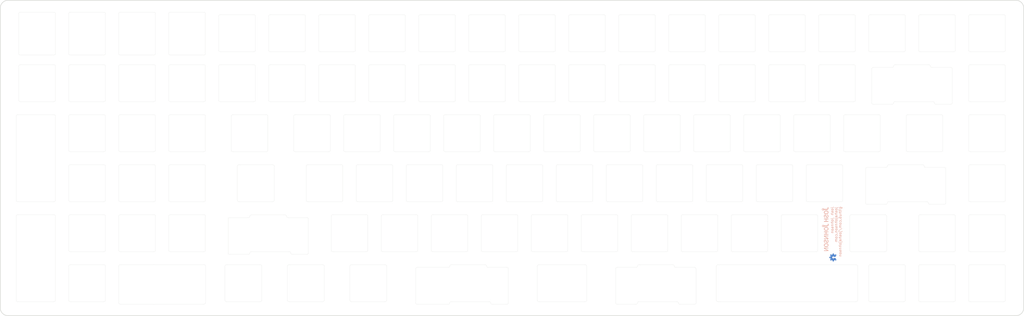
<source format=kicad_pcb>
(kicad_pcb (version 20171130) (host pcbnew 5.1.6-c6e7f7d~86~ubuntu20.04.1)

  (general
    (thickness 1.6)
    (drawings 915)
    (tracks 0)
    (zones 0)
    (modules 15)
    (nets 1)
  )

  (page A2)
  (title_block
    (title Entropy)
    (date 2020-06-08)
    (rev 0.1)
    (company "Josh Johnson")
  )

  (layers
    (0 F.Cu signal)
    (31 B.Cu signal)
    (32 B.Adhes user)
    (33 F.Adhes user)
    (34 B.Paste user)
    (35 F.Paste user)
    (36 B.SilkS user)
    (37 F.SilkS user)
    (38 B.Mask user)
    (39 F.Mask user)
    (40 Dwgs.User user)
    (41 Cmts.User user)
    (42 Eco1.User user)
    (43 Eco2.User user)
    (44 Edge.Cuts user)
    (45 Margin user)
    (46 B.CrtYd user)
    (47 F.CrtYd user)
    (48 B.Fab user hide)
    (49 F.Fab user hide)
  )

  (setup
    (last_trace_width 0.25)
    (user_trace_width 0.25)
    (user_trace_width 0.3)
    (user_trace_width 0.4)
    (user_trace_width 0.5)
    (trace_clearance 0.2)
    (zone_clearance 0.254)
    (zone_45_only no)
    (trace_min 0.2)
    (via_size 0.6)
    (via_drill 0.3)
    (via_min_size 0.4)
    (via_min_drill 0.3)
    (user_via 0.8 0.4)
    (uvia_size 0.3)
    (uvia_drill 0.1)
    (uvias_allowed no)
    (uvia_min_size 0.2)
    (uvia_min_drill 0.1)
    (edge_width 0.1)
    (segment_width 0.2)
    (pcb_text_width 0.3)
    (pcb_text_size 1.5 1.5)
    (mod_edge_width 0.15)
    (mod_text_size 1 1)
    (mod_text_width 0.15)
    (pad_size 1.5 1.5)
    (pad_drill 0.6)
    (pad_to_mask_clearance 0)
    (aux_axis_origin 0 0)
    (visible_elements FFFFFF7F)
    (pcbplotparams
      (layerselection 0x010fc_ffffffff)
      (usegerberextensions false)
      (usegerberattributes false)
      (usegerberadvancedattributes false)
      (creategerberjobfile false)
      (excludeedgelayer true)
      (linewidth 0.100000)
      (plotframeref false)
      (viasonmask false)
      (mode 1)
      (useauxorigin false)
      (hpglpennumber 1)
      (hpglpenspeed 20)
      (hpglpendiameter 15.000000)
      (psnegative false)
      (psa4output false)
      (plotreference true)
      (plotvalue true)
      (plotinvisibletext false)
      (padsonsilk false)
      (subtractmaskfromsilk false)
      (outputformat 1)
      (mirror false)
      (drillshape 1)
      (scaleselection 1)
      (outputdirectory ""))
  )

  (net 0 "")

  (net_class Default "This is the default net class."
    (clearance 0.2)
    (trace_width 0.25)
    (via_dia 0.6)
    (via_drill 0.3)
    (uvia_dia 0.3)
    (uvia_drill 0.1)
  )

  (module josh-logos:OSHW_Logo_3.6x3.6_F.Mask (layer B.Cu) (tedit 5EE60D04) (tstamp 5EE129B5)
    (at 412.8 185.4 270)
    (path /619339EC)
    (fp_text reference LOGO3 (at 0 0 90) (layer B.SilkS) hide
      (effects (font (size 1.524 1.524) (thickness 0.3)) (justify mirror))
    )
    (fp_text value "OSHW Logo" (at 0.75 0 90) (layer B.SilkS) hide
      (effects (font (size 1.524 1.524) (thickness 0.3)) (justify mirror))
    )
    (fp_poly (pts (xy 0.046025 1.386642) (xy 0.087086 1.386332) (xy 0.123939 1.385856) (xy 0.155448 1.385237)
      (xy 0.180478 1.384498) (xy 0.197893 1.383663) (xy 0.206557 1.382756) (xy 0.20721 1.382529)
      (xy 0.209787 1.376529) (xy 0.213922 1.361213) (xy 0.219466 1.337279) (xy 0.226268 1.305427)
      (xy 0.234179 1.266356) (xy 0.243047 1.220763) (xy 0.250901 1.17915) (xy 0.259151 1.135399)
      (xy 0.267001 1.094735) (xy 0.274225 1.058252) (xy 0.280599 1.027043) (xy 0.285898 1.002202)
      (xy 0.289897 0.984823) (xy 0.292372 0.976) (xy 0.292802 0.975166) (xy 0.299048 0.971629)
      (xy 0.313151 0.965084) (xy 0.333676 0.956111) (xy 0.35919 0.94529) (xy 0.388258 0.9332)
      (xy 0.419446 0.920422) (xy 0.45132 0.907534) (xy 0.482447 0.895118) (xy 0.511392 0.883752)
      (xy 0.536721 0.874017) (xy 0.556999 0.866492) (xy 0.570794 0.861758) (xy 0.576671 0.860393)
      (xy 0.576678 0.860395) (xy 0.581988 0.863667) (xy 0.594724 0.872072) (xy 0.613948 0.884975)
      (xy 0.638724 0.901743) (xy 0.668114 0.92174) (xy 0.70118 0.944331) (xy 0.736986 0.968881)
      (xy 0.745656 0.974838) (xy 0.782085 0.999723) (xy 0.816148 1.022694) (xy 0.846886 1.043126)
      (xy 0.873339 1.060394) (xy 0.894549 1.073874) (xy 0.909556 1.082941) (xy 0.917401 1.086972)
      (xy 0.918086 1.087121) (xy 0.923807 1.083609) (xy 0.935602 1.073708) (xy 0.95252 1.058368)
      (xy 0.973609 1.038542) (xy 0.997919 1.01518) (xy 1.0245 0.989233) (xy 1.0524 0.961653)
      (xy 1.080669 0.933391) (xy 1.108355 0.905397) (xy 1.134508 0.878624) (xy 1.158178 0.854022)
      (xy 1.178412 0.832542) (xy 1.194261 0.815136) (xy 1.204774 0.802754) (xy 1.208999 0.796349)
      (xy 1.20904 0.796062) (xy 1.206243 0.789942) (xy 1.198279 0.77647) (xy 1.185789 0.756628)
      (xy 1.16941 0.731402) (xy 1.149783 0.701774) (xy 1.127547 0.668731) (xy 1.103341 0.633255)
      (xy 1.101788 0.630995) (xy 1.077294 0.595274) (xy 1.054499 0.561861) (xy 1.03408 0.531756)
      (xy 1.016708 0.505962) (xy 1.00306 0.485479) (xy 0.993807 0.471308) (xy 0.989626 0.46445)
      (xy 0.989568 0.46433) (xy 0.988784 0.459609) (xy 0.989912 0.451769) (xy 0.993299 0.439857)
      (xy 0.999292 0.422916) (xy 1.008241 0.399993) (xy 1.020491 0.370133) (xy 1.03639 0.332381)
      (xy 1.044749 0.312748) (xy 1.061018 0.275148) (xy 1.076011 0.24149) (xy 1.089231 0.212832)
      (xy 1.100175 0.190228) (xy 1.108346 0.174735) (xy 1.113243 0.167408) (xy 1.11371 0.167052)
      (xy 1.12056 0.165072) (xy 1.136248 0.161498) (xy 1.159616 0.156566) (xy 1.189508 0.150509)
      (xy 1.224767 0.143561) (xy 1.264236 0.135956) (xy 1.306757 0.127929) (xy 1.311409 0.12706)
      (xy 1.360146 0.11782) (xy 1.403053 0.109379) (xy 1.43939 0.101898) (xy 1.468418 0.095537)
      (xy 1.489397 0.090456) (xy 1.501585 0.086816) (xy 1.504451 0.085286) (xy 1.505372 0.078904)
      (xy 1.506225 0.063497) (xy 1.506989 0.040202) (xy 1.507638 0.010153) (xy 1.508151 -0.025514)
      (xy 1.508503 -0.065663) (xy 1.508671 -0.109159) (xy 1.508682 -0.120027) (xy 1.508649 -0.171548)
      (xy 1.508486 -0.213801) (xy 1.508162 -0.24768) (xy 1.507647 -0.274077) (xy 1.506908 -0.293884)
      (xy 1.505916 -0.307996) (xy 1.504639 -0.317303) (xy 1.503046 -0.322699) (xy 1.501595 -0.324741)
      (xy 1.495095 -0.326999) (xy 1.479763 -0.330799) (xy 1.456765 -0.335898) (xy 1.427271 -0.34205)
      (xy 1.39245 -0.349013) (xy 1.35347 -0.356543) (xy 1.312365 -0.364236) (xy 1.26621 -0.372897)
      (xy 1.224798 -0.380981) (xy 1.189062 -0.388286) (xy 1.159937 -0.394611) (xy 1.138354 -0.399758)
      (xy 1.125249 -0.403525) (xy 1.121726 -0.405133) (xy 1.117704 -0.411585) (xy 1.110714 -0.425987)
      (xy 1.101314 -0.446948) (xy 1.090063 -0.473082) (xy 1.077519 -0.503) (xy 1.06424 -0.535313)
      (xy 1.050785 -0.568634) (xy 1.037712 -0.601575) (xy 1.02558 -0.632747) (xy 1.014946 -0.660763)
      (xy 1.006369 -0.684233) (xy 1.000408 -0.701771) (xy 0.99762 -0.711987) (xy 0.997556 -0.713842)
      (xy 1.000901 -0.719358) (xy 1.009348 -0.732262) (xy 1.022236 -0.751573) (xy 1.038906 -0.776312)
      (xy 1.058697 -0.805498) (xy 1.080948 -0.838151) (xy 1.104512 -0.872582) (xy 1.128487 -0.907797)
      (xy 1.150526 -0.940662) (xy 1.169982 -0.970174) (xy 1.186209 -0.995331) (xy 1.198558 -1.01513)
      (xy 1.206383 -1.028568) (xy 1.20904 -1.034588) (xy 1.205537 -1.040258) (xy 1.195662 -1.052017)
      (xy 1.180363 -1.068914) (xy 1.16059 -1.089997) (xy 1.13729 -1.114314) (xy 1.111414 -1.140912)
      (xy 1.083908 -1.168838) (xy 1.055723 -1.197142) (xy 1.027807 -1.22487) (xy 1.001109 -1.251071)
      (xy 0.976578 -1.274792) (xy 0.955162 -1.295081) (xy 0.93781 -1.310985) (xy 0.925471 -1.321554)
      (xy 0.919094 -1.325834) (xy 0.918792 -1.32588) (xy 0.912917 -1.323089) (xy 0.89969 -1.315148)
      (xy 0.880102 -1.302705) (xy 0.855147 -1.286406) (xy 0.825814 -1.2669) (xy 0.793098 -1.244834)
      (xy 0.759274 -1.22174) (xy 0.724192 -1.197807) (xy 0.691493 -1.175813) (xy 0.662179 -1.156405)
      (xy 0.637247 -1.140232) (xy 0.617696 -1.127942) (xy 0.604527 -1.120183) (xy 0.598812 -1.1176)
      (xy 0.591386 -1.11992) (xy 0.576894 -1.126305) (xy 0.557157 -1.13589) (xy 0.533991 -1.14781)
      (xy 0.52335 -1.153481) (xy 0.4978 -1.166747) (xy 0.475514 -1.177375) (xy 0.458172 -1.184622)
      (xy 0.447456 -1.187744) (xy 0.445823 -1.187771) (xy 0.443235 -1.186377) (xy 0.439874 -1.182452)
      (xy 0.435467 -1.175381) (xy 0.429738 -1.164547) (xy 0.422414 -1.149334) (xy 0.41322 -1.129125)
      (xy 0.401884 -1.103305) (xy 0.388129 -1.071257) (xy 0.371684 -1.032365) (xy 0.352272 -0.986012)
      (xy 0.32962 -0.931582) (xy 0.303454 -0.868459) (xy 0.29886 -0.857359) (xy 0.276257 -0.802528)
      (xy 0.254911 -0.750342) (xy 0.235128 -0.701575) (xy 0.217213 -0.656998) (xy 0.201473 -0.617386)
      (xy 0.188212 -0.58351) (xy 0.177736 -0.556143) (xy 0.170352 -0.53606) (xy 0.166364 -0.524031)
      (xy 0.16576 -0.520809) (xy 0.170949 -0.514897) (xy 0.182723 -0.504827) (xy 0.199234 -0.492102)
      (xy 0.215173 -0.480629) (xy 0.257327 -0.44957) (xy 0.291753 -0.420231) (xy 0.320203 -0.390682)
      (xy 0.344432 -0.358997) (xy 0.366194 -0.323247) (xy 0.376863 -0.302918) (xy 0.400756 -0.244488)
      (xy 0.415076 -0.184158) (xy 0.419979 -0.122953) (xy 0.415623 -0.061898) (xy 0.402163 -0.002019)
      (xy 0.379756 0.055658) (xy 0.348559 0.110109) (xy 0.308727 0.160308) (xy 0.305664 0.163589)
      (xy 0.258017 0.207167) (xy 0.204808 0.242578) (xy 0.145354 0.270245) (xy 0.11666 0.280193)
      (xy 0.099933 0.285026) (xy 0.084165 0.288368) (xy 0.066854 0.290481) (xy 0.045497 0.291627)
      (xy 0.017593 0.292065) (xy 0.00254 0.2921) (xy -0.029085 0.29189) (xy -0.053064 0.291084)
      (xy -0.071907 0.289422) (xy -0.088123 0.286643) (xy -0.104222 0.282484) (xy -0.11176 0.280198)
      (xy -0.173754 0.255795) (xy -0.230039 0.22331) (xy -0.280031 0.183237) (xy -0.323146 0.136067)
      (xy -0.358799 0.082293) (xy -0.368671 0.0635) (xy -0.389244 0.016643) (xy -0.402766 -0.027726)
      (xy -0.41014 -0.073443) (xy -0.412273 -0.12192) (xy -0.407414 -0.186989) (xy -0.393008 -0.249065)
      (xy -0.369312 -0.30751) (xy -0.336584 -0.361687) (xy -0.296045 -0.409975) (xy -0.27786 -0.426971)
      (xy -0.254238 -0.446791) (xy -0.228252 -0.467052) (xy -0.202977 -0.485368) (xy -0.181486 -0.499354)
      (xy -0.178861 -0.500883) (xy -0.167168 -0.509785) (xy -0.160128 -0.519264) (xy -0.159675 -0.520648)
      (xy -0.161128 -0.527322) (xy -0.166359 -0.542833) (xy -0.175168 -0.566671) (xy -0.187353 -0.598326)
      (xy -0.202713 -0.637287) (xy -0.221047 -0.683043) (xy -0.242154 -0.735085) (xy -0.265834 -0.792901)
      (xy -0.289272 -0.849679) (xy -0.3117 -0.903781) (xy -0.333086 -0.955286) (xy -0.353097 -1.003399)
      (xy -0.371401 -1.047325) (xy -0.387666 -1.086268) (xy -0.401558 -1.119433) (xy -0.412747 -1.146026)
      (xy -0.420898 -1.165249) (xy -0.425681 -1.176309) (xy -0.426747 -1.178609) (xy -0.43498 -1.186716)
      (xy -0.441789 -1.18872) (xy -0.449502 -1.186394) (xy -0.464255 -1.179995) (xy -0.48421 -1.170387)
      (xy -0.50753 -1.158437) (xy -0.518358 -1.152672) (xy -0.548166 -1.137192) (xy -0.571684 -1.126189)
      (xy -0.588125 -1.120007) (xy -0.596178 -1.118837) (xy -0.60332 -1.122269) (xy -0.617462 -1.1307)
      (xy -0.637291 -1.143286) (xy -0.661494 -1.159184) (xy -0.688759 -1.177551) (xy -0.70612 -1.189461)
      (xy -0.753038 -1.221822) (xy -0.792318 -1.248815) (xy -0.824648 -1.270892) (xy -0.850719 -1.288506)
      (xy -0.871219 -1.302109) (xy -0.886837 -1.312155) (xy -0.898261 -1.319097) (xy -0.906181 -1.323388)
      (xy -0.911286 -1.32548) (xy -0.913613 -1.32588) (xy -0.918879 -1.322399) (xy -0.930465 -1.312478)
      (xy -0.94754 -1.296897) (xy -0.969279 -1.276437) (xy -0.994852 -1.25188) (xy -1.023432 -1.224006)
      (xy -1.054191 -1.193597) (xy -1.060269 -1.187541) (xy -1.091264 -1.15647) (xy -1.11999 -1.127382)
      (xy -1.145643 -1.101112) (xy -1.167423 -1.078494) (xy -1.184527 -1.060363) (xy -1.196153 -1.047552)
      (xy -1.201499 -1.040896) (xy -1.201734 -1.040413) (xy -1.202633 -1.037436) (xy -1.202948 -1.034393)
      (xy -1.202165 -1.03046) (xy -1.199774 -1.024812) (xy -1.195263 -1.016624) (xy -1.188121 -1.005072)
      (xy -1.177835 -0.98933) (xy -1.163895 -0.968575) (xy -1.145788 -0.94198) (xy -1.123004 -0.908721)
      (xy -1.095031 -0.867973) (xy -1.092485 -0.864266) (xy -1.068839 -0.829625) (xy -1.047135 -0.797438)
      (xy -1.028027 -0.768706) (xy -1.012169 -0.744428) (xy -1.000215 -0.725605) (xy -0.992819 -0.713237)
      (xy -0.9906 -0.708469) (xy -0.992429 -0.70207) (xy -0.99761 -0.687455) (xy -1.005686 -0.665826)
      (xy -1.016198 -0.638385) (xy -1.028688 -0.606333) (xy -1.0427 -0.570874) (xy -1.049706 -0.553307)
      (xy -1.067443 -0.509314) (xy -1.081995 -0.474051) (xy -1.093724 -0.446727) (xy -1.102994 -0.426551)
      (xy -1.110167 -0.412734) (xy -1.115606 -0.404485) (xy -1.119556 -0.401059) (xy -1.126915 -0.399121)
      (xy -1.143064 -0.395609) (xy -1.166798 -0.390762) (xy -1.196909 -0.384819) (xy -1.232191 -0.378018)
      (xy -1.271438 -0.370597) (xy -1.310079 -0.363414) (xy -1.351719 -0.355616) (xy -1.390331 -0.348154)
      (xy -1.424739 -0.341273) (xy -1.45377 -0.335217) (xy -1.476249 -0.330232) (xy -1.491002 -0.32656)
      (xy -1.496769 -0.324531) (xy -1.498567 -0.32136) (xy -1.500039 -0.314541) (xy -1.501215 -0.303211)
      (xy -1.502123 -0.286509) (xy -1.502793 -0.263571) (xy -1.503254 -0.233536) (xy -1.503535 -0.195541)
      (xy -1.503664 -0.148724) (xy -1.50368 -0.118875) (xy -1.50368 0.081046) (xy -1.49225 0.088098)
      (xy -1.484763 0.0906) (xy -1.468464 0.094628) (xy -1.444545 0.099934) (xy -1.414198 0.106268)
      (xy -1.378616 0.113383) (xy -1.338991 0.121029) (xy -1.296514 0.128958) (xy -1.2954 0.129162)
      (xy -1.253124 0.13705) (xy -1.213892 0.144626) (xy -1.178855 0.151648) (xy -1.149164 0.157874)
      (xy -1.12597 0.163063) (xy -1.110424 0.166974) (xy -1.103677 0.169363) (xy -1.103595 0.169434)
      (xy -1.09991 0.175699) (xy -1.092978 0.189894) (xy -1.083423 0.210572) (xy -1.071866 0.236287)
      (xy -1.05893 0.265594) (xy -1.045237 0.297046) (xy -1.031409 0.329198) (xy -1.018069 0.360603)
      (xy -1.005839 0.389815) (xy -0.995341 0.415389) (xy -0.987197 0.435877) (xy -0.982031 0.449835)
      (xy -0.98044 0.455606) (xy -0.983233 0.461425) (xy -0.991189 0.474628) (xy -1.003681 0.494251)
      (xy -1.020076 0.519333) (xy -1.039746 0.548911) (xy -1.062061 0.582024) (xy -1.086389 0.617707)
      (xy -1.090258 0.623345) (xy -1.114952 0.659462) (xy -1.137845 0.69325) (xy -1.158287 0.723726)
      (xy -1.175629 0.749912) (xy -1.189222 0.770825) (xy -1.198417 0.785484) (xy -1.202566 0.79291)
      (xy -1.202707 0.793316) (xy -1.201946 0.797421) (xy -1.197786 0.804332) (xy -1.189683 0.814645)
      (xy -1.177095 0.828952) (xy -1.159479 0.847846) (xy -1.136292 0.871922) (xy -1.106992 0.901774)
      (xy -1.071036 0.937995) (xy -1.063801 0.945251) (xy -1.027782 0.981111) (xy -0.995644 1.012622)
      (xy -0.967932 1.039269) (xy -0.945194 1.060539) (xy -0.927977 1.075919) (xy -0.916826 1.084895)
      (xy -0.912675 1.08712) (xy -0.90644 1.084328) (xy -0.892844 1.076373) (xy -0.872867 1.06389)
      (xy -0.847492 1.047513) (xy -0.8177 1.027878) (xy -0.784474 1.005618) (xy -0.748795 0.981369)
      (xy -0.744914 0.978711) (xy -0.7089 0.954072) (xy -0.675178 0.931086) (xy -0.644747 0.910427)
      (xy -0.618605 0.89277) (xy -0.597752 0.878789) (xy -0.583185 0.869159) (xy -0.575904 0.864554)
      (xy -0.575648 0.864413) (xy -0.571195 0.863059) (xy -0.564661 0.863256) (xy -0.554941 0.865369)
      (xy -0.540932 0.869766) (xy -0.521529 0.876813) (xy -0.495627 0.886876) (xy -0.462123 0.900323)
      (xy -0.438488 0.909932) (xy -0.396634 0.927019) (xy -0.363212 0.940757) (xy -0.33724 0.951618)
      (xy -0.317736 0.960074) (xy -0.303719 0.966597) (xy -0.294205 0.97166) (xy -0.288214 0.975734)
      (xy -0.284764 0.979292) (xy -0.282872 0.982807) (xy -0.282055 0.98516) (xy -0.28044 0.992264)
      (xy -0.277207 1.008195) (xy -0.27258 1.031785) (xy -0.266784 1.061871) (xy -0.260042 1.097286)
      (xy -0.25258 1.136865) (xy -0.244622 1.179442) (xy -0.243805 1.183832) (xy -0.235748 1.226519)
      (xy -0.228032 1.266201) (xy -0.220896 1.301734) (xy -0.21458 1.331972) (xy -0.209324 1.355772)
      (xy -0.205367 1.371988) (xy -0.20295 1.379476) (xy -0.202788 1.379717) (xy -0.199758 1.381563)
      (xy -0.193437 1.383072) (xy -0.182937 1.384273) (xy -0.167367 1.385199) (xy -0.145841 1.385879)
      (xy -0.117468 1.386343) (xy -0.081361 1.386624) (xy -0.03663 1.38675) (xy 0.001892 1.386763)
      (xy 0.046025 1.386642)) (layer B.Mask) (width 0.01))
    (fp_poly (pts (xy 0.046025 1.386642) (xy 0.087086 1.386332) (xy 0.123939 1.385856) (xy 0.155448 1.385237)
      (xy 0.180478 1.384498) (xy 0.197893 1.383663) (xy 0.206557 1.382756) (xy 0.20721 1.382529)
      (xy 0.209787 1.376529) (xy 0.213922 1.361213) (xy 0.219466 1.337279) (xy 0.226268 1.305427)
      (xy 0.234179 1.266356) (xy 0.243047 1.220763) (xy 0.250901 1.17915) (xy 0.259151 1.135399)
      (xy 0.267001 1.094735) (xy 0.274225 1.058252) (xy 0.280599 1.027043) (xy 0.285898 1.002202)
      (xy 0.289897 0.984823) (xy 0.292372 0.976) (xy 0.292802 0.975166) (xy 0.299048 0.971629)
      (xy 0.313151 0.965084) (xy 0.333676 0.956111) (xy 0.35919 0.94529) (xy 0.388258 0.9332)
      (xy 0.419446 0.920422) (xy 0.45132 0.907534) (xy 0.482447 0.895118) (xy 0.511392 0.883752)
      (xy 0.536721 0.874017) (xy 0.556999 0.866492) (xy 0.570794 0.861758) (xy 0.576671 0.860393)
      (xy 0.576678 0.860395) (xy 0.581988 0.863667) (xy 0.594724 0.872072) (xy 0.613948 0.884975)
      (xy 0.638724 0.901743) (xy 0.668114 0.92174) (xy 0.70118 0.944331) (xy 0.736986 0.968881)
      (xy 0.745656 0.974838) (xy 0.782085 0.999723) (xy 0.816148 1.022694) (xy 0.846886 1.043126)
      (xy 0.873339 1.060394) (xy 0.894549 1.073874) (xy 0.909556 1.082941) (xy 0.917401 1.086972)
      (xy 0.918086 1.087121) (xy 0.923807 1.083609) (xy 0.935602 1.073708) (xy 0.95252 1.058368)
      (xy 0.973609 1.038542) (xy 0.997919 1.01518) (xy 1.0245 0.989233) (xy 1.0524 0.961653)
      (xy 1.080669 0.933391) (xy 1.108355 0.905397) (xy 1.134508 0.878624) (xy 1.158178 0.854022)
      (xy 1.178412 0.832542) (xy 1.194261 0.815136) (xy 1.204774 0.802754) (xy 1.208999 0.796349)
      (xy 1.20904 0.796062) (xy 1.206243 0.789942) (xy 1.198279 0.77647) (xy 1.185789 0.756628)
      (xy 1.16941 0.731402) (xy 1.149783 0.701774) (xy 1.127547 0.668731) (xy 1.103341 0.633255)
      (xy 1.101788 0.630995) (xy 1.077294 0.595274) (xy 1.054499 0.561861) (xy 1.03408 0.531756)
      (xy 1.016708 0.505962) (xy 1.00306 0.485479) (xy 0.993807 0.471308) (xy 0.989626 0.46445)
      (xy 0.989568 0.46433) (xy 0.988784 0.459609) (xy 0.989912 0.451769) (xy 0.993299 0.439857)
      (xy 0.999292 0.422916) (xy 1.008241 0.399993) (xy 1.020491 0.370133) (xy 1.03639 0.332381)
      (xy 1.044749 0.312748) (xy 1.061018 0.275148) (xy 1.076011 0.24149) (xy 1.089231 0.212832)
      (xy 1.100175 0.190228) (xy 1.108346 0.174735) (xy 1.113243 0.167408) (xy 1.11371 0.167052)
      (xy 1.12056 0.165072) (xy 1.136248 0.161498) (xy 1.159616 0.156566) (xy 1.189508 0.150509)
      (xy 1.224767 0.143561) (xy 1.264236 0.135956) (xy 1.306757 0.127929) (xy 1.311409 0.12706)
      (xy 1.360146 0.11782) (xy 1.403053 0.109379) (xy 1.43939 0.101898) (xy 1.468418 0.095537)
      (xy 1.489397 0.090456) (xy 1.501585 0.086816) (xy 1.504451 0.085286) (xy 1.505372 0.078904)
      (xy 1.506225 0.063497) (xy 1.506989 0.040202) (xy 1.507638 0.010153) (xy 1.508151 -0.025514)
      (xy 1.508503 -0.065663) (xy 1.508671 -0.109159) (xy 1.508682 -0.120027) (xy 1.508649 -0.171548)
      (xy 1.508486 -0.213801) (xy 1.508162 -0.24768) (xy 1.507647 -0.274077) (xy 1.506908 -0.293884)
      (xy 1.505916 -0.307996) (xy 1.504639 -0.317303) (xy 1.503046 -0.322699) (xy 1.501595 -0.324741)
      (xy 1.495095 -0.326999) (xy 1.479763 -0.330799) (xy 1.456765 -0.335898) (xy 1.427271 -0.34205)
      (xy 1.39245 -0.349013) (xy 1.35347 -0.356543) (xy 1.312365 -0.364236) (xy 1.26621 -0.372897)
      (xy 1.224798 -0.380981) (xy 1.189062 -0.388286) (xy 1.159937 -0.394611) (xy 1.138354 -0.399758)
      (xy 1.125249 -0.403525) (xy 1.121726 -0.405133) (xy 1.117704 -0.411585) (xy 1.110714 -0.425987)
      (xy 1.101314 -0.446948) (xy 1.090063 -0.473082) (xy 1.077519 -0.503) (xy 1.06424 -0.535313)
      (xy 1.050785 -0.568634) (xy 1.037712 -0.601575) (xy 1.02558 -0.632747) (xy 1.014946 -0.660763)
      (xy 1.006369 -0.684233) (xy 1.000408 -0.701771) (xy 0.99762 -0.711987) (xy 0.997556 -0.713842)
      (xy 1.000901 -0.719358) (xy 1.009348 -0.732262) (xy 1.022236 -0.751573) (xy 1.038906 -0.776312)
      (xy 1.058697 -0.805498) (xy 1.080948 -0.838151) (xy 1.104512 -0.872582) (xy 1.128487 -0.907797)
      (xy 1.150526 -0.940662) (xy 1.169982 -0.970174) (xy 1.186209 -0.995331) (xy 1.198558 -1.01513)
      (xy 1.206383 -1.028568) (xy 1.20904 -1.034588) (xy 1.205537 -1.040258) (xy 1.195662 -1.052017)
      (xy 1.180363 -1.068914) (xy 1.16059 -1.089997) (xy 1.13729 -1.114314) (xy 1.111414 -1.140912)
      (xy 1.083908 -1.168838) (xy 1.055723 -1.197142) (xy 1.027807 -1.22487) (xy 1.001109 -1.251071)
      (xy 0.976578 -1.274792) (xy 0.955162 -1.295081) (xy 0.93781 -1.310985) (xy 0.925471 -1.321554)
      (xy 0.919094 -1.325834) (xy 0.918792 -1.32588) (xy 0.912917 -1.323089) (xy 0.89969 -1.315148)
      (xy 0.880102 -1.302705) (xy 0.855147 -1.286406) (xy 0.825814 -1.2669) (xy 0.793098 -1.244834)
      (xy 0.759274 -1.22174) (xy 0.724192 -1.197807) (xy 0.691493 -1.175813) (xy 0.662179 -1.156405)
      (xy 0.637247 -1.140232) (xy 0.617696 -1.127942) (xy 0.604527 -1.120183) (xy 0.598812 -1.1176)
      (xy 0.591386 -1.11992) (xy 0.576894 -1.126305) (xy 0.557157 -1.13589) (xy 0.533991 -1.14781)
      (xy 0.52335 -1.153481) (xy 0.4978 -1.166747) (xy 0.475514 -1.177375) (xy 0.458172 -1.184622)
      (xy 0.447456 -1.187744) (xy 0.445823 -1.187771) (xy 0.443235 -1.186377) (xy 0.439874 -1.182452)
      (xy 0.435467 -1.175381) (xy 0.429738 -1.164547) (xy 0.422414 -1.149334) (xy 0.41322 -1.129125)
      (xy 0.401884 -1.103305) (xy 0.388129 -1.071257) (xy 0.371684 -1.032365) (xy 0.352272 -0.986012)
      (xy 0.32962 -0.931582) (xy 0.303454 -0.868459) (xy 0.29886 -0.857359) (xy 0.276257 -0.802528)
      (xy 0.254911 -0.750342) (xy 0.235128 -0.701575) (xy 0.217213 -0.656998) (xy 0.201473 -0.617386)
      (xy 0.188212 -0.58351) (xy 0.177736 -0.556143) (xy 0.170352 -0.53606) (xy 0.166364 -0.524031)
      (xy 0.16576 -0.520809) (xy 0.170949 -0.514897) (xy 0.182723 -0.504827) (xy 0.199234 -0.492102)
      (xy 0.215173 -0.480629) (xy 0.257327 -0.44957) (xy 0.291753 -0.420231) (xy 0.320203 -0.390682)
      (xy 0.344432 -0.358997) (xy 0.366194 -0.323247) (xy 0.376863 -0.302918) (xy 0.400756 -0.244488)
      (xy 0.415076 -0.184158) (xy 0.419979 -0.122953) (xy 0.415623 -0.061898) (xy 0.402163 -0.002019)
      (xy 0.379756 0.055658) (xy 0.348559 0.110109) (xy 0.308727 0.160308) (xy 0.305664 0.163589)
      (xy 0.258017 0.207167) (xy 0.204808 0.242578) (xy 0.145354 0.270245) (xy 0.11666 0.280193)
      (xy 0.099933 0.285026) (xy 0.084165 0.288368) (xy 0.066854 0.290481) (xy 0.045497 0.291627)
      (xy 0.017593 0.292065) (xy 0.00254 0.2921) (xy -0.029085 0.29189) (xy -0.053064 0.291084)
      (xy -0.071907 0.289422) (xy -0.088123 0.286643) (xy -0.104222 0.282484) (xy -0.11176 0.280198)
      (xy -0.173754 0.255795) (xy -0.230039 0.22331) (xy -0.280031 0.183237) (xy -0.323146 0.136067)
      (xy -0.358799 0.082293) (xy -0.368671 0.0635) (xy -0.389244 0.016643) (xy -0.402766 -0.027726)
      (xy -0.41014 -0.073443) (xy -0.412273 -0.12192) (xy -0.407414 -0.186989) (xy -0.393008 -0.249065)
      (xy -0.369312 -0.30751) (xy -0.336584 -0.361687) (xy -0.296045 -0.409975) (xy -0.27786 -0.426971)
      (xy -0.254238 -0.446791) (xy -0.228252 -0.467052) (xy -0.202977 -0.485368) (xy -0.181486 -0.499354)
      (xy -0.178861 -0.500883) (xy -0.167168 -0.509785) (xy -0.160128 -0.519264) (xy -0.159675 -0.520648)
      (xy -0.161128 -0.527322) (xy -0.166359 -0.542833) (xy -0.175168 -0.566671) (xy -0.187353 -0.598326)
      (xy -0.202713 -0.637287) (xy -0.221047 -0.683043) (xy -0.242154 -0.735085) (xy -0.265834 -0.792901)
      (xy -0.289272 -0.849679) (xy -0.3117 -0.903781) (xy -0.333086 -0.955286) (xy -0.353097 -1.003399)
      (xy -0.371401 -1.047325) (xy -0.387666 -1.086268) (xy -0.401558 -1.119433) (xy -0.412747 -1.146026)
      (xy -0.420898 -1.165249) (xy -0.425681 -1.176309) (xy -0.426747 -1.178609) (xy -0.43498 -1.186716)
      (xy -0.441789 -1.18872) (xy -0.449502 -1.186394) (xy -0.464255 -1.179995) (xy -0.48421 -1.170387)
      (xy -0.50753 -1.158437) (xy -0.518358 -1.152672) (xy -0.548166 -1.137192) (xy -0.571684 -1.126189)
      (xy -0.588125 -1.120007) (xy -0.596178 -1.118837) (xy -0.60332 -1.122269) (xy -0.617462 -1.1307)
      (xy -0.637291 -1.143286) (xy -0.661494 -1.159184) (xy -0.688759 -1.177551) (xy -0.70612 -1.189461)
      (xy -0.753038 -1.221822) (xy -0.792318 -1.248815) (xy -0.824648 -1.270892) (xy -0.850719 -1.288506)
      (xy -0.871219 -1.302109) (xy -0.886837 -1.312155) (xy -0.898261 -1.319097) (xy -0.906181 -1.323388)
      (xy -0.911286 -1.32548) (xy -0.913613 -1.32588) (xy -0.918879 -1.322399) (xy -0.930465 -1.312478)
      (xy -0.94754 -1.296897) (xy -0.969279 -1.276437) (xy -0.994852 -1.25188) (xy -1.023432 -1.224006)
      (xy -1.054191 -1.193597) (xy -1.060269 -1.187541) (xy -1.091264 -1.15647) (xy -1.11999 -1.127382)
      (xy -1.145643 -1.101112) (xy -1.167423 -1.078494) (xy -1.184527 -1.060363) (xy -1.196153 -1.047552)
      (xy -1.201499 -1.040896) (xy -1.201734 -1.040413) (xy -1.202633 -1.037436) (xy -1.202948 -1.034393)
      (xy -1.202165 -1.03046) (xy -1.199774 -1.024812) (xy -1.195263 -1.016624) (xy -1.188121 -1.005072)
      (xy -1.177835 -0.98933) (xy -1.163895 -0.968575) (xy -1.145788 -0.94198) (xy -1.123004 -0.908721)
      (xy -1.095031 -0.867973) (xy -1.092485 -0.864266) (xy -1.068839 -0.829625) (xy -1.047135 -0.797438)
      (xy -1.028027 -0.768706) (xy -1.012169 -0.744428) (xy -1.000215 -0.725605) (xy -0.992819 -0.713237)
      (xy -0.9906 -0.708469) (xy -0.992429 -0.70207) (xy -0.99761 -0.687455) (xy -1.005686 -0.665826)
      (xy -1.016198 -0.638385) (xy -1.028688 -0.606333) (xy -1.0427 -0.570874) (xy -1.049706 -0.553307)
      (xy -1.067443 -0.509314) (xy -1.081995 -0.474051) (xy -1.093724 -0.446727) (xy -1.102994 -0.426551)
      (xy -1.110167 -0.412734) (xy -1.115606 -0.404485) (xy -1.119556 -0.401059) (xy -1.126915 -0.399121)
      (xy -1.143064 -0.395609) (xy -1.166798 -0.390762) (xy -1.196909 -0.384819) (xy -1.232191 -0.378018)
      (xy -1.271438 -0.370597) (xy -1.310079 -0.363414) (xy -1.351719 -0.355616) (xy -1.390331 -0.348154)
      (xy -1.424739 -0.341273) (xy -1.45377 -0.335217) (xy -1.476249 -0.330232) (xy -1.491002 -0.32656)
      (xy -1.496769 -0.324531) (xy -1.498567 -0.32136) (xy -1.500039 -0.314541) (xy -1.501215 -0.303211)
      (xy -1.502123 -0.286509) (xy -1.502793 -0.263571) (xy -1.503254 -0.233536) (xy -1.503535 -0.195541)
      (xy -1.503664 -0.148724) (xy -1.50368 -0.118875) (xy -1.50368 0.081046) (xy -1.49225 0.088098)
      (xy -1.484763 0.0906) (xy -1.468464 0.094628) (xy -1.444545 0.099934) (xy -1.414198 0.106268)
      (xy -1.378616 0.113383) (xy -1.338991 0.121029) (xy -1.296514 0.128958) (xy -1.2954 0.129162)
      (xy -1.253124 0.13705) (xy -1.213892 0.144626) (xy -1.178855 0.151648) (xy -1.149164 0.157874)
      (xy -1.12597 0.163063) (xy -1.110424 0.166974) (xy -1.103677 0.169363) (xy -1.103595 0.169434)
      (xy -1.09991 0.175699) (xy -1.092978 0.189894) (xy -1.083423 0.210572) (xy -1.071866 0.236287)
      (xy -1.05893 0.265594) (xy -1.045237 0.297046) (xy -1.031409 0.329198) (xy -1.018069 0.360603)
      (xy -1.005839 0.389815) (xy -0.995341 0.415389) (xy -0.987197 0.435877) (xy -0.982031 0.449835)
      (xy -0.98044 0.455606) (xy -0.983233 0.461425) (xy -0.991189 0.474628) (xy -1.003681 0.494251)
      (xy -1.020076 0.519333) (xy -1.039746 0.548911) (xy -1.062061 0.582024) (xy -1.086389 0.617707)
      (xy -1.090258 0.623345) (xy -1.114952 0.659462) (xy -1.137845 0.69325) (xy -1.158287 0.723726)
      (xy -1.175629 0.749912) (xy -1.189222 0.770825) (xy -1.198417 0.785484) (xy -1.202566 0.79291)
      (xy -1.202707 0.793316) (xy -1.201946 0.797421) (xy -1.197786 0.804332) (xy -1.189683 0.814645)
      (xy -1.177095 0.828952) (xy -1.159479 0.847846) (xy -1.136292 0.871922) (xy -1.106992 0.901774)
      (xy -1.071036 0.937995) (xy -1.063801 0.945251) (xy -1.027782 0.981111) (xy -0.995644 1.012622)
      (xy -0.967932 1.039269) (xy -0.945194 1.060539) (xy -0.927977 1.075919) (xy -0.916826 1.084895)
      (xy -0.912675 1.08712) (xy -0.90644 1.084328) (xy -0.892844 1.076373) (xy -0.872867 1.06389)
      (xy -0.847492 1.047513) (xy -0.8177 1.027878) (xy -0.784474 1.005618) (xy -0.748795 0.981369)
      (xy -0.744914 0.978711) (xy -0.7089 0.954072) (xy -0.675178 0.931086) (xy -0.644747 0.910427)
      (xy -0.618605 0.89277) (xy -0.597752 0.878789) (xy -0.583185 0.869159) (xy -0.575904 0.864554)
      (xy -0.575648 0.864413) (xy -0.571195 0.863059) (xy -0.564661 0.863256) (xy -0.554941 0.865369)
      (xy -0.540932 0.869766) (xy -0.521529 0.876813) (xy -0.495627 0.886876) (xy -0.462123 0.900323)
      (xy -0.438488 0.909932) (xy -0.396634 0.927019) (xy -0.363212 0.940757) (xy -0.33724 0.951618)
      (xy -0.317736 0.960074) (xy -0.303719 0.966597) (xy -0.294205 0.97166) (xy -0.288214 0.975734)
      (xy -0.284764 0.979292) (xy -0.282872 0.982807) (xy -0.282055 0.98516) (xy -0.28044 0.992264)
      (xy -0.277207 1.008195) (xy -0.27258 1.031785) (xy -0.266784 1.061871) (xy -0.260042 1.097286)
      (xy -0.25258 1.136865) (xy -0.244622 1.179442) (xy -0.243805 1.183832) (xy -0.235748 1.226519)
      (xy -0.228032 1.266201) (xy -0.220896 1.301734) (xy -0.21458 1.331972) (xy -0.209324 1.355772)
      (xy -0.205367 1.371988) (xy -0.20295 1.379476) (xy -0.202788 1.379717) (xy -0.199758 1.381563)
      (xy -0.193437 1.383072) (xy -0.182937 1.384273) (xy -0.167367 1.385199) (xy -0.145841 1.385879)
      (xy -0.117468 1.386343) (xy -0.081361 1.386624) (xy -0.03663 1.38675) (xy 0.001892 1.386763)
      (xy 0.046025 1.386642)) (layer B.Cu) (width 0.01))
  )

  (module MountingHole:MountingHole_2.2mm_M2 (layer F.Cu) (tedit 56D1B4CB) (tstamp 5EE519E0)
    (at 328.5 109.5)
    (descr "Mounting Hole 2.2mm, no annular, M2")
    (tags "mounting hole 2.2mm no annular m2")
    (path /6FA6CB8C)
    (attr virtual)
    (fp_text reference H12 (at 0 -3.2) (layer F.SilkS) hide
      (effects (font (size 1 1) (thickness 0.15)))
    )
    (fp_text value M2.5 (at 0 3.2) (layer F.Fab)
      (effects (font (size 1 1) (thickness 0.15)))
    )
    (fp_text user %R (at 0.3 0) (layer F.Fab) hide
      (effects (font (size 1 1) (thickness 0.15)))
    )
    (fp_circle (center 0 0) (end 2.2 0) (layer Cmts.User) (width 0.15))
    (fp_circle (center 0 0) (end 2.45 0) (layer F.CrtYd) (width 0.05))
    (pad 1 np_thru_hole circle (at 0 0) (size 2.2 2.2) (drill 2.2) (layers *.Cu *.Mask))
  )

  (module MountingHole:MountingHole_2.2mm_M2 (layer F.Cu) (tedit 56D1B4CB) (tstamp 5EE519CB)
    (at 424 109.5)
    (descr "Mounting Hole 2.2mm, no annular, M2")
    (tags "mounting hole 2.2mm no annular m2")
    (path /6F9B5CA3)
    (attr virtual)
    (fp_text reference H11 (at 0 -3.2) (layer F.SilkS) hide
      (effects (font (size 1 1) (thickness 0.15)))
    )
    (fp_text value M2.5 (at 0 3.2) (layer F.Fab)
      (effects (font (size 1 1) (thickness 0.15)))
    )
    (fp_text user %R (at 0.3 0) (layer F.Fab) hide
      (effects (font (size 1 1) (thickness 0.15)))
    )
    (fp_circle (center 0 0) (end 2.2 0) (layer Cmts.User) (width 0.15))
    (fp_circle (center 0 0) (end 2.45 0) (layer F.CrtYd) (width 0.05))
    (pad 1 np_thru_hole circle (at 0 0) (size 2.2 2.2) (drill 2.2) (layers *.Cu *.Mask))
  )

  (module MountingHole:MountingHole_2.2mm_M2 (layer F.Cu) (tedit 56D1B4CB) (tstamp 5EE642FB)
    (at 138 185.7)
    (descr "Mounting Hole 2.2mm, no annular, M2")
    (tags "mounting hole 2.2mm no annular m2")
    (path /6F8FEBFC)
    (attr virtual)
    (fp_text reference H10 (at 0 -3.2) (layer F.SilkS) hide
      (effects (font (size 1 1) (thickness 0.15)))
    )
    (fp_text value M2.5 (at 0 3.2) (layer F.Fab)
      (effects (font (size 1 1) (thickness 0.15)))
    )
    (fp_text user %R (at 0.3 0) (layer F.Fab) hide
      (effects (font (size 1 1) (thickness 0.15)))
    )
    (fp_circle (center 0 0) (end 2.2 0) (layer Cmts.User) (width 0.15))
    (fp_circle (center 0 0) (end 2.45 0) (layer F.CrtYd) (width 0.05))
    (pad 1 np_thru_hole circle (at 0 0) (size 2.2 2.2) (drill 2.2) (layers *.Cu *.Mask))
  )

  (module MountingHole:MountingHole_2.2mm_M2 (layer F.Cu) (tedit 56D1B4CB) (tstamp 5EE642C7)
    (at 157.1 109.5)
    (descr "Mounting Hole 2.2mm, no annular, M2")
    (tags "mounting hole 2.2mm no annular m2")
    (path /6F847C4B)
    (attr virtual)
    (fp_text reference H9 (at 0 -3.2) (layer F.SilkS) hide
      (effects (font (size 1 1) (thickness 0.15)))
    )
    (fp_text value M2.5 (at 0 3.2) (layer F.Fab)
      (effects (font (size 1 1) (thickness 0.15)))
    )
    (fp_text user %R (at 0.3 0) (layer F.Fab) hide
      (effects (font (size 1 1) (thickness 0.15)))
    )
    (fp_circle (center 0 0) (end 2.2 0) (layer Cmts.User) (width 0.15))
    (fp_circle (center 0 0) (end 2.45 0) (layer F.CrtYd) (width 0.05))
    (pad 1 np_thru_hole circle (at 0 0) (size 2.2 2.2) (drill 2.2) (layers *.Cu *.Mask))
  )

  (module MountingHole:MountingHole_2.2mm_M2 (layer F.Cu) (tedit 56D1B4CB) (tstamp 5EE52EA2)
    (at 443 186)
    (descr "Mounting Hole 2.2mm, no annular, M2")
    (tags "mounting hole 2.2mm no annular m2")
    (path /6F790D08)
    (attr virtual)
    (fp_text reference H8 (at 0 -3.2) (layer F.SilkS) hide
      (effects (font (size 1 1) (thickness 0.15)))
    )
    (fp_text value M2.5 (at 0 3.2) (layer F.Fab)
      (effects (font (size 1 1) (thickness 0.15)))
    )
    (fp_text user %R (at 0.3 0) (layer F.Fab) hide
      (effects (font (size 1 1) (thickness 0.15)))
    )
    (fp_circle (center 0 0) (end 2.2 0) (layer Cmts.User) (width 0.15))
    (fp_circle (center 0 0) (end 2.45 0) (layer F.CrtYd) (width 0.05))
    (pad 1 np_thru_hole circle (at 0 0) (size 2.2 2.2) (drill 2.2) (layers *.Cu *.Mask))
  )

  (module MountingHole:MountingHole_2.2mm_M2 (layer F.Cu) (tedit 56D1B4CB) (tstamp 5EE55F50)
    (at 247.5 187.5)
    (descr "Mounting Hole 2.2mm, no annular, M2")
    (tags "mounting hole 2.2mm no annular m2")
    (path /6F6D7ACE)
    (attr virtual)
    (fp_text reference H7 (at 0 -3.2) (layer F.SilkS) hide
      (effects (font (size 1 1) (thickness 0.15)))
    )
    (fp_text value M2.5 (at 0 3.2) (layer F.Fab)
      (effects (font (size 1 1) (thickness 0.15)))
    )
    (fp_text user %R (at 0.3 0) (layer F.Fab) hide
      (effects (font (size 1 1) (thickness 0.15)))
    )
    (fp_circle (center 0 0) (end 2.2 0) (layer Cmts.User) (width 0.15))
    (fp_circle (center 0 0) (end 2.45 0) (layer F.CrtYd) (width 0.05))
    (pad 1 np_thru_hole circle (at 0 0) (size 2.2 2.2) (drill 2.2) (layers *.Cu *.Mask))
  )

  (module MountingHole:MountingHole_2.2mm_M2 (layer F.Cu) (tedit 56D1B4CB) (tstamp 5EE519A1)
    (at 252.5 109.5)
    (descr "Mounting Hole 2.2mm, no annular, M2")
    (tags "mounting hole 2.2mm no annular m2")
    (path /6FA6CB86)
    (attr virtual)
    (fp_text reference H6 (at 0 -3.2) (layer F.SilkS) hide
      (effects (font (size 1 1) (thickness 0.15)))
    )
    (fp_text value M2.5 (at 0 3.2) (layer F.Fab)
      (effects (font (size 1 1) (thickness 0.15)))
    )
    (fp_text user %R (at 0.3 0) (layer F.Fab) hide
      (effects (font (size 1 1) (thickness 0.15)))
    )
    (fp_circle (center 0 0) (end 2.2 0) (layer Cmts.User) (width 0.15))
    (fp_circle (center 0 0) (end 2.45 0) (layer F.CrtYd) (width 0.05))
    (pad 1 np_thru_hole circle (at 0 0) (size 2.2 2.2) (drill 2.2) (layers *.Cu *.Mask))
  )

  (module MountingHole:MountingHole_2.2mm_M2 (layer F.Cu) (tedit 56D1B4CB) (tstamp 5EE52EBF)
    (at 323.75 187.5)
    (descr "Mounting Hole 2.2mm, no annular, M2")
    (tags "mounting hole 2.2mm no annular m2")
    (path /6F9B5C9D)
    (attr virtual)
    (fp_text reference H5 (at 0 -3.2) (layer F.SilkS) hide
      (effects (font (size 1 1) (thickness 0.15)))
    )
    (fp_text value M2.5 (at 0 3.2) (layer F.Fab)
      (effects (font (size 1 1) (thickness 0.15)))
    )
    (fp_text user %R (at 0.3 0) (layer F.Fab) hide
      (effects (font (size 1 1) (thickness 0.15)))
    )
    (fp_circle (center 0 0) (end 2.2 0) (layer Cmts.User) (width 0.15))
    (fp_circle (center 0 0) (end 2.45 0) (layer F.CrtYd) (width 0.05))
    (pad 1 np_thru_hole circle (at 0 0) (size 2.2 2.2) (drill 2.2) (layers *.Cu *.Mask))
  )

  (module MountingHole:MountingHole_2.2mm_M2 (layer F.Cu) (tedit 56D1B4CB) (tstamp 5EE50B1E)
    (at 461.6 128.5 90)
    (descr "Mounting Hole 2.2mm, no annular, M2")
    (tags "mounting hole 2.2mm no annular m2")
    (path /6F8FEBF6)
    (attr virtual)
    (fp_text reference H4 (at 0 -3.2 90) (layer F.SilkS) hide
      (effects (font (size 1 1) (thickness 0.15)))
    )
    (fp_text value M2.5 (at 0 3.2 90) (layer F.Fab)
      (effects (font (size 1 1) (thickness 0.15)))
    )
    (fp_text user %R (at 0.3 0 90) (layer F.Fab) hide
      (effects (font (size 1 1) (thickness 0.15)))
    )
    (fp_circle (center 0 0) (end 2.2 0) (layer Cmts.User) (width 0.15))
    (fp_circle (center 0 0) (end 2.45 0) (layer F.CrtYd) (width 0.05))
    (pad 1 np_thru_hole circle (at 0 0 90) (size 2.2 2.2) (drill 2.2) (layers *.Cu *.Mask))
  )

  (module MountingHole:MountingHole_2.2mm_M2 (layer F.Cu) (tedit 56D1B4CB) (tstamp 5EE50B01)
    (at 462 166.5 90)
    (descr "Mounting Hole 2.2mm, no annular, M2")
    (tags "mounting hole 2.2mm no annular m2")
    (path /6F847C45)
    (attr virtual)
    (fp_text reference H3 (at 0 -3.2 90) (layer F.SilkS) hide
      (effects (font (size 1 1) (thickness 0.15)))
    )
    (fp_text value M2.5 (at 0 3.2 90) (layer F.Fab)
      (effects (font (size 1 1) (thickness 0.15)))
    )
    (fp_text user %R (at 0.3 0 90) (layer F.Fab) hide
      (effects (font (size 1 1) (thickness 0.15)))
    )
    (fp_circle (center 0 0) (end 2.2 0) (layer Cmts.User) (width 0.15))
    (fp_circle (center 0 0) (end 2.45 0) (layer F.CrtYd) (width 0.05))
    (pad 1 np_thru_hole circle (at 0 0 90) (size 2.2 2.2) (drill 2.2) (layers *.Cu *.Mask))
  )

  (module MountingHole:MountingHole_2.2mm_M2 (layer F.Cu) (tedit 56D1B4CB) (tstamp 5EE52DDB)
    (at 119 128.5 90)
    (descr "Mounting Hole 2.2mm, no annular, M2")
    (tags "mounting hole 2.2mm no annular m2")
    (path /6F790D02)
    (attr virtual)
    (fp_text reference H2 (at 0 -3.2 90) (layer F.SilkS) hide
      (effects (font (size 1 1) (thickness 0.15)))
    )
    (fp_text value M2.5 (at 0 3.2 90) (layer F.Fab)
      (effects (font (size 1 1) (thickness 0.15)))
    )
    (fp_text user %R (at 0.3 0 90) (layer F.Fab) hide
      (effects (font (size 1 1) (thickness 0.15)))
    )
    (fp_circle (center 0 0) (end 2.2 0) (layer Cmts.User) (width 0.15))
    (fp_circle (center 0 0) (end 2.45 0) (layer F.CrtYd) (width 0.05))
    (pad 1 np_thru_hole circle (at 0 0 90) (size 2.2 2.2) (drill 2.2) (layers *.Cu *.Mask))
  )

  (module MountingHole:MountingHole_2.2mm_M2 (layer F.Cu) (tedit 56D1B4CB) (tstamp 5EE52DC6)
    (at 119 166.7 90)
    (descr "Mounting Hole 2.2mm, no annular, M2")
    (tags "mounting hole 2.2mm no annular m2")
    (path /6F25460E)
    (attr virtual)
    (fp_text reference H1 (at 0 -3.2 90) (layer F.SilkS) hide
      (effects (font (size 1 1) (thickness 0.15)))
    )
    (fp_text value M2.5 (at 0 3.2 90) (layer F.Fab)
      (effects (font (size 1 1) (thickness 0.15)))
    )
    (fp_text user %R (at 0.3 0 90) (layer F.Fab) hide
      (effects (font (size 1 1) (thickness 0.15)))
    )
    (fp_circle (center 0 0) (end 2.2 0) (layer Cmts.User) (width 0.15))
    (fp_circle (center 0 0) (end 2.45 0) (layer F.CrtYd) (width 0.05))
    (pad 1 np_thru_hole circle (at 0 0 90) (size 2.2 2.2) (drill 2.2) (layers *.Cu *.Mask))
  )

  (module josh-logos:josh-details (layer B.Cu) (tedit 5E2138AD) (tstamp 5EE64249)
    (at 413.5 170.9 270)
    (path /619339F3)
    (fp_text reference LOGO2 (at -2.7 2.3 90) (layer B.Fab) hide
      (effects (font (size 1 1) (thickness 0.15)) (justify mirror))
    )
    (fp_text value Josh-Details (at 0 -3.7 90) (layer B.Fab)
      (effects (font (size 1 1) (thickness 0.15)) (justify mirror))
    )
    (fp_text user github.com/joshajohnson (at 4.6736 -2.032 90) (layer B.SilkS)
      (effects (font (size 1 1) (thickness 0.15)) (justify mirror))
    )
    (fp_text user joshajohnson.com (at 2 -0.5 90) (layer B.SilkS)
      (effects (font (size 1 1) (thickness 0.15)) (justify mirror))
    )
    (fp_text user "Josh Johnson" (at 0.2 1 270) (layer B.SilkS)
      (effects (font (size 1 1) (thickness 0.15)) (justify mirror))
    )
  )

  (module josh-logos:josh-johnson-logo-17x3 (layer B.Cu) (tedit 0) (tstamp 5EE129A9)
    (at 409.810199 174.6334 270)
    (path /619339FA)
    (fp_text reference LOGO1 (at 0 0 90) (layer B.SilkS) hide
      (effects (font (size 1.524 1.524) (thickness 0.3)) (justify mirror))
    )
    (fp_text value Josh-Logo (at 0.75 0 90) (layer B.SilkS) hide
      (effects (font (size 1.524 1.524) (thickness 0.3)) (justify mirror))
    )
    (fp_poly (pts (xy -1.130975 1.175394) (xy -1.041594 1.1412) (xy -0.965196 1.085502) (xy -0.903219 1.009201)
      (xy -0.879854 0.967239) (xy -0.86006 0.921898) (xy -0.849419 0.880616) (xy -0.845525 0.831734)
      (xy -0.845361 0.8001) (xy -0.84619 0.768162) (xy -0.848852 0.738665) (xy -0.854483 0.707738)
      (xy -0.864224 0.671512) (xy -0.879211 0.626117) (xy -0.900585 0.567685) (xy -0.929483 0.492346)
      (xy -0.955591 0.42545) (xy -1.06501 0.14605) (xy -1.070262 -0.34925) (xy -1.071746 -0.477819)
      (xy -1.073298 -0.58365) (xy -1.07505 -0.669405) (xy -1.077131 -0.737747) (xy -1.079672 -0.791338)
      (xy -1.082805 -0.832839) (xy -1.086658 -0.864913) (xy -1.091364 -0.890221) (xy -1.097052 -0.911427)
      (xy -1.097989 -0.914389) (xy -1.118733 -0.96514) (xy -1.149632 -1.024666) (xy -1.185889 -1.085024)
      (xy -1.22271 -1.138272) (xy -1.255299 -1.176467) (xy -1.25747 -1.178532) (xy -1.293289 -1.205204)
      (xy -1.344748 -1.235488) (xy -1.403341 -1.265115) (xy -1.460562 -1.289817) (xy -1.507903 -1.305325)
      (xy -1.511999 -1.306256) (xy -1.567229 -1.31509) (xy -1.636113 -1.321929) (xy -1.708255 -1.326113)
      (xy -1.77326 -1.326981) (xy -1.80975 -1.325186) (xy -1.848449 -1.319987) (xy -1.900429 -1.311045)
      (xy -1.952625 -1.300672) (xy -2.0447 -1.280967) (xy -2.0447 -1.006579) (xy -1.984375 -1.018597)
      (xy -1.947092 -1.023627) (xy -1.892273 -1.028048) (xy -1.827787 -1.031333) (xy -1.77165 -1.032833)
      (xy -1.678205 -1.031521) (xy -1.605195 -1.023706) (xy -1.548211 -1.008158) (xy -1.502841 -0.983646)
      (xy -1.464676 -0.948941) (xy -1.462623 -0.946626) (xy -1.446732 -0.925918) (xy -1.43358 -0.901663)
      (xy -1.422918 -0.871404) (xy -1.414497 -0.832684) (xy -1.408065 -0.783046) (xy -1.403372 -0.720033)
      (xy -1.40017 -0.641187) (xy -1.398208 -0.544053) (xy -1.397236 -0.426171) (xy -1.397 -0.30155)
      (xy -1.397 0.137769) (xy -1.508125 0.42131) (xy -1.543186 0.511103) (xy -1.569973 0.581139)
      (xy -1.589592 0.635265) (xy -1.603152 0.677327) (xy -1.611758 0.711174) (xy -1.616516 0.740651)
      (xy -1.618534 0.769608) (xy -1.618788 0.790994) (xy -1.455492 0.790994) (xy -1.443372 0.727776)
      (xy -1.415119 0.671094) (xy -1.373393 0.624387) (xy -1.320853 0.591093) (xy -1.260159 0.57465)
      (xy -1.193972 0.578498) (xy -1.161597 0.588342) (xy -1.095651 0.626139) (xy -1.047403 0.679217)
      (xy -1.018603 0.743198) (xy -1.010997 0.813704) (xy -1.026334 0.88636) (xy -1.034746 0.906009)
      (xy -1.073514 0.960422) (xy -1.126327 0.998019) (xy -1.187989 1.018569) (xy -1.253306 1.021839)
      (xy -1.31708 1.007596) (xy -1.374118 0.975607) (xy -1.419225 0.92564) (xy -1.420694 0.923285)
      (xy -1.44882 0.85731) (xy -1.455492 0.790994) (xy -1.618788 0.790994) (xy -1.618918 0.801889)
      (xy -1.618906 0.80645) (xy -1.616882 0.866667) (xy -1.610159 0.910793) (xy -1.597033 0.947961)
      (xy -1.589781 0.962598) (xy -1.531314 1.048616) (xy -1.457027 1.117179) (xy -1.399039 1.152147)
      (xy -1.353034 1.172132) (xy -1.310677 1.182899) (xy -1.260174 1.18692) (xy -1.2319 1.187188)
      (xy -1.130975 1.175394)) (layer B.SilkS) (width 0.01))
    (fp_poly (pts (xy -7.414206 1.219413) (xy -7.38552 1.208017) (xy -7.313788 1.164849) (xy -7.248043 1.104251)
      (xy -7.196579 1.034089) (xy -7.190567 1.023156) (xy -7.173174 0.98625) (xy -7.163004 0.951703)
      (xy -7.158292 0.910385) (xy -7.157275 0.853168) (xy -7.157284 0.8509) (xy -7.157744 0.815917)
      (xy -7.159533 0.78559) (xy -7.163778 0.755983) (xy -7.171605 0.723163) (xy -7.18414 0.683194)
      (xy -7.202511 0.632142) (xy -7.227842 0.566073) (xy -7.261262 0.481052) (xy -7.268176 0.46355)
      (xy -7.378591 0.18415) (xy -7.378866 -0.27305) (xy -7.379228 -0.407339) (xy -7.38019 -0.518624)
      (xy -7.381833 -0.609293) (xy -7.384237 -0.681737) (xy -7.387481 -0.738346) (xy -7.391647 -0.781508)
      (xy -7.396813 -0.813615) (xy -7.397026 -0.814628) (xy -7.433737 -0.93277) (xy -7.489951 -1.035558)
      (xy -7.564525 -1.121708) (xy -7.656316 -1.189935) (xy -7.764179 -1.238957) (xy -7.77951 -1.243911)
      (xy -7.831894 -1.256081) (xy -7.899646 -1.266274) (xy -7.973992 -1.273725) (xy -8.046161 -1.277667)
      (xy -8.107377 -1.277334) (xy -8.13435 -1.274889) (xy -8.165934 -1.269471) (xy -8.212366 -1.260519)
      (xy -8.263689 -1.249954) (xy -8.264525 -1.249776) (xy -8.3566 -1.230167) (xy -8.3566 -0.961662)
      (xy -8.289925 -0.970034) (xy -8.155174 -0.98366) (xy -8.042164 -0.987555) (xy -7.949022 -0.981335)
      (xy -7.873872 -0.964618) (xy -7.81484 -0.937022) (xy -7.770052 -0.898165) (xy -7.743094 -0.858485)
      (xy -7.73607 -0.844611) (xy -7.730311 -0.830069) (xy -7.725668 -0.812267) (xy -7.721992 -0.788614)
      (xy -7.719133 -0.756518) (xy -7.71694 -0.713388) (xy -7.715266 -0.656632) (xy -7.713959 -0.583659)
      (xy -7.712871 -0.491878) (xy -7.711852 -0.378698) (xy -7.711273 -0.307292) (xy -7.707296 0.191866)
      (xy -7.809755 0.456049) (xy -7.850067 0.561087) (xy -7.881385 0.646053) (xy -7.904476 0.714318)
      (xy -7.920113 0.769259) (xy -7.929064 0.814248) (xy -7.932099 0.852661) (xy -7.929989 0.887871)
      (xy -7.929266 0.891815) (xy -7.759814 0.891815) (xy -7.759778 0.828172) (xy -7.744235 0.765177)
      (xy -7.715216 0.709653) (xy -7.674753 0.668421) (xy -7.655359 0.657246) (xy -7.598865 0.634044)
      (xy -7.554232 0.624099) (xy -7.512166 0.62661) (xy -7.463585 0.6407) (xy -7.405709 0.669304)
      (xy -7.36433 0.710801) (xy -7.339086 0.75565) (xy -7.318806 0.827119) (xy -7.321678 0.896856)
      (xy -7.345583 0.960602) (xy -7.388399 1.014095) (xy -7.448006 1.053073) (xy -7.494857 1.068632)
      (xy -7.56347 1.071766) (xy -7.630592 1.052907) (xy -7.690061 1.015026) (xy -7.735712 0.961098)
      (xy -7.742313 0.949286) (xy -7.759814 0.891815) (xy -7.929266 0.891815) (xy -7.923503 0.923252)
      (xy -7.919813 0.938375) (xy -7.884421 1.030644) (xy -7.831192 1.108345) (xy -7.76346 1.169794)
      (xy -7.68456 1.213309) (xy -7.597827 1.237205) (xy -7.506598 1.239801) (xy -7.414206 1.219413)) (layer B.SilkS) (width 0.01))
    (fp_poly (pts (xy -6.361131 0.461033) (xy -6.324671 0.456187) (xy -6.236085 0.439541) (xy -6.164741 0.417153)
      (xy -6.102549 0.385108) (xy -6.041416 0.339493) (xy -5.993422 0.295963) (xy -5.896926 0.187342)
      (xy -5.822323 0.066514) (xy -5.769288 -0.067225) (xy -5.737495 -0.214581) (xy -5.73102 -0.27305)
      (xy -5.72558 -0.432672) (xy -5.738304 -0.57885) (xy -5.770101 -0.716781) (xy -5.82188 -0.851659)
      (xy -5.838291 -0.885988) (xy -5.906949 -1.0025) (xy -5.986814 -1.099088) (xy -6.076434 -1.174519)
      (xy -6.174352 -1.227561) (xy -6.275144 -1.256328) (xy -6.343651 -1.267114) (xy -6.395441 -1.272926)
      (xy -6.438624 -1.274168) (xy -6.481308 -1.271241) (xy -6.508256 -1.267899) (xy -6.626387 -1.242605)
      (xy -6.729331 -1.200208) (xy -6.819186 -1.139053) (xy -6.898052 -1.057485) (xy -6.968028 -0.953852)
      (xy -7.010648 -0.871958) (xy -7.045309 -0.794546) (xy -7.070537 -0.726049) (xy -7.087724 -0.659598)
      (xy -7.098261 -0.588322) (xy -7.10354 -0.505353) (xy -7.104953 -0.4064) (xy -7.104785 -0.394768)
      (xy -6.831066 -0.394768) (xy -6.829642 -0.4572) (xy -6.826952 -0.531877) (xy -6.823514 -0.587591)
      (xy -6.818292 -0.630774) (xy -6.810252 -0.667862) (xy -6.798359 -0.705289) (xy -6.783392 -0.744877)
      (xy -6.740745 -0.836953) (xy -6.691524 -0.914525) (xy -6.638811 -0.97303) (xy -6.618198 -0.989533)
      (xy -6.54902 -1.024584) (xy -6.467667 -1.043103) (xy -6.381733 -1.044512) (xy -6.298808 -1.02823)
      (xy -6.26745 -1.016311) (xy -6.200814 -0.973273) (xy -6.140507 -0.906837) (xy -6.087836 -0.818502)
      (xy -6.079134 -0.8001) (xy -6.048675 -0.728037) (xy -6.027108 -0.662047) (xy -6.013057 -0.594898)
      (xy -6.005143 -0.519355) (xy -6.00199 -0.428185) (xy -6.001761 -0.3937) (xy -6.003278 -0.296298)
      (xy -6.009159 -0.217321) (xy -6.02081 -0.149966) (xy -6.039637 -0.08743) (xy -6.067046 -0.022912)
      (xy -6.086489 0.016275) (xy -6.1392 0.102321) (xy -6.198184 0.165079) (xy -6.266516 0.206459)
      (xy -6.347276 0.228372) (xy -6.435595 0.232971) (xy -6.525638 0.219502) (xy -6.604701 0.183659)
      (xy -6.673179 0.125128) (xy -6.73147 0.043591) (xy -6.768746 -0.032862) (xy -6.794666 -0.10082)
      (xy -6.81294 -0.164594) (xy -6.824487 -0.23058) (xy -6.830222 -0.305173) (xy -6.831066 -0.394768)
      (xy -7.104785 -0.394768) (xy -7.103485 -0.305244) (xy -7.098145 -0.222602) (xy -7.087526 -0.151706)
      (xy -7.070223 -0.085789) (xy -7.044831 -0.018084) (xy -7.009944 0.058175) (xy -7.007358 0.0635)
      (xy -6.971813 0.132669) (xy -6.939026 0.186215) (xy -6.903255 0.232451) (xy -6.858756 0.27969)
      (xy -6.856381 0.282047) (xy -6.784245 0.34683) (xy -6.714705 0.39311) (xy -6.639343 0.42527)
      (xy -6.549735 0.44769) (xy -6.531815 0.450965) (xy -6.466203 0.460833) (xy -6.413239 0.46409)
      (xy -6.361131 0.461033)) (layer B.SilkS) (width 0.01))
    (fp_poly (pts (xy -4.896093 0.456287) (xy -4.860606 0.450993) (xy -4.754698 0.428473) (xy -4.669246 0.400173)
      (xy -4.599493 0.363397) (xy -4.540682 0.315446) (xy -4.488058 0.253625) (xy -4.471807 0.230561)
      (xy -4.444699 0.188386) (xy -4.417105 0.141847) (xy -4.391883 0.096279) (xy -4.371894 0.057018)
      (xy -4.359997 0.029398) (xy -4.358422 0.019022) (xy -4.371619 0.014234) (xy -4.403799 0.004514)
      (xy -4.449406 -0.008494) (xy -4.479908 -0.016921) (xy -4.597365 -0.049012) (xy -4.605235 -0.014981)
      (xy -4.635523 0.062243) (xy -4.68632 0.127499) (xy -4.75481 0.178875) (xy -4.838177 0.21446)
      (xy -4.933605 0.232341) (xy -4.97205 0.234092) (xy -5.066794 0.22643) (xy -5.146678 0.202528)
      (xy -5.209734 0.163588) (xy -5.253996 0.110808) (xy -5.277018 0.048024) (xy -5.276834 -0.015245)
      (xy -5.255367 -0.079627) (xy -5.224584 -0.126426) (xy -5.207805 -0.143464) (xy -5.186193 -0.158596)
      (xy -5.156391 -0.173045) (xy -5.115045 -0.188034) (xy -5.058798 -0.204787) (xy -4.984294 -0.224526)
      (xy -4.892807 -0.24734) (xy -4.761053 -0.281925) (xy -4.652083 -0.316321) (xy -4.563365 -0.352405)
      (xy -4.492368 -0.392056) (xy -4.43656 -0.43715) (xy -4.393409 -0.489565) (xy -4.360383 -0.551179)
      (xy -4.334952 -0.623869) (xy -4.323153 -0.669811) (xy -4.310235 -0.77717) (xy -4.321542 -0.879549)
      (xy -4.356087 -0.975025) (xy -4.412879 -1.061674) (xy -4.490929 -1.137574) (xy -4.58925 -1.200802)
      (xy -4.598808 -1.20568) (xy -4.643576 -1.227063) (xy -4.683022 -1.242582) (xy -4.723696 -1.253791)
      (xy -4.77215 -1.262239) (xy -4.834934 -1.269479) (xy -4.8895 -1.274534) (xy -4.923318 -1.274372)
      (xy -4.972554 -1.270391) (xy -5.027654 -1.263413) (xy -5.038506 -1.261735) (xy -5.160298 -1.236911)
      (xy -5.260943 -1.204108) (xy -5.343862 -1.161795) (xy -5.412477 -1.108436) (xy -5.437253 -1.083026)
      (xy -5.472817 -1.03818) (xy -5.513306 -0.978715) (xy -5.553379 -0.913248) (xy -5.587693 -0.850392)
      (xy -5.606308 -0.810452) (xy -5.62575 -0.763654) (xy -5.5275 -0.742699) (xy -5.478544 -0.732479)
      (xy -5.437961 -0.72441) (xy -5.413226 -0.71997) (xy -5.410834 -0.719646) (xy -5.39572 -0.729275)
      (xy -5.373268 -0.757641) (xy -5.34682 -0.800438) (xy -5.343597 -0.80623) (xy -5.300104 -0.878572)
      (xy -5.257627 -0.931347) (xy -5.209905 -0.969323) (xy -5.150677 -0.997269) (xy -5.073682 -1.019953)
      (xy -5.058046 -1.023706) (xy -4.956466 -1.039294) (xy -4.860563 -1.03826) (xy -4.773913 -1.021524)
      (xy -4.700092 -0.990005) (xy -4.642675 -0.944625) (xy -4.617034 -0.91019) (xy -4.592107 -0.849685)
      (xy -4.5826 -0.784647) (xy -4.588516 -0.722725) (xy -4.609856 -0.671567) (xy -4.616987 -0.662078)
      (xy -4.641697 -0.635817) (xy -4.669956 -0.613386) (xy -4.705383 -0.593243) (xy -4.751593 -0.573847)
      (xy -4.812205 -0.553657) (xy -4.890835 -0.531132) (xy -4.978821 -0.507891) (xy -5.059105 -0.486482)
      (xy -5.13561 -0.46482) (xy -5.203123 -0.444476) (xy -5.256429 -0.427024) (xy -5.290316 -0.414033)
      (xy -5.29047 -0.413962) (xy -5.376007 -0.361463) (xy -5.445542 -0.291337) (xy -5.497374 -0.206945)
      (xy -5.529801 -0.111654) (xy -5.541122 -0.008827) (xy -5.535018 0.069461) (xy -5.519536 0.140999)
      (xy -5.495526 0.199045) (xy -5.457977 0.253675) (xy -5.424535 0.291487) (xy -5.343173 0.360042)
      (xy -5.245692 0.411919) (xy -5.136047 0.445998) (xy -5.018195 0.461161) (xy -4.896093 0.456287)) (layer B.SilkS) (width 0.01))
    (fp_poly (pts (xy -0.006008 0.446951) (xy 0.099354 0.423593) (xy 0.192991 0.384769) (xy 0.193201 0.384654)
      (xy 0.246706 0.34785) (xy 0.306191 0.29443) (xy 0.366119 0.230416) (xy 0.420953 0.161833)
      (xy 0.465154 0.094701) (xy 0.473257 0.080057) (xy 0.514602 -0.007471) (xy 0.543992 -0.094272)
      (xy 0.562887 -0.187045) (xy 0.572746 -0.29249) (xy 0.575101 -0.38735) (xy 0.572898 -0.500612)
      (xy 0.564575 -0.596049) (xy 0.54866 -0.680803) (xy 0.523684 -0.762019) (xy 0.488176 -0.846842)
      (xy 0.474697 -0.875198) (xy 0.434627 -0.950768) (xy 0.392811 -1.013027) (xy 0.341368 -1.073312)
      (xy 0.325221 -1.090293) (xy 0.255113 -1.156556) (xy 0.188732 -1.204184) (xy 0.118661 -1.237363)
      (xy 0.03748 -1.260283) (xy 0.016671 -1.264503) (xy -0.052953 -1.276041) (xy -0.111469 -1.280497)
      (xy -0.169713 -1.277858) (xy -0.238521 -1.268112) (xy -0.260737 -1.264184) (xy -0.339818 -1.245058)
      (xy -0.407832 -1.2166) (xy -0.472367 -1.174691) (xy -0.541014 -1.115211) (xy -0.548655 -1.107889)
      (xy -0.595175 -1.0597) (xy -0.632797 -1.01174) (xy -0.667622 -0.955412) (xy -0.698327 -0.89704)
      (xy -0.73961 -0.807332) (xy -0.769113 -0.723443) (xy -0.788428 -0.638004) (xy -0.799146 -0.543645)
      (xy -0.802861 -0.432995) (xy -0.802911 -0.41275) (xy -0.526726 -0.41275) (xy -0.525271 -0.509945)
      (xy -0.519965 -0.588462) (xy -0.509398 -0.654906) (xy -0.492162 -0.715881) (xy -0.466846 -0.777991)
      (xy -0.435097 -0.842023) (xy -0.377981 -0.928793) (xy -0.30982 -0.992966) (xy -0.23157 -1.034122)
      (xy -0.144188 -1.051839) (xy -0.048631 -1.045696) (xy 0.000869 -1.033854) (xy 0.073773 -0.999474)
      (xy 0.139401 -0.942228) (xy 0.196507 -0.863919) (xy 0.243848 -0.766355) (xy 0.280179 -0.651342)
      (xy 0.28799 -0.617288) (xy 0.297661 -0.550849) (xy 0.302643 -0.470048) (xy 0.303183 -0.381749)
      (xy 0.299523 -0.292816) (xy 0.291907 -0.210113) (xy 0.280581 -0.140503) (xy 0.26961 -0.100492)
      (xy 0.226834 0.00193) (xy 0.179338 0.082331) (xy 0.124808 0.143974) (xy 0.065474 0.187494)
      (xy 0.033589 0.204586) (xy 0.003952 0.21497) (xy -0.031503 0.220255) (xy -0.080841 0.222055)
      (xy -0.10795 0.222159) (xy -0.169386 0.220839) (xy -0.213217 0.21614) (xy -0.247152 0.206778)
      (xy -0.27305 0.194697) (xy -0.345965 0.142161) (xy -0.406923 0.068963) (xy -0.443451 0.004216)
      (xy -0.474761 -0.064299) (xy -0.497292 -0.125108) (xy -0.512398 -0.184989) (xy -0.521433 -0.250723)
      (xy -0.525752 -0.329089) (xy -0.526726 -0.41275) (xy -0.802911 -0.41275) (xy -0.799592 -0.295512)
      (xy -0.788842 -0.195586) (xy -0.76909 -0.105572) (xy -0.73876 -0.018065) (xy -0.701698 0.0635)
      (xy -0.642823 0.16366) (xy -0.571158 0.255279) (xy -0.491796 0.332588) (xy -0.417368 0.385531)
      (xy -0.328777 0.424132) (xy -0.226442 0.447229) (xy -0.11673 0.454832) (xy -0.006008 0.446951)) (layer B.SilkS) (width 0.01))
    (fp_poly (pts (xy 4.601574 0.452783) (xy 4.71911 0.436665) (xy 4.825736 0.405817) (xy 4.917565 0.361381)
      (xy 4.990708 0.304501) (xy 4.993898 0.301255) (xy 5.022992 0.266891) (xy 5.056273 0.22096)
      (xy 5.090123 0.169339) (xy 5.120925 0.117902) (xy 5.145061 0.072527) (xy 5.158912 0.039089)
      (xy 5.160777 0.030218) (xy 5.155036 0.017779) (xy 5.133328 0.005089) (xy 5.092228 -0.009487)
      (xy 5.0546 -0.020439) (xy 5.005508 -0.033866) (xy 4.966236 -0.04423) (xy 4.942816 -0.049958)
      (xy 4.939135 -0.050602) (xy 4.93125 -0.039797) (xy 4.920376 -0.012422) (xy 4.916163 0.00079)
      (xy 4.885896 0.062568) (xy 4.835427 0.121131) (xy 4.769872 0.171192) (xy 4.73075 0.192474)
      (xy 4.64937 0.220073) (xy 4.562999 0.230416) (xy 4.477224 0.224304) (xy 4.397634 0.202538)
      (xy 4.329817 0.16592) (xy 4.290096 0.129256) (xy 4.256347 0.07098) (xy 4.246755 0.006961)
      (xy 4.26176 -0.059459) (xy 4.264502 -0.065821) (xy 4.280641 -0.098773) (xy 4.298369 -0.12572)
      (xy 4.320838 -0.148215) (xy 4.351202 -0.167813) (xy 4.392613 -0.186066) (xy 4.448225 -0.204529)
      (xy 4.521189 -0.224756) (xy 4.61466 -0.248299) (xy 4.65455 -0.258035) (xy 4.784549 -0.292438)
      (xy 4.891529 -0.327347) (xy 4.977861 -0.364015) (xy 5.045913 -0.403696) (xy 5.098058 -0.447644)
      (xy 5.136664 -0.497111) (xy 5.149351 -0.519716) (xy 5.194311 -0.6323) (xy 5.21489 -0.742338)
      (xy 5.211727 -0.847852) (xy 5.185455 -0.946863) (xy 5.136712 -1.037394) (xy 5.066134 -1.117465)
      (xy 4.974356 -1.185098) (xy 4.927317 -1.210457) (xy 4.815559 -1.254136) (xy 4.70056 -1.276657)
      (xy 4.577846 -1.278535) (xy 4.462274 -1.26395) (xy 4.355049 -1.240388) (xy 4.267721 -1.211145)
      (xy 4.194972 -1.173628) (xy 4.131487 -1.125239) (xy 4.087318 -1.080874) (xy 4.054155 -1.040319)
      (xy 4.019603 -0.991527) (xy 3.986068 -0.93883) (xy 3.955956 -0.886563) (xy 3.931673 -0.839056)
      (xy 3.915625 -0.800644) (xy 3.910217 -0.775659) (xy 3.91388 -0.768536) (xy 3.939835 -0.760958)
      (xy 3.980053 -0.751031) (xy 4.026199 -0.740592) (xy 4.069933 -0.731481) (xy 4.10292 -0.725535)
      (xy 4.1148 -0.724238) (xy 4.130084 -0.734624) (xy 4.151915 -0.761903) (xy 4.175591 -0.800191)
      (xy 4.17581 -0.800589) (xy 4.223472 -0.878999) (xy 4.271413 -0.936902) (xy 4.325517 -0.978568)
      (xy 4.391668 -1.008264) (xy 4.475752 -1.030259) (xy 4.498671 -1.034757) (xy 4.611782 -1.046777)
      (xy 4.712775 -1.038534) (xy 4.800248 -1.010307) (xy 4.872799 -0.96237) (xy 4.874831 -0.960539)
      (xy 4.915957 -0.909619) (xy 4.938226 -0.846859) (xy 4.943681 -0.787062) (xy 4.940059 -0.734935)
      (xy 4.926532 -0.691035) (xy 4.90072 -0.653641) (xy 4.860239 -0.621032) (xy 4.802709 -0.591488)
      (xy 4.725747 -0.563287) (xy 4.62697 -0.534711) (xy 4.576228 -0.521635) (xy 4.466348 -0.493361)
      (xy 4.377832 -0.468626) (xy 4.307144 -0.445971) (xy 4.250746 -0.423931) (xy 4.205101 -0.401045)
      (xy 4.166671 -0.375851) (xy 4.131919 -0.346887) (xy 4.115488 -0.331199) (xy 4.052458 -0.256437)
      (xy 4.011816 -0.176673) (xy 3.991342 -0.086504) (xy 3.9878 -0.020224) (xy 3.996932 0.085678)
      (xy 4.025202 0.176995) (xy 4.073918 0.255729) (xy 4.144392 0.323879) (xy 4.237932 0.383445)
      (xy 4.259246 0.394367) (xy 4.315362 0.420696) (xy 4.360821 0.437101) (xy 4.406823 0.446598)
      (xy 4.464567 0.452205) (xy 4.477019 0.453031) (xy 4.601574 0.452783)) (layer B.SilkS) (width 0.01))
    (fp_poly (pts (xy 6.153447 0.452746) (xy 6.223994 0.441064) (xy 6.2943 0.423945) (xy 6.356233 0.403397)
      (xy 6.40166 0.38143) (xy 6.404731 0.379405) (xy 6.480358 0.318558) (xy 6.555172 0.242018)
      (xy 6.621325 0.158498) (xy 6.662013 0.093834) (xy 6.705689 0.005605) (xy 6.737027 -0.079743)
      (xy 6.757617 -0.169104) (xy 6.769045 -0.269369) (xy 6.772901 -0.38735) (xy 6.770967 -0.500023)
      (xy 6.763012 -0.594741) (xy 6.747547 -0.678544) (xy 6.723083 -0.758469) (xy 6.688129 -0.841554)
      (xy 6.667982 -0.883044) (xy 6.603801 -0.992539) (xy 6.529633 -1.086942) (xy 6.448562 -1.162914)
      (xy 6.363669 -1.217115) (xy 6.35635 -1.220623) (xy 6.276596 -1.250203) (xy 6.188022 -1.270545)
      (xy 6.099765 -1.280259) (xy 6.020967 -1.277953) (xy 6.00075 -1.274751) (xy 5.918783 -1.257866)
      (xy 5.856053 -1.242207) (xy 5.806714 -1.22501) (xy 5.764916 -1.203514) (xy 5.724813 -1.174954)
      (xy 5.680557 -1.136569) (xy 5.652031 -1.109988) (xy 5.606685 -1.064676) (xy 5.571192 -1.021809)
      (xy 5.539624 -0.973121) (xy 5.50605 -0.910345) (xy 5.499658 -0.89756) (xy 5.456442 -0.800916)
      (xy 5.426029 -0.707984) (xy 5.406786 -0.611195) (xy 5.397081 -0.502984) (xy 5.395081 -0.41275)
      (xy 5.671069 -0.41275) (xy 5.672344 -0.509687) (xy 5.677491 -0.58796) (xy 5.687919 -0.654187)
      (xy 5.705038 -0.714983) (xy 5.730257 -0.776965) (xy 5.762503 -0.842023) (xy 5.819619 -0.928793)
      (xy 5.88778 -0.992966) (xy 5.96603 -1.034122) (xy 6.053412 -1.051839) (xy 6.148969 -1.045696)
      (xy 6.198469 -1.033854) (xy 6.273806 -0.998625) (xy 6.340416 -0.940171) (xy 6.397443 -0.859418)
      (xy 6.436892 -0.776102) (xy 6.464923 -0.698154) (xy 6.484051 -0.62591) (xy 6.495694 -0.551064)
      (xy 6.501271 -0.465312) (xy 6.502326 -0.392857) (xy 6.499433 -0.286495) (xy 6.489738 -0.197718)
      (xy 6.471912 -0.119308) (xy 6.444627 -0.044045) (xy 6.433497 -0.01905) (xy 6.393051 0.058397)
      (xy 6.350912 0.116631) (xy 6.302145 0.161632) (xy 6.262936 0.187575) (xy 6.231098 0.204632)
      (xy 6.201459 0.214992) (xy 6.165958 0.220264) (xy 6.116534 0.222057) (xy 6.08965 0.222159)
      (xy 6.028214 0.220839) (xy 5.984383 0.21614) (xy 5.950448 0.206778) (xy 5.92455 0.194697)
      (xy 5.854396 0.144269) (xy 5.794617 0.073378) (xy 5.755499 0.005687) (xy 5.723895 -0.06198)
      (xy 5.701087 -0.123217) (xy 5.685738 -0.184651) (xy 5.676512 -0.252904) (xy 5.672072 -0.334602)
      (xy 5.671069 -0.41275) (xy 5.395081 -0.41275) (xy 5.399251 -0.286982) (xy 5.413167 -0.177681)
      (xy 5.438443 -0.077248) (xy 5.476693 0.021913) (xy 5.496272 0.0635) (xy 5.555128 0.164029)
      (xy 5.626948 0.255896) (xy 5.706646 0.333333) (xy 5.780232 0.385531) (xy 5.844947 0.414469)
      (xy 5.925761 0.437396) (xy 6.013682 0.45224) (xy 6.090793 0.45698) (xy 6.153447 0.452746)) (layer B.SilkS) (width 0.01))
    (fp_poly (pts (xy -3.7719 -0.2413) (xy -3.0861 -0.2413) (xy -3.0861 0.4318) (xy -2.8194 0.4318)
      (xy -2.8194 -1.2446) (xy -3.0861 -1.2446) (xy -3.0861 -0.4699) (xy -3.7719 -0.4699)
      (xy -3.7719 -1.2446) (xy -4.0386 -1.2446) (xy -4.0386 0.4318) (xy -3.7719 0.4318)
      (xy -3.7719 -0.2413)) (layer B.SilkS) (width 0.01))
    (fp_poly (pts (xy 2.0701 -1.2446) (xy 1.8034 -1.2446) (xy 1.8034 -0.4826) (xy 1.1176 -0.4826)
      (xy 1.1176 -1.2446) (xy 0.8636 -1.2446) (xy 0.8636 0.4318) (xy 1.1176 0.4318)
      (xy 1.1176 -0.2413) (xy 1.802978 -0.2413) (xy 1.80975 0.42545) (xy 1.939925 0.42907)
      (xy 2.0701 0.432689) (xy 2.0701 -1.2446)) (layer B.SilkS) (width 0.01))
    (fp_poly (pts (xy 3.59059 0.429125) (xy 3.70205 0.42545) (xy 3.708582 -1.24549) (xy 3.452928 -1.23825)
      (xy 3.071783 -0.56515) (xy 3.003695 -0.444911) (xy 2.939223 -0.331066) (xy 2.879473 -0.225568)
      (xy 2.825551 -0.130369) (xy 2.778564 -0.047421) (xy 2.739616 0.021322) (xy 2.709816 0.073908)
      (xy 2.690267 0.108385) (xy 2.682078 0.1228) (xy 2.681994 0.122946) (xy 2.680443 0.113499)
      (xy 2.679119 0.080891) (xy 2.678039 0.02736) (xy 2.677218 -0.044854) (xy 2.676673 -0.133515)
      (xy 2.676418 -0.236383) (xy 2.67647 -0.35122) (xy 2.676845 -0.475788) (xy 2.677225 -0.553329)
      (xy 2.681101 -1.2446) (xy 2.4511 -1.2446) (xy 2.4511 0.4318) (xy 2.75097 0.4318)
      (xy 3.032198 -0.066675) (xy 3.094104 -0.176417) (xy 3.155337 -0.284997) (xy 3.214089 -0.389204)
      (xy 3.26855 -0.485826) (xy 3.316911 -0.571655) (xy 3.357362 -0.64348) (xy 3.388094 -0.69809)
      (xy 3.399788 -0.718894) (xy 3.48615 -0.872638) (xy 3.48264 -0.219919) (xy 3.479131 0.432799)
      (xy 3.59059 0.429125)) (layer B.SilkS) (width 0.01))
    (fp_poly (pts (xy 7.210425 0.429029) (xy 7.35965 0.42545) (xy 8.0899 -0.868842) (xy 8.0899 0.4318)
      (xy 8.3058 0.4318) (xy 8.3058 -1.2446) (xy 8.05815 -1.243502) (xy 7.6708 -0.555857)
      (xy 7.28345 0.131789) (xy 7.280165 -0.556405) (xy 7.276881 -1.2446) (xy 7.0612 -1.2446)
      (xy 7.0612 0.432607) (xy 7.210425 0.429029)) (layer B.SilkS) (width 0.01))
  )

  (gr_line (start 101.54 144.56) (end 101.54 163.61) (layer Edge.Cuts) (width 0.05) (tstamp 5EE5C06D))
  (gr_line (start 281.315 189.21) (end 288.628 189.21) (layer Edge.Cuts) (width 0.05) (tstamp 5EE5B89C))
  (gr_arc (start 288.628 202.71) (end 288.628 203.21) (angle -90) (layer Edge.Cuts) (width 0.05) (tstamp 5EE5BDB2))
  (gr_arc (start 266.315 202.71) (end 266.315 203.21) (angle -90) (layer Edge.Cuts) (width 0.05) (tstamp 5EE5BD52))
  (gr_arc (start 267.315 202.71) (end 267.315 202.21) (angle -90) (layer Edge.Cuts) (width 0.05) (tstamp 5EE5BD61))
  (gr_arc (start 266.315 188.71) (end 266.315 189.21) (angle -90) (layer Edge.Cuts) (width 0.05) (tstamp 5EE5BF59))
  (gr_line (start 282.878 203.21) (end 288.628 203.21) (layer Edge.Cuts) (width 0.05) (tstamp 5EE5C199))
  (gr_line (start 267.315 188.21) (end 280.315 188.21) (layer Edge.Cuts) (width 0.05) (tstamp 5EE5BD8E))
  (gr_arc (start 281.878 202.71) (end 282.378 202.71) (angle -90) (layer Edge.Cuts) (width 0.05) (tstamp 5EE5BD1C))
  (gr_line (start 267.315 202.21) (end 281.878 202.21) (layer Edge.Cuts) (width 0.05) (tstamp 5EE5BDBE))
  (gr_arc (start 288.628 189.71) (end 289.128 189.71) (angle -90) (layer Edge.Cuts) (width 0.05) (tstamp 5EE5C79F))
  (gr_arc (start 282.878 202.71) (end 282.378 202.71) (angle -90) (layer Edge.Cuts) (width 0.05) (tstamp 5EE5BD49))
  (gr_arc (start 280.315 188.71) (end 280.815 188.71) (angle -90) (layer Edge.Cuts) (width 0.05) (tstamp 5EE5BDAF))
  (gr_arc (start 281.315 188.71) (end 280.815 188.71) (angle -90) (layer Edge.Cuts) (width 0.05) (tstamp 5EE5BD0D))
  (gr_line (start 289.128 189.71) (end 289.128 202.71) (layer Edge.Cuts) (width 0.05) (tstamp 5EE5BD5B))
  (gr_arc (start 267.315 188.71) (end 267.315 188.21) (angle -90) (layer Edge.Cuts) (width 0.05) (tstamp 5EE5BD04))
  (gr_arc (start 351.815 188.71) (end 352.315 188.71) (angle -90) (layer Edge.Cuts) (width 0.05) (tstamp 5EE5C688))
  (gr_line (start 330.502 203.21) (end 337.815 203.21) (layer Edge.Cuts) (width 0.05) (tstamp 5EE5BCF2))
  (gr_arc (start 338.815 202.71) (end 338.815 202.21) (angle -90) (layer Edge.Cuts) (width 0.05) (tstamp 5EE5BD01))
  (gr_arc (start 330.502 189.71) (end 330.502 189.21) (angle -90) (layer Edge.Cuts) (width 0.05) (tstamp 5EE5C71E))
  (gr_arc (start 337.815 202.71) (end 337.815 203.21) (angle -90) (layer Edge.Cuts) (width 0.05) (tstamp 5EE5BCE6))
  (gr_line (start 338.815 202.21) (end 353.378 202.21) (layer Edge.Cuts) (width 0.05) (tstamp 5EE5BD3D))
  (gr_arc (start 353.378 202.71) (end 353.878 202.71) (angle -90) (layer Edge.Cuts) (width 0.05) (tstamp 5EE5BD64))
  (gr_line (start 338.815 188.21) (end 351.815 188.21) (layer Edge.Cuts) (width 0.05) (tstamp 5EE5BD5E))
  (gr_arc (start 337.815 188.71) (end 337.815 189.21) (angle -90) (layer Edge.Cuts) (width 0.05) (tstamp 5EE5BD07))
  (gr_line (start 352.815 189.21) (end 360.128 189.21) (layer Edge.Cuts) (width 0.05) (tstamp 5EE5BD16))
  (gr_arc (start 360.128 189.71) (end 360.628 189.71) (angle -90) (layer Edge.Cuts) (width 0.05) (tstamp 5EE5BF62))
  (gr_line (start 360.628 189.71) (end 360.628 202.71) (layer Edge.Cuts) (width 0.05) (tstamp 5EE5C7B7))
  (gr_line (start 330.002 189.71) (end 330.002 202.71) (layer Edge.Cuts) (width 0.05) (tstamp 5EE5BCFB))
  (gr_arc (start 354.378 202.71) (end 353.878 202.71) (angle -90) (layer Edge.Cuts) (width 0.05) (tstamp 5EE5C3FD))
  (gr_line (start 330.502 189.21) (end 337.815 189.21) (layer Edge.Cuts) (width 0.05) (tstamp 5EE5C1E4))
  (gr_arc (start 360.128 202.71) (end 360.128 203.21) (angle -90) (layer Edge.Cuts) (width 0.05) (tstamp 5EE5BD6D))
  (gr_arc (start 330.502 202.71) (end 330.002 202.71) (angle -90) (layer Edge.Cuts) (width 0.05) (tstamp 5EE5BD6A))
  (gr_line (start 354.378 203.21) (end 360.128 203.21) (layer Edge.Cuts) (width 0.05) (tstamp 5EE5BD19))
  (gr_arc (start 338.815 188.71) (end 338.815 188.21) (angle -90) (layer Edge.Cuts) (width 0.05) (tstamp 5EE5C832))
  (gr_arc (start 352.815 188.71) (end 352.315 188.71) (angle -90) (layer Edge.Cuts) (width 0.05) (tstamp 5EE5C69D))
  (gr_arc (start 190.115 169.71) (end 190.115 170.21) (angle -90) (layer Edge.Cuts) (width 0.05) (tstamp 5EE5BDB8))
  (gr_arc (start 191.115 169.71) (end 191.115 169.21) (angle -90) (layer Edge.Cuts) (width 0.05) (tstamp 5EE5C7B4))
  (gr_arc (start 212.428 170.71) (end 212.928 170.71) (angle -90) (layer Edge.Cuts) (width 0.05) (tstamp 5EE5BEF0))
  (gr_arc (start 182.802 170.71) (end 182.802 170.21) (angle -90) (layer Edge.Cuts) (width 0.05) (tstamp 5EE5BD40))
  (gr_line (start 212.928 170.71) (end 212.928 183.71) (layer Edge.Cuts) (width 0.05) (tstamp 5EE5BF02))
  (gr_arc (start 191.115 183.71) (end 191.115 183.21) (angle -90) (layer Edge.Cuts) (width 0.05) (tstamp 5EE5BD37))
  (gr_line (start 205.115 170.21) (end 212.428 170.21) (layer Edge.Cuts) (width 0.05) (tstamp 5EE5BEE4))
  (gr_line (start 182.302 170.71) (end 182.302 183.71) (layer Edge.Cuts) (width 0.05) (tstamp 5EE5BFBF))
  (gr_line (start 182.802 170.21) (end 190.115 170.21) (layer Edge.Cuts) (width 0.05) (tstamp 5EE5C1DB))
  (gr_arc (start 205.115 169.71) (end 204.615 169.71) (angle -90) (layer Edge.Cuts) (width 0.05) (tstamp 5EE5C7BD))
  (gr_line (start 206.678 184.21) (end 212.428 184.21) (layer Edge.Cuts) (width 0.05) (tstamp 5EE5C60A))
  (gr_arc (start 212.428 183.71) (end 212.428 184.21) (angle -90) (layer Edge.Cuts) (width 0.05) (tstamp 5EE5C382))
  (gr_arc (start 205.678 183.71) (end 206.178 183.71) (angle -90) (layer Edge.Cuts) (width 0.05) (tstamp 5EE5BDAC))
  (gr_arc (start 204.115 169.71) (end 204.615 169.71) (angle -90) (layer Edge.Cuts) (width 0.05) (tstamp 5EE5BCF8))
  (gr_line (start 191.115 183.21) (end 205.678 183.21) (layer Edge.Cuts) (width 0.05) (tstamp 5EE5BDA9))
  (gr_arc (start 206.678 183.71) (end 206.178 183.71) (angle -90) (layer Edge.Cuts) (width 0.05) (tstamp 5EE5C1A5))
  (gr_arc (start 182.802 183.71) (end 182.302 183.71) (angle -90) (layer Edge.Cuts) (width 0.05) (tstamp 5EE5C388))
  (gr_line (start 182.802 184.21) (end 190.115 184.21) (layer Edge.Cuts) (width 0.05) (tstamp 5EE5BD22))
  (gr_arc (start 190.115 183.71) (end 190.115 184.21) (angle -90) (layer Edge.Cuts) (width 0.05) (tstamp 5EE5BD4F))
  (gr_line (start 191.115 169.21) (end 204.115 169.21) (layer Edge.Cuts) (width 0.05) (tstamp 5EE5BDB5))
  (gr_arc (start 448.015 150.61) (end 447.515 150.61) (angle -90) (layer Edge.Cuts) (width 0.05) (tstamp 5EE5BD46))
  (gr_arc (start 433.015 150.61) (end 433.015 151.11) (angle -90) (layer Edge.Cuts) (width 0.05) (tstamp 5EE5BCE9))
  (gr_arc (start 433.015 164.61) (end 433.015 165.11) (angle -90) (layer Edge.Cuts) (width 0.05) (tstamp 5EE5BEF9))
  (gr_line (start 425.72075 165.11) (end 433.015 165.11) (layer Edge.Cuts) (width 0.05) (tstamp 5EE5BEBD))
  (gr_line (start 434.015 150.11) (end 447.015 150.11) (layer Edge.Cuts) (width 0.05) (tstamp 5EE5BDA0))
  (gr_arc (start 434.015 150.61) (end 434.015 150.11) (angle -90) (layer Edge.Cuts) (width 0.05) (tstamp 5EE5BCEC))
  (gr_line (start 448.015 151.11) (end 455.328 151.11) (layer Edge.Cuts) (width 0.05) (tstamp 5EE5BD2E))
  (gr_line (start 425.72075 151.11) (end 433.015 151.11) (layer Edge.Cuts) (width 0.05) (tstamp 5EE5BD3A))
  (gr_arc (start 455.328 151.61) (end 455.828 151.61) (angle -90) (layer Edge.Cuts) (width 0.05) (tstamp 5EE5BCEF))
  (gr_line (start 455.828 151.61) (end 455.828 164.61) (layer Edge.Cuts) (width 0.05) (tstamp 5EE5BD28))
  (gr_arc (start 434.015 164.61) (end 434.015 164.11) (angle -90) (layer Edge.Cuts) (width 0.05) (tstamp 5EE5BD2B))
  (gr_arc (start 455.328 164.61) (end 455.328 165.11) (angle -90) (layer Edge.Cuts) (width 0.05) (tstamp 5EE5BD58))
  (gr_arc (start 449.578 164.61) (end 449.078 164.61) (angle -90) (layer Edge.Cuts) (width 0.05) (tstamp 5EE5BD79))
  (gr_line (start 434.015 164.11) (end 448.578 164.11) (layer Edge.Cuts) (width 0.05) (tstamp 5EE5BD76))
  (gr_arc (start 447.015 150.61) (end 447.515 150.61) (angle -90) (layer Edge.Cuts) (width 0.05) (tstamp 5EE5BD73))
  (gr_arc (start 448.578 164.61) (end 449.078 164.61) (angle -90) (layer Edge.Cuts) (width 0.05) (tstamp 5EE5BD70))
  (gr_arc (start 450.415 112.51) (end 449.915 112.51) (angle -90) (layer Edge.Cuts) (width 0.05) (tstamp 5EE5BDA6))
  (gr_arc (start 450.978 126.51) (end 451.478 126.51) (angle -90) (layer Edge.Cuts) (width 0.05) (tstamp 5EE5C7DE))
  (gr_line (start 428.102 127.01) (end 435.415 127.01) (layer Edge.Cuts) (width 0.05) (tstamp 5EE5BF77))
  (gr_arc (start 435.415 126.51) (end 435.415 127.01) (angle -90) (layer Edge.Cuts) (width 0.05) (tstamp 5EE5BEE7))
  (gr_arc (start 436.415 126.51) (end 436.415 126.01) (angle -90) (layer Edge.Cuts) (width 0.05) (tstamp 5EE5C487))
  (gr_arc (start 435.415 112.51) (end 435.415 113.01) (angle -90) (layer Edge.Cuts) (width 0.05) (tstamp 5EE5BDBB))
  (gr_line (start 369.9025 188.21) (end 421.6775 188.21) (layer Edge.Cuts) (width 0.05) (tstamp 5EE5BF5C))
  (gr_arc (start 141.16 202.66) (end 140.66 202.66) (angle -90) (layer Edge.Cuts) (width 0.05) (tstamp 5EE5C52C))
  (gr_line (start 140.66 202.66) (end 140.66 188.66) (layer Edge.Cuts) (width 0.05) (tstamp 5EE5C2EC))
  (gr_line (start 173.71 202.66) (end 173.71 188.66) (layer Edge.Cuts) (width 0.05) (tstamp 5EE5C7A2))
  (gr_line (start 141.16 188.16) (end 154.16 188.16) (layer Edge.Cuts) (width 0.05) (tstamp 5EE5BEEA))
  (gr_arc (start 141.16 188.66) (end 141.16 188.16) (angle -90) (layer Edge.Cuts) (width 0.05) (tstamp 5EE5BF23))
  (gr_arc (start 173.21 188.66) (end 173.71 188.66) (angle -90) (layer Edge.Cuts) (width 0.05) (tstamp 5EE5C268))
  (gr_arc (start 173.21 202.66) (end 173.21 203.16) (angle -90) (layer Edge.Cuts) (width 0.05) (tstamp 5EE5C49C))
  (gr_line (start 154.16 188.16) (end 173.21 188.16) (layer Edge.Cuts) (width 0.05) (tstamp 5EE5C7B1))
  (gr_line (start 141.16 203.16) (end 154.16 203.16) (layer Edge.Cuts) (width 0.05) (tstamp 5EE5C49F))
  (gr_line (start 154.16 203.16) (end 173.21 203.16) (layer Edge.Cuts) (width 0.05) (tstamp 5EE5BEE1))
  (gr_arc (start 102.04 201.71) (end 101.54 201.71) (angle -90) (layer Edge.Cuts) (width 0.05) (tstamp 5EE5C78A))
  (gr_line (start 102.04 169.16) (end 116.04 169.16) (layer Edge.Cuts) (width 0.05) (tstamp 5EE5BEF6))
  (gr_line (start 101.54 182.66) (end 101.54 201.71) (layer Edge.Cuts) (width 0.05) (tstamp 5EE5C83B))
  (gr_line (start 102.04 202.21) (end 116.04 202.21) (layer Edge.Cuts) (width 0.05) (tstamp 5EE5C025))
  (gr_arc (start 102.04 169.66) (end 102.04 169.16) (angle -90) (layer Edge.Cuts) (width 0.05) (tstamp 5EE5C7AE))
  (gr_line (start 101.54 169.66) (end 101.54 182.66) (layer Edge.Cuts) (width 0.05) (tstamp 5EE5C7C6))
  (gr_arc (start 420.84 125.51) (end 420.84 126.01) (angle -90) (layer Edge.Cuts) (width 0.05) (tstamp 5EE5BD91))
  (gr_line (start 297.515 131.56) (end 297.515 144.56) (layer Edge.Cuts) (width 0.05) (tstamp 5EE5BD94))
  (gr_line (start 283.515 131.56) (end 283.515 144.56) (layer Edge.Cuts) (width 0.05) (tstamp 5EE5BD97))
  (gr_arc (start 230.34 125.51) (end 230.34 126.01) (angle -90) (layer Edge.Cuts) (width 0.05) (tstamp 5EE5BD9A))
  (gr_arc (start 293.54 112.51) (end 293.54 112.01) (angle -90) (layer Edge.Cuts) (width 0.05) (tstamp 5EE5BD9D))
  (gr_arc (start 477.99 201.71) (end 477.99 202.21) (angle -90) (layer Edge.Cuts) (width 0.05) (tstamp 5EE5BDC1))
  (gr_arc (start 464.99 201.71) (end 464.49 201.71) (angle -90) (layer Edge.Cuts) (width 0.05) (tstamp 5EE5BDC4))
  (gr_arc (start 477.99 188.71) (end 478.49 188.71) (angle -90) (layer Edge.Cuts) (width 0.05) (tstamp 5EE5BDC7))
  (gr_arc (start 464.99 188.71) (end 464.99 188.21) (angle -90) (layer Edge.Cuts) (width 0.05) (tstamp 5EE5BDCA))
  (gr_line (start 478.49 188.71) (end 478.49 201.71) (layer Edge.Cuts) (width 0.05) (tstamp 5EE5BDCD))
  (gr_line (start 464.49 188.71) (end 464.49 201.71) (layer Edge.Cuts) (width 0.05) (tstamp 5EE5BDD0))
  (gr_line (start 464.99 202.21) (end 477.99 202.21) (layer Edge.Cuts) (width 0.05) (tstamp 5EE5BDD3))
  (gr_line (start 464.99 188.21) (end 477.99 188.21) (layer Edge.Cuts) (width 0.05) (tstamp 5EE5BDD6))
  (gr_arc (start 458.94 201.71) (end 458.94 202.21) (angle -90) (layer Edge.Cuts) (width 0.05) (tstamp 5EE5BDD9))
  (gr_arc (start 445.94 201.71) (end 445.44 201.71) (angle -90) (layer Edge.Cuts) (width 0.05) (tstamp 5EE5BDDC))
  (gr_arc (start 458.94 188.71) (end 459.44 188.71) (angle -90) (layer Edge.Cuts) (width 0.05) (tstamp 5EE5BDDF))
  (gr_arc (start 445.94 188.71) (end 445.94 188.21) (angle -90) (layer Edge.Cuts) (width 0.05) (tstamp 5EE5BDE2))
  (gr_line (start 459.44 188.71) (end 459.44 201.71) (layer Edge.Cuts) (width 0.05) (tstamp 5EE5BDE5))
  (gr_line (start 445.44 188.71) (end 445.44 201.71) (layer Edge.Cuts) (width 0.05) (tstamp 5EE5BDE8))
  (gr_line (start 445.94 202.21) (end 458.94 202.21) (layer Edge.Cuts) (width 0.05) (tstamp 5EE5BDEB))
  (gr_line (start 445.94 188.21) (end 458.94 188.21) (layer Edge.Cuts) (width 0.05) (tstamp 5EE5BDEE))
  (gr_arc (start 293.54 93.46) (end 293.54 92.96) (angle -90) (layer Edge.Cuts) (width 0.05) (tstamp 5EE5BDF1))
  (gr_line (start 345.4275 150.61) (end 345.4275 163.61) (layer Edge.Cuts) (width 0.05) (tstamp 5EE5BDF4))
  (gr_line (start 345.9275 164.11) (end 358.9275 164.11) (layer Edge.Cuts) (width 0.05) (tstamp 5EE5BDF7))
  (gr_line (start 345.9275 150.11) (end 358.9275 150.11) (layer Edge.Cuts) (width 0.05) (tstamp 5EE5BDFA))
  (gr_line (start 300.18375 188.71) (end 300.18375 201.71) (layer Edge.Cuts) (width 0.05) (tstamp 5EE5BDFD))
  (gr_line (start 255.44 112.01) (end 268.44 112.01) (layer Edge.Cuts) (width 0.05) (tstamp 5EE5BE09))
  (gr_arc (start 307.8275 163.61) (end 307.3275 163.61) (angle -90) (layer Edge.Cuts) (width 0.05) (tstamp 5EE5BE0C))
  (gr_arc (start 320.8275 150.61) (end 321.3275 150.61) (angle -90) (layer Edge.Cuts) (width 0.05) (tstamp 5EE5BE0F))
  (gr_arc (start 307.8275 150.61) (end 307.8275 150.11) (angle -90) (layer Edge.Cuts) (width 0.05) (tstamp 5EE5BE12))
  (gr_arc (start 439.89 201.71) (end 439.89 202.21) (angle -90) (layer Edge.Cuts) (width 0.05) (tstamp 5EE5BE18))
  (gr_arc (start 426.89 201.71) (end 426.39 201.71) (angle -90) (layer Edge.Cuts) (width 0.05) (tstamp 5EE5BE1B))
  (gr_arc (start 439.89 188.71) (end 440.39 188.71) (angle -90) (layer Edge.Cuts) (width 0.05) (tstamp 5EE5BE1E))
  (gr_arc (start 426.89 188.71) (end 426.89 188.21) (angle -90) (layer Edge.Cuts) (width 0.05) (tstamp 5EE5BE21))
  (gr_line (start 440.39 188.71) (end 440.39 201.71) (layer Edge.Cuts) (width 0.05) (tstamp 5EE5BE24))
  (gr_line (start 426.39 188.71) (end 426.39 201.71) (layer Edge.Cuts) (width 0.05) (tstamp 5EE5BE27))
  (gr_line (start 426.89 202.21) (end 439.89 202.21) (layer Edge.Cuts) (width 0.05) (tstamp 5EE5BE2A))
  (gr_line (start 426.89 188.21) (end 439.89 188.21) (layer Edge.Cuts) (width 0.05) (tstamp 5EE5BE2D))
  (gr_line (start 369.9025 202.21) (end 421.6775 202.21) (layer Edge.Cuts) (width 0.05) (tstamp 5EE5BE30))
  (gr_line (start 300.68375 202.21) (end 318.44625 202.21) (layer Edge.Cuts) (width 0.05) (tstamp 5EE5BE33))
  (gr_line (start 300.68375 188.21) (end 318.44625 188.21) (layer Edge.Cuts) (width 0.05) (tstamp 5EE5BE36))
  (gr_arc (start 254.30875 202.71) (end 253.80875 202.71) (angle -90) (layer Edge.Cuts) (width 0.05) (tstamp 5EE5BE39))
  (gr_arc (start 254.30875 189.71) (end 254.30875 189.21) (angle -90) (layer Edge.Cuts) (width 0.05) (tstamp 5EE5BE3C))
  (gr_line (start 253.80875 189.71) (end 253.80875 202.71) (layer Edge.Cuts) (width 0.05) (tstamp 5EE5BE3F))
  (gr_line (start 254.30875 203.21) (end 266.315 203.21) (layer Edge.Cuts) (width 0.05) (tstamp 5EE5BE42))
  (gr_line (start 254.30875 189.21) (end 266.315 189.21) (layer Edge.Cuts) (width 0.05) (tstamp 5EE5BE45))
  (gr_arc (start 293.54 125.51) (end 293.04 125.51) (angle -90) (layer Edge.Cuts) (width 0.05) (tstamp 5EE5BE48))
  (gr_line (start 331.64 126.01) (end 344.64 126.01) (layer Edge.Cuts) (width 0.05) (tstamp 5EE5BE4B))
  (gr_line (start 102.54 112.51) (end 102.54 125.51) (layer Edge.Cuts) (width 0.05) (tstamp 5EE5BE4E))
  (gr_line (start 312.59 106.959999) (end 325.59 106.959999) (layer Edge.Cuts) (width 0.05) (tstamp 5EE5BE51))
  (gr_line (start 464.99 126.01) (end 477.99 126.01) (layer Edge.Cuts) (width 0.05) (tstamp 5EE5BE54))
  (gr_line (start 464.99 112.01) (end 477.99 112.01) (layer Edge.Cuts) (width 0.05) (tstamp 5EE5BE57))
  (gr_line (start 141.14 91.96) (end 154.14 91.96) (layer Edge.Cuts) (width 0.05) (tstamp 5EE614DF))
  (gr_arc (start 154.14 112.51) (end 154.64 112.51) (angle -90) (layer Edge.Cuts) (width 0.05) (tstamp 5EE5BE5D))
  (gr_arc (start 212.5775 150.61) (end 212.5775 150.11) (angle -90) (layer Edge.Cuts) (width 0.05) (tstamp 5EE5BE60))
  (gr_line (start 226.0775 150.61) (end 226.0775 163.61) (layer Edge.Cuts) (width 0.05) (tstamp 5EE5BE63))
  (gr_line (start 212.0775 150.61) (end 212.0775 163.61) (layer Edge.Cuts) (width 0.05) (tstamp 5EE5BE66))
  (gr_arc (start 220.815 131.56) (end 221.315 131.56) (angle -90) (layer Edge.Cuts) (width 0.05) (tstamp 5EE5BE69))
  (gr_arc (start 207.815 131.56) (end 207.815 131.06) (angle -90) (layer Edge.Cuts) (width 0.05) (tstamp 5EE5BE6C))
  (gr_line (start 122.09 126.01) (end 135.09 126.01) (layer Edge.Cuts) (width 0.05) (tstamp 5EE5BE6F))
  (gr_line (start 335.615 131.56) (end 335.615 144.56) (layer Edge.Cuts) (width 0.05) (tstamp 5EE5BE72))
  (gr_line (start 321.615 131.56) (end 321.615 144.56) (layer Edge.Cuts) (width 0.05) (tstamp 5EE5BE75))
  (gr_line (start 293.04 93.46) (end 293.04 106.459999) (layer Edge.Cuts) (width 0.05) (tstamp 5EE5BE78))
  (gr_line (start 312.59 112.01) (end 325.59 112.01) (layer Edge.Cuts) (width 0.05) (tstamp 5EE5BE7B))
  (gr_arc (start 325.59 125.51) (end 325.59 126.01) (angle -90) (layer Edge.Cuts) (width 0.05) (tstamp 5EE5BE7E))
  (gr_line (start 335.902499 169.66) (end 335.902499 182.66) (layer Edge.Cuts) (width 0.05) (tstamp 5EE5BE81))
  (gr_line (start 336.402499 183.16) (end 349.4025 183.16) (layer Edge.Cuts) (width 0.05) (tstamp 5EE5BE84))
  (gr_line (start 336.402499 169.16) (end 349.4025 169.16) (layer Edge.Cuts) (width 0.05) (tstamp 5EE5BE87))
  (gr_arc (start 330.3525 182.66) (end 330.3525 183.16) (angle -90) (layer Edge.Cuts) (width 0.05) (tstamp 5EE5BE8A))
  (gr_arc (start 317.3525 182.66) (end 316.8525 182.66) (angle -90) (layer Edge.Cuts) (width 0.05) (tstamp 5EE5BE8D))
  (gr_arc (start 135.09 163.61) (end 135.09 164.11) (angle -90) (layer Edge.Cuts) (width 0.05) (tstamp 5EE5BE90))
  (gr_arc (start 122.09 163.61) (end 121.59 163.61) (angle -90) (layer Edge.Cuts) (width 0.05) (tstamp 5EE5BE93))
  (gr_arc (start 135.09 150.61) (end 135.59 150.61) (angle -90) (layer Edge.Cuts) (width 0.05) (tstamp 5EE5BE96))
  (gr_arc (start 339.8775 163.61) (end 339.8775 164.11) (angle -90) (layer Edge.Cuts) (width 0.05) (tstamp 5EE5BE99))
  (gr_arc (start 326.8775 163.61) (end 326.3775 163.61) (angle -90) (layer Edge.Cuts) (width 0.05) (tstamp 5EE5BE9C))
  (gr_arc (start 339.8775 150.61) (end 340.3775 150.61) (angle -90) (layer Edge.Cuts) (width 0.05) (tstamp 5EE5BE9F))
  (gr_arc (start 122.09 150.61) (end 122.09 150.11) (angle -90) (layer Edge.Cuts) (width 0.05) (tstamp 5EE5BEA2))
  (gr_line (start 135.59 150.61) (end 135.59 163.61) (layer Edge.Cuts) (width 0.05) (tstamp 5EE5BEA5))
  (gr_line (start 121.59 150.61) (end 121.59 163.61) (layer Edge.Cuts) (width 0.05) (tstamp 5EE5BEA8))
  (gr_arc (start 369.74 93.46) (end 369.74 92.96) (angle -90) (layer Edge.Cuts) (width 0.05) (tstamp 5EE5BEAB))
  (gr_line (start 317.3525 169.16) (end 330.3525 169.16) (layer Edge.Cuts) (width 0.05) (tstamp 5EE5BEAE))
  (gr_arc (start 311.3025 182.66) (end 311.3025 183.16) (angle -90) (layer Edge.Cuts) (width 0.05) (tstamp 5EE5BEB1))
  (gr_arc (start 298.3025 182.66) (end 297.8025 182.66) (angle -90) (layer Edge.Cuts) (width 0.05) (tstamp 5EE5BEB4))
  (gr_arc (start 311.3025 169.66) (end 311.8025 169.66) (angle -90) (layer Edge.Cuts) (width 0.05) (tstamp 5EE5BEB7))
  (gr_arc (start 298.3025 169.66) (end 298.3025 169.16) (angle -90) (layer Edge.Cuts) (width 0.05) (tstamp 5EE5BEBA))
  (gr_arc (start 116.04 169.66) (end 116.54 169.66) (angle -90) (layer Edge.Cuts) (width 0.05) (tstamp 5EE5BEC0))
  (gr_arc (start 173.19 182.66) (end 173.19 183.16) (angle -90) (layer Edge.Cuts) (width 0.05) (tstamp 5EE5BEC3))
  (gr_arc (start 160.19 182.66) (end 159.69 182.66) (angle -90) (layer Edge.Cuts) (width 0.05) (tstamp 5EE5BEC6))
  (gr_arc (start 173.19 169.66) (end 173.69 169.66) (angle -90) (layer Edge.Cuts) (width 0.05) (tstamp 5EE5BEC9))
  (gr_arc (start 160.19 169.66) (end 160.19 169.16) (angle -90) (layer Edge.Cuts) (width 0.05) (tstamp 5EE5BECC))
  (gr_line (start 211.79 112.51) (end 211.79 125.51) (layer Edge.Cuts) (width 0.05) (tstamp 5EE5BECF))
  (gr_arc (start 407.84 106.459999) (end 407.34 106.459999) (angle -90) (layer Edge.Cuts) (width 0.05) (tstamp 5EE5BED2))
  (gr_arc (start 198.29 106.459999) (end 197.79 106.459999) (angle -90) (layer Edge.Cuts) (width 0.05) (tstamp 5EE5BED5))
  (gr_line (start 135.59 92.46) (end 135.59 107.759999) (layer Edge.Cuts) (width 0.05) (tstamp 5EE5BEDE))
  (gr_line (start 179.24 92.96) (end 192.24 92.96) (layer Edge.Cuts) (width 0.05) (tstamp 5EE5BEED))
  (gr_arc (start 268.44 106.459999) (end 268.44 106.959999) (angle -90) (layer Edge.Cuts) (width 0.05) (tstamp 5EE5BEF3))
  (gr_arc (start 211.29 106.459999) (end 211.29 106.959999) (angle -90) (layer Edge.Cuts) (width 0.05) (tstamp 5EE5BEFC))
  (gr_line (start 122.09 91.96) (end 135.09 91.96) (layer Edge.Cuts) (width 0.05) (tstamp 5EE614DC))
  (gr_line (start 364.19 93.46) (end 364.19 106.459999) (layer Edge.Cuts) (width 0.05) (tstamp 5EE5BF05))
  (gr_line (start 198.29 92.96) (end 211.29 92.96) (layer Edge.Cuts) (width 0.05) (tstamp 5EE5BF0E))
  (gr_line (start 192.74 112.51) (end 192.74 125.51) (layer Edge.Cuts) (width 0.05) (tstamp 5EE5BF14))
  (gr_arc (start 236.39 106.459999) (end 235.89 106.459999) (angle -90) (layer Edge.Cuts) (width 0.05) (tstamp 5EE5BF17))
  (gr_arc (start 363.69 93.46) (end 364.19 93.46) (angle -90) (layer Edge.Cuts) (width 0.05) (tstamp 5EE5BF1A))
  (gr_line (start 369.24 93.46) (end 369.24 106.459999) (layer Edge.Cuts) (width 0.05) (tstamp 5EE5BF1D))
  (gr_line (start 293.54 92.96) (end 306.54 92.96) (layer Edge.Cuts) (width 0.05) (tstamp 5EE5BF20))
  (gr_arc (start 268.44 93.46) (end 268.94 93.46) (angle -90) (layer Edge.Cuts) (width 0.05) (tstamp 5EE5BF26))
  (gr_arc (start 160.19 112.51) (end 160.19 112.01) (angle -90) (layer Edge.Cuts) (width 0.05) (tstamp 5EE5BF29))
  (gr_arc (start 344.64 93.46) (end 345.14 93.46) (angle -90) (layer Edge.Cuts) (width 0.05) (tstamp 5EE5BF2C))
  (gr_line (start 331.64 106.959999) (end 344.64 106.959999) (layer Edge.Cuts) (width 0.05) (tstamp 5EE5BF2F))
  (gr_arc (start 141.14 125.51) (end 140.64 125.51) (angle -90) (layer Edge.Cuts) (width 0.05) (tstamp 5EE5BF32))
  (gr_arc (start 325.59 93.46) (end 326.09 93.46) (angle -90) (layer Edge.Cuts) (width 0.05) (tstamp 5EE5BF35))
  (gr_arc (start 179.24 106.459999) (end 178.74 106.459999) (angle -90) (layer Edge.Cuts) (width 0.05) (tstamp 5EE5BF38))
  (gr_line (start 255.44 92.96) (end 268.44 92.96) (layer Edge.Cuts) (width 0.05) (tstamp 5EE5BF3E))
  (gr_arc (start 198.29 93.46) (end 198.29 92.96) (angle -90) (layer Edge.Cuts) (width 0.05) (tstamp 5EE5BF41))
  (gr_arc (start 344.64 106.459999) (end 344.64 106.959999) (angle -90) (layer Edge.Cuts) (width 0.05) (tstamp 5EE5BF44))
  (gr_line (start 122.09 145.06) (end 135.09 145.06) (layer Edge.Cuts) (width 0.05) (tstamp 5EE5BF47))
  (gr_line (start 122.09 131.06) (end 135.09 131.06) (layer Edge.Cuts) (width 0.05) (tstamp 5EE5BF4A))
  (gr_arc (start 192.24 93.46) (end 192.74 93.46) (angle -90) (layer Edge.Cuts) (width 0.05) (tstamp 5EE5BF4D))
  (gr_line (start 140.64 150.61) (end 140.64 163.61) (layer Edge.Cuts) (width 0.05) (tstamp 5EE5BF50))
  (gr_line (start 141.14 164.11) (end 154.14 164.11) (layer Edge.Cuts) (width 0.05) (tstamp 5EE5BF53))
  (gr_line (start 141.14 150.11) (end 154.14 150.11) (layer Edge.Cuts) (width 0.05) (tstamp 5EE5BF56))
  (gr_line (start 217.34 92.96) (end 230.34 92.96) (layer Edge.Cuts) (width 0.05) (tstamp 5EE5BF5F))
  (gr_arc (start 401.79 106.459999) (end 401.79 106.959999) (angle -90) (layer Edge.Cuts) (width 0.05) (tstamp 5EE5BF65))
  (gr_line (start 207.815 145.06) (end 220.815 145.06) (layer Edge.Cuts) (width 0.05) (tstamp 5EE5BF68))
  (gr_line (start 207.815 131.06) (end 220.815 131.06) (layer Edge.Cuts) (width 0.05) (tstamp 5EE5BF6B))
  (gr_arc (start 102.04 163.61) (end 101.54 163.61) (angle -90) (layer Edge.Cuts) (width 0.05) (tstamp 5EE5BF6E))
  (gr_line (start 197.79 112.51) (end 197.79 125.51) (layer Edge.Cuts) (width 0.05) (tstamp 5EE5BF71))
  (gr_arc (start 388.79 93.46) (end 388.79 92.96) (angle -90) (layer Edge.Cuts) (width 0.05) (tstamp 5EE5BF74))
  (gr_arc (start 401.79 93.46) (end 402.29 93.46) (angle -90) (layer Edge.Cuts) (width 0.05) (tstamp 5EE5BF7A))
  (gr_line (start 407.84 92.96) (end 420.84 92.96) (layer Edge.Cuts) (width 0.05) (tstamp 5EE5BF80))
  (gr_line (start 140.64 112.51) (end 140.64 125.51) (layer Edge.Cuts) (width 0.05) (tstamp 5EE5BF83))
  (gr_line (start 154.64 92.46) (end 154.64 107.759999) (layer Edge.Cuts) (width 0.05) (tstamp 5EE5BF86))
  (gr_line (start 426.89 92.96) (end 439.89 92.96) (layer Edge.Cuts) (width 0.05) (tstamp 5EE5BF89))
  (gr_line (start 345.14 112.51) (end 345.14 125.51) (layer Edge.Cuts) (width 0.05) (tstamp 5EE5BF8C))
  (gr_line (start 364.9775 150.11) (end 377.9775 150.11) (layer Edge.Cuts) (width 0.05) (tstamp 5EE5BF8F))
  (gr_arc (start 358.9275 163.61) (end 358.9275 164.11) (angle -90) (layer Edge.Cuts) (width 0.05) (tstamp 5EE5BF92))
  (gr_arc (start 345.9275 163.61) (end 345.4275 163.61) (angle -90) (layer Edge.Cuts) (width 0.05) (tstamp 5EE5BF95))
  (gr_arc (start 373.215 131.56) (end 373.715 131.56) (angle -90) (layer Edge.Cuts) (width 0.05) (tstamp 5EE5BF98))
  (gr_arc (start 360.215 131.56) (end 360.215 131.06) (angle -90) (layer Edge.Cuts) (width 0.05) (tstamp 5EE5BF9B))
  (gr_line (start 360.215 145.06) (end 373.215 145.06) (layer Edge.Cuts) (width 0.05) (tstamp 5EE5BF9E))
  (gr_line (start 360.215 131.06) (end 373.215 131.06) (layer Edge.Cuts) (width 0.05) (tstamp 5EE5BFA1))
  (gr_line (start 255.44 106.959999) (end 268.44 106.959999) (layer Edge.Cuts) (width 0.05) (tstamp 5EE5BFA4))
  (gr_line (start 464.99 145.06) (end 477.99 145.06) (layer Edge.Cuts) (width 0.05) (tstamp 5EE5BFA7))
  (gr_line (start 464.99 131.06) (end 477.99 131.06) (layer Edge.Cuts) (width 0.05) (tstamp 5EE5BFAA))
  (gr_line (start 384.0275 164.11) (end 397.0275 164.11) (layer Edge.Cuts) (width 0.05) (tstamp 5EE5BFAD))
  (gr_line (start 384.0275 150.11) (end 397.0275 150.11) (layer Edge.Cuts) (width 0.05) (tstamp 5EE5BFB0))
  (gr_arc (start 377.9775 163.61) (end 377.9775 164.11) (angle -90) (layer Edge.Cuts) (width 0.05) (tstamp 5EE5BFB3))
  (gr_line (start 184.0025 145.06) (end 197.0025 145.06) (layer Edge.Cuts) (width 0.05) (tstamp 5EE5BFB6))
  (gr_line (start 184.0025 131.06) (end 197.0025 131.06) (layer Edge.Cuts) (width 0.05) (tstamp 5EE5BFB9))
  (gr_arc (start 236.39 112.51) (end 236.39 112.01) (angle -90) (layer Edge.Cuts) (width 0.05) (tstamp 5EE5BFBC))
  (gr_arc (start 116.04 92.46) (end 116.54 92.46) (angle -90) (layer Edge.Cuts) (width 0.05) (tstamp 5EE614F1))
  (gr_arc (start 287.49 106.459999) (end 287.49 106.959999) (angle -90) (layer Edge.Cuts) (width 0.05) (tstamp 5EE5BFC5))
  (gr_arc (start 122.09 107.759999) (end 121.59 107.759999) (angle -90) (layer Edge.Cuts) (width 0.05) (tstamp 5EE61565))
  (gr_arc (start 239.865 131.56) (end 240.365 131.56) (angle -90) (layer Edge.Cuts) (width 0.05) (tstamp 5EE5BFCB))
  (gr_arc (start 226.865 131.56) (end 226.865 131.06) (angle -90) (layer Edge.Cuts) (width 0.05) (tstamp 5EE5BFCE))
  (gr_arc (start 411.315 144.56) (end 411.315 145.06) (angle -90) (layer Edge.Cuts) (width 0.05) (tstamp 5EE5BFD1))
  (gr_arc (start 398.315 144.56) (end 397.815 144.56) (angle -90) (layer Edge.Cuts) (width 0.05) (tstamp 5EE5BFD4))
  (gr_arc (start 382.74 106.459999) (end 382.74 106.959999) (angle -90) (layer Edge.Cuts) (width 0.05) (tstamp 5EE5BFD7))
  (gr_arc (start 458.94 93.46) (end 459.44 93.46) (angle -90) (layer Edge.Cuts) (width 0.05) (tstamp 5EE5BFDA))
  (gr_line (start 436.415 112.01) (end 449.415 112.01) (layer Edge.Cuts) (width 0.05) (tstamp 5EE5BFDD))
  (gr_arc (start 477.99 112.51) (end 478.49 112.51) (angle -90) (layer Edge.Cuts) (width 0.05) (tstamp 5EE5BFE0))
  (gr_arc (start 464.99 112.51) (end 464.99 112.01) (angle -90) (layer Edge.Cuts) (width 0.05) (tstamp 5EE5BFE3))
  (gr_arc (start 236.39 93.46) (end 236.39 92.96) (angle -90) (layer Edge.Cuts) (width 0.05) (tstamp 5EE5BFE6))
  (gr_line (start 254.94 112.51) (end 254.94 125.51) (layer Edge.Cuts) (width 0.05) (tstamp 5EE5BFE9))
  (gr_arc (start 217.34 112.51) (end 217.34 112.01) (angle -90) (layer Edge.Cuts) (width 0.05) (tstamp 5EE5BFEC))
  (gr_line (start 312.59 92.96) (end 325.59 92.96) (layer Edge.Cuts) (width 0.05) (tstamp 5EE5BFEF))
  (gr_line (start 268.94 112.51) (end 268.94 125.51) (layer Edge.Cuts) (width 0.05) (tstamp 5EE5BFF2))
  (gr_arc (start 293.54 106.459999) (end 293.04 106.459999) (angle -90) (layer Edge.Cuts) (width 0.05) (tstamp 5EE5BFF5))
  (gr_arc (start 217.34 93.46) (end 217.34 92.96) (angle -90) (layer Edge.Cuts) (width 0.05) (tstamp 5EE5BFF8))
  (gr_arc (start 135.09 112.51) (end 135.59 112.51) (angle -90) (layer Edge.Cuts) (width 0.05) (tstamp 5EE5BFFB))
  (gr_line (start 407.84 106.959999) (end 420.84 106.959999) (layer Edge.Cuts) (width 0.05) (tstamp 5EE5BFFE))
  (gr_arc (start 116.04 125.51) (end 116.04 126.01) (angle -90) (layer Edge.Cuts) (width 0.05) (tstamp 5EE5C001))
  (gr_arc (start 297.015 144.56) (end 297.015 145.06) (angle -90) (layer Edge.Cuts) (width 0.05) (tstamp 5EE5C004))
  (gr_arc (start 284.015 144.56) (end 283.515 144.56) (angle -90) (layer Edge.Cuts) (width 0.05) (tstamp 5EE5C007))
  (gr_arc (start 258.915 131.56) (end 259.415 131.56) (angle -90) (layer Edge.Cuts) (width 0.05) (tstamp 5EE5C00A))
  (gr_arc (start 245.915 131.56) (end 245.915 131.06) (angle -90) (layer Edge.Cuts) (width 0.05) (tstamp 5EE5C00D))
  (gr_arc (start 116.04 112.51) (end 116.54 112.51) (angle -90) (layer Edge.Cuts) (width 0.05) (tstamp 5EE5C010))
  (gr_arc (start 312.59 106.459999) (end 312.09 106.459999) (angle -90) (layer Edge.Cuts) (width 0.05) (tstamp 5EE5C013))
  (gr_line (start 154.64 112.51) (end 154.64 125.51) (layer Edge.Cuts) (width 0.05) (tstamp 5EE5C016))
  (gr_line (start 141.14 108.259999) (end 154.14 108.259999) (layer Edge.Cuts) (width 0.05) (tstamp 5EE61568))
  (gr_line (start 140.64 92.46) (end 140.64 107.759999) (layer Edge.Cuts) (width 0.05) (tstamp 5EE5C01C))
  (gr_arc (start 217.34 125.51) (end 216.84 125.51) (angle -90) (layer Edge.Cuts) (width 0.05) (tstamp 5EE5C01F))
  (gr_line (start 274.49 126.01) (end 287.49 126.01) (layer Edge.Cuts) (width 0.05) (tstamp 5EE5C022))
  (gr_arc (start 428.102 126.51) (end 427.602 126.51) (angle -90) (layer Edge.Cuts) (width 0.05) (tstamp 5EE5C028))
  (gr_line (start 160.19 150.11) (end 173.19 150.11) (layer Edge.Cuts) (width 0.05) (tstamp 5EE5C02B))
  (gr_arc (start 154.14 163.61) (end 154.14 164.11) (angle -90) (layer Edge.Cuts) (width 0.05) (tstamp 5EE5C02E))
  (gr_arc (start 141.14 163.61) (end 140.64 163.61) (angle -90) (layer Edge.Cuts) (width 0.05) (tstamp 5EE5C031))
  (gr_arc (start 249.39 106.459999) (end 249.39 106.959999) (angle -90) (layer Edge.Cuts) (width 0.05) (tstamp 5EE5C034))
  (gr_line (start 407.34 112.51) (end 407.34 125.51) (layer Edge.Cuts) (width 0.05) (tstamp 5EE5C037))
  (gr_arc (start 445.94 106.459999) (end 445.44 106.459999) (angle -90) (layer Edge.Cuts) (width 0.05) (tstamp 5EE5C03A))
  (gr_line (start 160.19 145.06) (end 173.19 145.06) (layer Edge.Cuts) (width 0.05) (tstamp 5EE5C03D))
  (gr_line (start 160.19 131.06) (end 173.19 131.06) (layer Edge.Cuts) (width 0.05) (tstamp 5EE5C040))
  (gr_line (start 198.29 126.01) (end 211.29 126.01) (layer Edge.Cuts) (width 0.05) (tstamp 5EE5C043))
  (gr_arc (start 103.04 92.46) (end 103.04 91.96) (angle -90) (layer Edge.Cuts) (width 0.05) (tstamp 5EE614F4))
  (gr_arc (start 230.34 112.51) (end 230.84 112.51) (angle -90) (layer Edge.Cuts) (width 0.05) (tstamp 5EE5C049))
  (gr_line (start 102.04 131.06) (end 116.04 131.06) (layer Edge.Cuts) (width 0.05) (tstamp 5EE5C04C))
  (gr_line (start 407.84 112.01) (end 420.84 112.01) (layer Edge.Cuts) (width 0.05) (tstamp 5EE5C04F))
  (gr_arc (start 331.64 125.51) (end 331.14 125.51) (angle -90) (layer Edge.Cuts) (width 0.05) (tstamp 5EE5C052))
  (gr_line (start 478.49 131.56) (end 478.49 144.56) (layer Edge.Cuts) (width 0.05) (tstamp 5EE5C055))
  (gr_line (start 464.49 131.56) (end 464.49 144.56) (layer Edge.Cuts) (width 0.05) (tstamp 5EE5C058))
  (gr_line (start 354.665 131.56) (end 354.665 144.56) (layer Edge.Cuts) (width 0.05) (tstamp 5EE5C05B))
  (gr_line (start 340.665 131.56) (end 340.665 144.56) (layer Edge.Cuts) (width 0.05) (tstamp 5EE5C05E))
  (gr_arc (start 268.44 125.51) (end 268.44 126.01) (angle -90) (layer Edge.Cuts) (width 0.05) (tstamp 5EE5C061))
  (gr_arc (start 354.165 131.56) (end 354.665 131.56) (angle -90) (layer Edge.Cuts) (width 0.05) (tstamp 5EE5C064))
  (gr_arc (start 341.165 131.56) (end 341.165 131.06) (angle -90) (layer Edge.Cuts) (width 0.05) (tstamp 5EE5C067))
  (gr_line (start 116.54 131.56) (end 116.54 163.61) (layer Edge.Cuts) (width 0.05) (tstamp 5EE5C06A))
  (gr_line (start 102.04 164.11) (end 116.04 164.11) (layer Edge.Cuts) (width 0.05) (tstamp 5EE5C070))
  (gr_arc (start 428.102 113.51) (end 428.102 113.01) (angle -90) (layer Edge.Cuts) (width 0.05) (tstamp 5EE5C073))
  (gr_arc (start 173.19 131.56) (end 173.69 131.56) (angle -90) (layer Edge.Cuts) (width 0.05) (tstamp 5EE5C076))
  (gr_arc (start 160.19 131.56) (end 160.19 131.06) (angle -90) (layer Edge.Cuts) (width 0.05) (tstamp 5EE5C079))
  (gr_line (start 407.84 126.01) (end 420.84 126.01) (layer Edge.Cuts) (width 0.05) (tstamp 5EE5C07C))
  (gr_arc (start 282.7275 163.61) (end 282.7275 164.11) (angle -90) (layer Edge.Cuts) (width 0.05) (tstamp 5EE5C07F))
  (gr_arc (start 269.7275 163.61) (end 269.2275 163.61) (angle -90) (layer Edge.Cuts) (width 0.05) (tstamp 5EE5C082))
  (gr_arc (start 282.7275 150.61) (end 283.2275 150.61) (angle -90) (layer Edge.Cuts) (width 0.05) (tstamp 5EE5C085))
  (gr_arc (start 249.39 93.46) (end 249.89 93.46) (angle -90) (layer Edge.Cuts) (width 0.05) (tstamp 5EE5C088))
  (gr_line (start 269.7275 164.11) (end 282.7275 164.11) (layer Edge.Cuts) (width 0.05) (tstamp 5EE5C08B))
  (gr_line (start 269.7275 150.11) (end 282.7275 150.11) (layer Edge.Cuts) (width 0.05) (tstamp 5EE5C08E))
  (gr_arc (start 263.6775 163.61) (end 263.6775 164.11) (angle -90) (layer Edge.Cuts) (width 0.05) (tstamp 5EE5C091))
  (gr_arc (start 135.09 201.71) (end 135.09 202.21) (angle -90) (layer Edge.Cuts) (width 0.05) (tstamp 5EE5C094))
  (gr_arc (start 122.09 201.71) (end 121.59 201.71) (angle -90) (layer Edge.Cuts) (width 0.05) (tstamp 5EE5C097))
  (gr_arc (start 135.09 188.71) (end 135.59 188.71) (angle -90) (layer Edge.Cuts) (width 0.05) (tstamp 5EE5C09A))
  (gr_arc (start 122.09 188.71) (end 122.09 188.21) (angle -90) (layer Edge.Cuts) (width 0.05) (tstamp 5EE5C09D))
  (gr_line (start 135.59 188.71) (end 135.59 201.71) (layer Edge.Cuts) (width 0.05) (tstamp 5EE5C0A0))
  (gr_line (start 121.59 188.71) (end 121.59 201.71) (layer Edge.Cuts) (width 0.05) (tstamp 5EE5C0A3))
  (gr_line (start 122.09 202.21) (end 135.09 202.21) (layer Edge.Cuts) (width 0.05) (tstamp 5EE5C0A6))
  (gr_line (start 464.99 169.16) (end 477.99 169.16) (layer Edge.Cuts) (width 0.05) (tstamp 5EE5C0A9))
  (gr_arc (start 458.94 182.66) (end 458.94 183.16) (angle -90) (layer Edge.Cuts) (width 0.05) (tstamp 5EE5C0AC))
  (gr_arc (start 445.94 182.66) (end 445.44 182.66) (angle -90) (layer Edge.Cuts) (width 0.05) (tstamp 5EE5C0AF))
  (gr_arc (start 458.94 169.66) (end 459.44 169.66) (angle -90) (layer Edge.Cuts) (width 0.05) (tstamp 5EE5C0B2))
  (gr_arc (start 445.94 169.66) (end 445.94 169.16) (angle -90) (layer Edge.Cuts) (width 0.05) (tstamp 5EE5C0B5))
  (gr_line (start 459.44 169.66) (end 459.44 182.66) (layer Edge.Cuts) (width 0.05) (tstamp 5EE5C0B8))
  (gr_line (start 445.44 169.66) (end 445.44 182.66) (layer Edge.Cuts) (width 0.05) (tstamp 5EE5C0BB))
  (gr_arc (start 373.215 144.56) (end 373.215 145.06) (angle -90) (layer Edge.Cuts) (width 0.05) (tstamp 5EE5C0BE))
  (gr_arc (start 360.215 144.56) (end 359.715 144.56) (angle -90) (layer Edge.Cuts) (width 0.05) (tstamp 5EE5C0C1))
  (gr_arc (start 436.415 112.51) (end 436.415 112.01) (angle -90) (layer Edge.Cuts) (width 0.05) (tstamp 5EE5C0C4))
  (gr_arc (start 384.0275 150.61) (end 384.0275 150.11) (angle -90) (layer Edge.Cuts) (width 0.05) (tstamp 5EE5C0C7))
  (gr_line (start 397.5275 150.61) (end 397.5275 163.61) (layer Edge.Cuts) (width 0.05) (tstamp 5EE5C0CA))
  (gr_line (start 383.5275 150.61) (end 383.5275 163.61) (layer Edge.Cuts) (width 0.05) (tstamp 5EE5C0CD))
  (gr_arc (start 255.44 112.51) (end 255.44 112.01) (angle -90) (layer Edge.Cuts) (width 0.05) (tstamp 5EE5C0D0))
  (gr_arc (start 392.265 144.56) (end 392.265 145.06) (angle -90) (layer Edge.Cuts) (width 0.05) (tstamp 5EE5C0D3))
  (gr_arc (start 379.265 144.56) (end 378.765 144.56) (angle -90) (layer Edge.Cuts) (width 0.05) (tstamp 5EE5C0D6))
  (gr_line (start 369.74 126.01) (end 382.74 126.01) (layer Edge.Cuts) (width 0.05) (tstamp 5EE5C0D9))
  (gr_line (start 173.69 169.66) (end 173.69 182.66) (layer Edge.Cuts) (width 0.05) (tstamp 5EE5C0DC))
  (gr_line (start 159.69 169.66) (end 159.69 182.66) (layer Edge.Cuts) (width 0.05) (tstamp 5EE5C0DF))
  (gr_line (start 160.19 183.16) (end 173.19 183.16) (layer Edge.Cuts) (width 0.05) (tstamp 5EE5C0E2))
  (gr_line (start 160.19 169.16) (end 173.19 169.16) (layer Edge.Cuts) (width 0.05) (tstamp 5EE5C0E5))
  (gr_line (start 141.14 145.06) (end 154.14 145.06) (layer Edge.Cuts) (width 0.05) (tstamp 5EE5C0E8))
  (gr_line (start 141.14 131.06) (end 154.14 131.06) (layer Edge.Cuts) (width 0.05) (tstamp 5EE5C0EB))
  (gr_line (start 402.29 112.51) (end 402.29 125.51) (layer Edge.Cuts) (width 0.05) (tstamp 5EE5C0EE))
  (gr_line (start 379.265 145.06) (end 392.265 145.06) (layer Edge.Cuts) (width 0.05) (tstamp 5EE5C0F1))
  (gr_line (start 379.265 131.06) (end 392.265 131.06) (layer Edge.Cuts) (width 0.05) (tstamp 5EE5C0F4))
  (gr_arc (start 354.165 144.56) (end 354.165 145.06) (angle -90) (layer Edge.Cuts) (width 0.05) (tstamp 5EE5C0F7))
  (gr_arc (start 341.165 144.56) (end 340.665 144.56) (angle -90) (layer Edge.Cuts) (width 0.05) (tstamp 5EE5C0FA))
  (gr_arc (start 250.6775 163.61) (end 250.1775 163.61) (angle -90) (layer Edge.Cuts) (width 0.05) (tstamp 5EE5C0FD))
  (gr_arc (start 263.6775 150.61) (end 264.1775 150.61) (angle -90) (layer Edge.Cuts) (width 0.05) (tstamp 5EE5C100))
  (gr_arc (start 250.6775 150.61) (end 250.6775 150.11) (angle -90) (layer Edge.Cuts) (width 0.05) (tstamp 5EE5C103))
  (gr_line (start 226.865 145.06) (end 239.865 145.06) (layer Edge.Cuts) (width 0.05) (tstamp 5EE5C106))
  (gr_line (start 226.865 131.06) (end 239.865 131.06) (layer Edge.Cuts) (width 0.05) (tstamp 5EE5C109))
  (gr_arc (start 122.09 125.51) (end 121.59 125.51) (angle -90) (layer Edge.Cuts) (width 0.05) (tstamp 5EE5C10C))
  (gr_line (start 350.19 112.51) (end 350.19 125.51) (layer Edge.Cuts) (width 0.05) (tstamp 5EE5C10F))
  (gr_line (start 392.765 131.56) (end 392.765 144.56) (layer Edge.Cuts) (width 0.05) (tstamp 5EE5C112))
  (gr_line (start 378.765 131.56) (end 378.765 144.56) (layer Edge.Cuts) (width 0.05) (tstamp 5EE5C115))
  (gr_arc (start 407.84 112.51) (end 407.84 112.01) (angle -90) (layer Edge.Cuts) (width 0.05) (tstamp 5EE5C118))
  (gr_line (start 398.315 145.06) (end 411.315 145.06) (layer Edge.Cuts) (width 0.05) (tstamp 5EE5C11B))
  (gr_line (start 398.315 131.06) (end 411.315 131.06) (layer Edge.Cuts) (width 0.05) (tstamp 5EE5C11E))
  (gr_arc (start 260.2025 169.66) (end 260.2025 169.16) (angle -90) (layer Edge.Cuts) (width 0.05) (tstamp 5EE5C121))
  (gr_line (start 273.7025 169.66) (end 273.7025 182.66) (layer Edge.Cuts) (width 0.05) (tstamp 5EE5C124))
  (gr_line (start 259.7025 169.66) (end 259.7025 182.66) (layer Edge.Cuts) (width 0.05) (tstamp 5EE5C127))
  (gr_line (start 260.2025 183.16) (end 273.2025 183.16) (layer Edge.Cuts) (width 0.05) (tstamp 5EE5C12A))
  (gr_line (start 260.2025 169.16) (end 273.2025 169.16) (layer Edge.Cuts) (width 0.05) (tstamp 5EE5C12D))
  (gr_arc (start 430.365 131.56) (end 430.865 131.56) (angle -90) (layer Edge.Cuts) (width 0.05) (tstamp 5EE5C130))
  (gr_arc (start 417.365 131.56) (end 417.365 131.06) (angle -90) (layer Edge.Cuts) (width 0.05) (tstamp 5EE5C133))
  (gr_arc (start 325.59 106.459999) (end 325.59 106.959999) (angle -90) (layer Edge.Cuts) (width 0.05) (tstamp 5EE5C136))
  (gr_arc (start 382.74 112.51) (end 383.24 112.51) (angle -90) (layer Edge.Cuts) (width 0.05) (tstamp 5EE5C139))
  (gr_line (start 425.22075 151.61) (end 425.22075 164.61) (layer Edge.Cuts) (width 0.05) (tstamp 5EE5C13C))
  (gr_arc (start 477.99 182.66) (end 477.99 183.16) (angle -90) (layer Edge.Cuts) (width 0.05) (tstamp 5EE5C145))
  (gr_arc (start 464.99 182.66) (end 464.49 182.66) (angle -90) (layer Edge.Cuts) (width 0.05) (tstamp 5EE5C148))
  (gr_arc (start 477.99 169.66) (end 478.49 169.66) (angle -90) (layer Edge.Cuts) (width 0.05) (tstamp 5EE5C14B))
  (gr_arc (start 464.99 169.66) (end 464.99 169.16) (angle -90) (layer Edge.Cuts) (width 0.05) (tstamp 5EE5C14E))
  (gr_line (start 478.49 169.66) (end 478.49 182.66) (layer Edge.Cuts) (width 0.05) (tstamp 5EE5C151))
  (gr_line (start 464.49 169.66) (end 464.49 182.66) (layer Edge.Cuts) (width 0.05) (tstamp 5EE5C154))
  (gr_line (start 464.99 183.16) (end 477.99 183.16) (layer Edge.Cuts) (width 0.05) (tstamp 5EE5C157))
  (gr_line (start 316.565 131.56) (end 316.565 144.56) (layer Edge.Cuts) (width 0.05) (tstamp 5EE5C15A))
  (gr_line (start 302.565 131.56) (end 302.565 144.56) (layer Edge.Cuts) (width 0.05) (tstamp 5EE5C15D))
  (gr_line (start 373.715 131.56) (end 373.715 144.56) (layer Edge.Cuts) (width 0.05) (tstamp 5EE5C160))
  (gr_line (start 359.715 131.56) (end 359.715 144.56) (layer Edge.Cuts) (width 0.05) (tstamp 5EE5C163))
  (gr_arc (start 179.24 125.51) (end 178.74 125.51) (angle -90) (layer Edge.Cuts) (width 0.05) (tstamp 5EE5C166))
  (gr_line (start 212.5775 164.11) (end 225.5775 164.11) (layer Edge.Cuts) (width 0.05) (tstamp 5EE5C169))
  (gr_line (start 212.5775 150.11) (end 225.5775 150.11) (layer Edge.Cuts) (width 0.05) (tstamp 5EE5C16C))
  (gr_arc (start 312.59 125.51) (end 312.09 125.51) (angle -90) (layer Edge.Cuts) (width 0.05) (tstamp 5EE5C16F))
  (gr_line (start 160.19 126.01) (end 173.19 126.01) (layer Edge.Cuts) (width 0.05) (tstamp 5EE5C172))
  (gr_arc (start 306.54 106.459999) (end 306.54 106.959999) (angle -90) (layer Edge.Cuts) (width 0.05) (tstamp 5EE5C175))
  (gr_arc (start 236.39 125.51) (end 235.89 125.51) (angle -90) (layer Edge.Cuts) (width 0.05) (tstamp 5EE5C178))
  (gr_arc (start 477.99 144.56) (end 477.99 145.06) (angle -90) (layer Edge.Cuts) (width 0.05) (tstamp 5EE5C17B))
  (gr_arc (start 464.99 144.56) (end 464.49 144.56) (angle -90) (layer Edge.Cuts) (width 0.05) (tstamp 5EE5C17E))
  (gr_line (start 450.415 113.01) (end 457.728 113.01) (layer Edge.Cuts) (width 0.05) (tstamp 5EE5C181))
  (gr_line (start 411.815 131.56) (end 411.815 144.56) (layer Edge.Cuts) (width 0.05) (tstamp 5EE5C184))
  (gr_line (start 397.815 131.56) (end 397.815 144.56) (layer Edge.Cuts) (width 0.05) (tstamp 5EE5C187))
  (gr_arc (start 268.44 112.51) (end 268.94 112.51) (angle -90) (layer Edge.Cuts) (width 0.05) (tstamp 5EE5C18A))
  (gr_arc (start 135.09 182.66) (end 135.09 183.16) (angle -90) (layer Edge.Cuts) (width 0.05) (tstamp 5EE5C18D))
  (gr_arc (start 122.09 182.66) (end 121.59 182.66) (angle -90) (layer Edge.Cuts) (width 0.05) (tstamp 5EE5C190))
  (gr_arc (start 135.09 169.66) (end 135.59 169.66) (angle -90) (layer Edge.Cuts) (width 0.05) (tstamp 5EE5C193))
  (gr_arc (start 122.09 169.66) (end 122.09 169.16) (angle -90) (layer Edge.Cuts) (width 0.05) (tstamp 5EE5C196))
  (gr_line (start 417.365 145.06) (end 430.365 145.06) (layer Edge.Cuts) (width 0.05) (tstamp 5EE5C19C))
  (gr_line (start 417.365 131.06) (end 430.365 131.06) (layer Edge.Cuts) (width 0.05) (tstamp 5EE5C19F))
  (gr_line (start 236.39 112.01) (end 249.39 112.01) (layer Edge.Cuts) (width 0.05) (tstamp 5EE5C1A2))
  (gr_arc (start 135.09 107.759999) (end 135.09 108.259999) (angle -90) (layer Edge.Cuts) (width 0.05) (tstamp 5EE6156E))
  (gr_arc (start 419.74625 182.66) (end 419.24625 182.66) (angle -90) (layer Edge.Cuts) (width 0.05) (tstamp 5EE5C1AE))
  (gr_arc (start 432.74625 169.66) (end 433.24625 169.66) (angle -90) (layer Edge.Cuts) (width 0.05) (tstamp 5EE5C1B1))
  (gr_arc (start 419.74625 169.66) (end 419.74625 169.16) (angle -90) (layer Edge.Cuts) (width 0.05) (tstamp 5EE5C1B4))
  (gr_line (start 433.24625 169.66) (end 433.24625 182.66) (layer Edge.Cuts) (width 0.05) (tstamp 5EE5C1B7))
  (gr_line (start 419.24625 169.66) (end 419.24625 182.66) (layer Edge.Cuts) (width 0.05) (tstamp 5EE5C1BA))
  (gr_line (start 419.74625 183.16) (end 432.74625 183.16) (layer Edge.Cuts) (width 0.05) (tstamp 5EE5C1BD))
  (gr_line (start 449.578 165.11) (end 455.328 165.11) (layer Edge.Cuts) (width 0.05) (tstamp 5EE5C1C0))
  (gr_line (start 426.89 106.959999) (end 439.89 106.959999) (layer Edge.Cuts) (width 0.05) (tstamp 5EE5C1C6))
  (gr_line (start 159.69 92.46) (end 159.69 107.759999) (layer Edge.Cuts) (width 0.05) (tstamp 5EE5C1C9))
  (gr_line (start 135.59 131.56) (end 135.59 144.56) (layer Edge.Cuts) (width 0.05) (tstamp 5EE5C1CC))
  (gr_line (start 121.59 131.56) (end 121.59 144.56) (layer Edge.Cuts) (width 0.05) (tstamp 5EE5C1CF))
  (gr_line (start 427.602 113.51) (end 427.602 126.51) (layer Edge.Cuts) (width 0.05) (tstamp 5EE5C1D2))
  (gr_line (start 274.49 112.01) (end 287.49 112.01) (layer Edge.Cuts) (width 0.05) (tstamp 5EE5C1D5))
  (gr_line (start 402.29 93.46) (end 402.29 106.459999) (layer Edge.Cuts) (width 0.05) (tstamp 5EE5C1D8))
  (gr_line (start 274.49 106.959999) (end 287.49 106.959999) (layer Edge.Cuts) (width 0.05) (tstamp 5EE5C1E7))
  (gr_line (start 440.39 93.46) (end 440.39 106.459999) (layer Edge.Cuts) (width 0.05) (tstamp 5EE5C1EA))
  (gr_arc (start 420.84 112.51) (end 421.34 112.51) (angle -90) (layer Edge.Cuts) (width 0.05) (tstamp 5EE5C1ED))
  (gr_arc (start 374.5025 169.66) (end 374.5025 169.16) (angle -90) (layer Edge.Cuts) (width 0.05) (tstamp 5EE5C1F0))
  (gr_line (start 388.0025 169.66) (end 388.0025 182.66) (layer Edge.Cuts) (width 0.05) (tstamp 5EE5C1F3))
  (gr_line (start 374.0025 169.66) (end 374.0025 182.66) (layer Edge.Cuts) (width 0.05) (tstamp 5EE5C1F6))
  (gr_line (start 374.5025 183.16) (end 387.5025 183.16) (layer Edge.Cuts) (width 0.05) (tstamp 5EE5C1F9))
  (gr_line (start 374.5025 169.16) (end 387.5025 169.16) (layer Edge.Cuts) (width 0.05) (tstamp 5EE5C1FC))
  (gr_arc (start 368.4525 182.66) (end 368.4525 183.16) (angle -90) (layer Edge.Cuts) (width 0.05) (tstamp 5EE5C1FF))
  (gr_arc (start 274.49 112.51) (end 274.49 112.01) (angle -90) (layer Edge.Cuts) (width 0.05) (tstamp 5EE5C202))
  (gr_line (start 451.978 127.01) (end 457.728 127.01) (layer Edge.Cuts) (width 0.05) (tstamp 5EE5C205))
  (gr_arc (start 454.1775 144.56) (end 454.1775 145.06) (angle -90) (layer Edge.Cuts) (width 0.05) (tstamp 5EE5C208))
  (gr_arc (start 441.1775 144.56) (end 440.6775 144.56) (angle -90) (layer Edge.Cuts) (width 0.05) (tstamp 5EE5C20B))
  (gr_arc (start 388.79 112.51) (end 388.79 112.01) (angle -90) (layer Edge.Cuts) (width 0.05) (tstamp 5EE5C20E))
  (gr_arc (start 198.29 125.51) (end 197.79 125.51) (angle -90) (layer Edge.Cuts) (width 0.05) (tstamp 5EE5C211))
  (gr_arc (start 116.04 131.56) (end 116.54 131.56) (angle -90) (layer Edge.Cuts) (width 0.05) (tstamp 5EE5C214))
  (gr_arc (start 102.04 131.56) (end 102.04 131.06) (angle -90) (layer Edge.Cuts) (width 0.05) (tstamp 5EE5C217))
  (gr_arc (start 225.5775 163.61) (end 225.5775 164.11) (angle -90) (layer Edge.Cuts) (width 0.05) (tstamp 5EE5C21A))
  (gr_arc (start 212.5775 163.61) (end 212.0775 163.61) (angle -90) (layer Edge.Cuts) (width 0.05) (tstamp 5EE5C21D))
  (gr_arc (start 225.5775 150.61) (end 226.0775 150.61) (angle -90) (layer Edge.Cuts) (width 0.05) (tstamp 5EE5C220))
  (gr_line (start 388.29 112.51) (end 388.29 125.51) (layer Edge.Cuts) (width 0.05) (tstamp 5EE5C223))
  (gr_line (start 254.94 93.46) (end 254.94 106.459999) (layer Edge.Cuts) (width 0.05) (tstamp 5EE5C226))
  (gr_arc (start 425.72075 164.61) (end 425.22075 164.61) (angle -90) (layer Edge.Cuts) (width 0.05) (tstamp 5EE5C229))
  (gr_arc (start 425.72075 151.61) (end 425.72075 151.11) (angle -90) (layer Edge.Cuts) (width 0.05) (tstamp 5EE5C22C))
  (gr_line (start 311.8025 169.66) (end 311.8025 182.66) (layer Edge.Cuts) (width 0.05) (tstamp 5EE5C22F))
  (gr_line (start 297.8025 169.66) (end 297.8025 182.66) (layer Edge.Cuts) (width 0.05) (tstamp 5EE5C232))
  (gr_line (start 298.3025 183.16) (end 311.3025 183.16) (layer Edge.Cuts) (width 0.05) (tstamp 5EE5C235))
  (gr_line (start 298.3025 169.16) (end 311.3025 169.16) (layer Edge.Cuts) (width 0.05) (tstamp 5EE5C238))
  (gr_arc (start 292.2525 182.66) (end 292.2525 183.16) (angle -90) (layer Edge.Cuts) (width 0.05) (tstamp 5EE5C23B))
  (gr_line (start 416.5775 150.61) (end 416.5775 163.61) (layer Edge.Cuts) (width 0.05) (tstamp 5EE5C23E))
  (gr_line (start 402.5775 150.61) (end 402.5775 163.61) (layer Edge.Cuts) (width 0.05) (tstamp 5EE5C241))
  (gr_line (start 403.0775 164.11) (end 416.0775 164.11) (layer Edge.Cuts) (width 0.05) (tstamp 5EE5C244))
  (gr_line (start 403.0775 150.11) (end 416.0775 150.11) (layer Edge.Cuts) (width 0.05) (tstamp 5EE5C247))
  (gr_arc (start 407.84 93.46) (end 407.84 92.96) (angle -90) (layer Edge.Cuts) (width 0.05) (tstamp 5EE5C24A))
  (gr_line (start 273.99 93.46) (end 273.99 106.459999) (layer Edge.Cuts) (width 0.05) (tstamp 5EE5C24D))
  (gr_arc (start 316.065 131.56) (end 316.565 131.56) (angle -90) (layer Edge.Cuts) (width 0.05) (tstamp 5EE5C250))
  (gr_arc (start 303.065 131.56) (end 303.065 131.06) (angle -90) (layer Edge.Cuts) (width 0.05) (tstamp 5EE5C253))
  (gr_arc (start 432.74625 182.66) (end 432.74625 183.16) (angle -90) (layer Edge.Cuts) (width 0.05) (tstamp 5EE5C256))
  (gr_arc (start 279.2525 182.66) (end 278.7525 182.66) (angle -90) (layer Edge.Cuts) (width 0.05) (tstamp 5EE5C259))
  (gr_arc (start 292.2525 169.66) (end 292.7525 169.66) (angle -90) (layer Edge.Cuts) (width 0.05) (tstamp 5EE5C25C))
  (gr_arc (start 279.2525 169.66) (end 279.2525 169.16) (angle -90) (layer Edge.Cuts) (width 0.05) (tstamp 5EE5C25F))
  (gr_line (start 292.7525 169.66) (end 292.7525 182.66) (layer Edge.Cuts) (width 0.05) (tstamp 5EE5C262))
  (gr_line (start 278.7525 169.66) (end 278.7525 182.66) (layer Edge.Cuts) (width 0.05) (tstamp 5EE5C265))
  (gr_arc (start 335.115 144.56) (end 335.115 145.06) (angle -90) (layer Edge.Cuts) (width 0.05) (tstamp 5EE5C26B))
  (gr_arc (start 322.115 144.56) (end 321.615 144.56) (angle -90) (layer Edge.Cuts) (width 0.05) (tstamp 5EE5C26E))
  (gr_arc (start 160.19 92.46) (end 160.19 91.96) (angle -90) (layer Edge.Cuts) (width 0.05) (tstamp 5EE614E5))
  (gr_arc (start 407.84 125.51) (end 407.34 125.51) (angle -90) (layer Edge.Cuts) (width 0.05) (tstamp 5EE5C274))
  (gr_arc (start 426.89 93.46) (end 426.89 92.96) (angle -90) (layer Edge.Cuts) (width 0.05) (tstamp 5EE5C277))
  (gr_arc (start 255.44 125.51) (end 254.94 125.51) (angle -90) (layer Edge.Cuts) (width 0.05) (tstamp 5EE5C27A))
  (gr_arc (start 464.99 93.46) (end 464.99 92.96) (angle -90) (layer Edge.Cuts) (width 0.05) (tstamp 5EE5C27D))
  (gr_line (start 428.102 113.01) (end 435.415 113.01) (layer Edge.Cuts) (width 0.05) (tstamp 5EE5C283))
  (gr_arc (start 297.015 131.56) (end 297.515 131.56) (angle -90) (layer Edge.Cuts) (width 0.05) (tstamp 5EE5C286))
  (gr_arc (start 284.015 131.56) (end 284.015 131.06) (angle -90) (layer Edge.Cuts) (width 0.05) (tstamp 5EE5C289))
  (gr_line (start 235.89 112.51) (end 235.89 125.51) (layer Edge.Cuts) (width 0.05) (tstamp 5EE5C28C))
  (gr_arc (start 211.29 112.51) (end 211.79 112.51) (angle -90) (layer Edge.Cuts) (width 0.05) (tstamp 5EE5C28F))
  (gr_line (start 312.09 93.46) (end 312.09 106.459999) (layer Edge.Cuts) (width 0.05) (tstamp 5EE5C292))
  (gr_line (start 350.69 126.01) (end 363.69 126.01) (layer Edge.Cuts) (width 0.05) (tstamp 5EE5C295))
  (gr_line (start 388.79 112.01) (end 401.79 112.01) (layer Edge.Cuts) (width 0.05) (tstamp 5EE5C298))
  (gr_arc (start 420.84 106.459999) (end 420.84 106.959999) (angle -90) (layer Edge.Cuts) (width 0.05) (tstamp 5EE5C29B))
  (gr_line (start 459.44 93.46) (end 459.44 106.459999) (layer Edge.Cuts) (width 0.05) (tstamp 5EE5C29E))
  (gr_arc (start 249.39 125.51) (end 249.39 126.01) (angle -90) (layer Edge.Cuts) (width 0.05) (tstamp 5EE5C2A1))
  (gr_arc (start 135.09 131.56) (end 135.59 131.56) (angle -90) (layer Edge.Cuts) (width 0.05) (tstamp 5EE5C2A4))
  (gr_arc (start 122.09 131.56) (end 122.09 131.06) (angle -90) (layer Edge.Cuts) (width 0.05) (tstamp 5EE5C2A7))
  (gr_arc (start 420.84 93.46) (end 421.34 93.46) (angle -90) (layer Edge.Cuts) (width 0.05) (tstamp 5EE5C2AA))
  (gr_arc (start 122.09 112.51) (end 122.09 112.01) (angle -90) (layer Edge.Cuts) (width 0.05) (tstamp 5EE5C2AD))
  (gr_line (start 288.2775 150.61) (end 288.2775 163.61) (layer Edge.Cuts) (width 0.05) (tstamp 5EE5C2B0))
  (gr_line (start 288.7775 164.11) (end 301.7775 164.11) (layer Edge.Cuts) (width 0.05) (tstamp 5EE5C2B3))
  (gr_line (start 288.7775 150.11) (end 301.7775 150.11) (layer Edge.Cuts) (width 0.05) (tstamp 5EE5C2B6))
  (gr_arc (start 454.1775 131.56) (end 454.6775 131.56) (angle -90) (layer Edge.Cuts) (width 0.05) (tstamp 5EE5C2B9))
  (gr_arc (start 441.1775 131.56) (end 441.1775 131.06) (angle -90) (layer Edge.Cuts) (width 0.05) (tstamp 5EE5C2BC))
  (gr_line (start 454.6775 131.56) (end 454.6775 144.56) (layer Edge.Cuts) (width 0.05) (tstamp 5EE5C2BF))
  (gr_line (start 440.6775 131.56) (end 440.6775 144.56) (layer Edge.Cuts) (width 0.05) (tstamp 5EE5C2C2))
  (gr_arc (start 254.1525 182.66) (end 254.1525 183.16) (angle -90) (layer Edge.Cuts) (width 0.05) (tstamp 5EE5C2C5))
  (gr_arc (start 241.1525 182.66) (end 240.6525 182.66) (angle -90) (layer Edge.Cuts) (width 0.05) (tstamp 5EE5C2C8))
  (gr_arc (start 254.1525 169.66) (end 254.6525 169.66) (angle -90) (layer Edge.Cuts) (width 0.05) (tstamp 5EE5C2CB))
  (gr_arc (start 241.1525 169.66) (end 241.1525 169.16) (angle -90) (layer Edge.Cuts) (width 0.05) (tstamp 5EE5C2CE))
  (gr_line (start 254.6525 169.66) (end 254.6525 182.66) (layer Edge.Cuts) (width 0.05) (tstamp 5EE5C2D1))
  (gr_arc (start 135.09 92.46) (end 135.59 92.46) (angle -90) (layer Edge.Cuts) (width 0.05) (tstamp 5EE614E8))
  (gr_line (start 383.24 93.46) (end 383.24 106.459999) (layer Edge.Cuts) (width 0.05) (tstamp 5EE5C2D7))
  (gr_arc (start 401.79 112.51) (end 402.29 112.51) (angle -90) (layer Edge.Cuts) (width 0.05) (tstamp 5EE5C2DA))
  (gr_arc (start 154.14 107.759999) (end 154.14 108.259999) (angle -90) (layer Edge.Cuts) (width 0.05) (tstamp 5EE61562))
  (gr_arc (start 306.54 93.46) (end 307.04 93.46) (angle -90) (layer Edge.Cuts) (width 0.05) (tstamp 5EE5C2E0))
  (gr_arc (start 369.74 125.51) (end 369.24 125.51) (angle -90) (layer Edge.Cuts) (width 0.05) (tstamp 5EE5C2E3))
  (gr_arc (start 255.44 106.459999) (end 254.94 106.459999) (angle -90) (layer Edge.Cuts) (width 0.05) (tstamp 5EE5C2E6))
  (gr_line (start 445.94 106.959999) (end 458.94 106.959999) (layer Edge.Cuts) (width 0.05) (tstamp 5EE5C2E9))
  (gr_line (start 154.64 169.66) (end 154.64 182.66) (layer Edge.Cuts) (width 0.05) (tstamp 5EE5C2EF))
  (gr_line (start 140.64 169.66) (end 140.64 182.66) (layer Edge.Cuts) (width 0.05) (tstamp 5EE5C2F2))
  (gr_line (start 141.14 183.16) (end 154.14 183.16) (layer Edge.Cuts) (width 0.05) (tstamp 5EE5C2F5))
  (gr_line (start 141.14 169.16) (end 154.14 169.16) (layer Edge.Cuts) (width 0.05) (tstamp 5EE5C2F8))
  (gr_arc (start 457.728 113.51) (end 458.228 113.51) (angle -90) (layer Edge.Cuts) (width 0.05) (tstamp 5EE5C2FB))
  (gr_line (start 464.99 106.959999) (end 477.99 106.959999) (layer Edge.Cuts) (width 0.05) (tstamp 5EE5C2FE))
  (gr_line (start 116.54 169.66) (end 116.54 182.66) (layer Edge.Cuts) (width 0.05) (tstamp 5EE5C301))
  (gr_arc (start 477.99 163.61) (end 477.99 164.11) (angle -90) (layer Edge.Cuts) (width 0.05) (tstamp 5EE5C307))
  (gr_arc (start 464.99 163.61) (end 464.49 163.61) (angle -90) (layer Edge.Cuts) (width 0.05) (tstamp 5EE5C30A))
  (gr_arc (start 477.99 150.61) (end 478.49 150.61) (angle -90) (layer Edge.Cuts) (width 0.05) (tstamp 5EE5C30D))
  (gr_arc (start 464.99 150.61) (end 464.99 150.11) (angle -90) (layer Edge.Cuts) (width 0.05) (tstamp 5EE5C310))
  (gr_arc (start 141.14 107.759999) (end 140.64 107.759999) (angle -90) (layer Edge.Cuts) (width 0.05) (tstamp 5EE6156B))
  (gr_arc (start 141.14 92.46) (end 141.14 91.96) (angle -90) (layer Edge.Cuts) (width 0.05) (tstamp 5EE614F7))
  (gr_line (start 293.54 112.01) (end 306.54 112.01) (layer Edge.Cuts) (width 0.05) (tstamp 5EE5C319))
  (gr_arc (start 244.6275 150.61) (end 245.1275 150.61) (angle -90) (layer Edge.Cuts) (width 0.05) (tstamp 5EE5C31C))
  (gr_arc (start 231.6275 150.61) (end 231.6275 150.11) (angle -90) (layer Edge.Cuts) (width 0.05) (tstamp 5EE5C31F))
  (gr_line (start 245.1275 150.61) (end 245.1275 163.61) (layer Edge.Cuts) (width 0.05) (tstamp 5EE5C322))
  (gr_line (start 331.14 112.51) (end 331.14 125.51) (layer Edge.Cuts) (width 0.05) (tstamp 5EE5C325))
  (gr_line (start 326.09 93.46) (end 326.09 106.459999) (layer Edge.Cuts) (width 0.05) (tstamp 5EE5C328))
  (gr_line (start 331.64 92.96) (end 344.64 92.96) (layer Edge.Cuts) (width 0.05) (tstamp 5EE5C32B))
  (gr_line (start 217.34 126.01) (end 230.34 126.01) (layer Edge.Cuts) (width 0.05) (tstamp 5EE5C32E))
  (gr_line (start 388.79 106.959999) (end 401.79 106.959999) (layer Edge.Cuts) (width 0.05) (tstamp 5EE5C331))
  (gr_arc (start 300.68375 201.71) (end 300.18375 201.71) (angle -90) (layer Edge.Cuts) (width 0.05) (tstamp 5EE5C334))
  (gr_arc (start 300.68375 188.71) (end 300.68375 188.21) (angle -90) (layer Edge.Cuts) (width 0.05) (tstamp 5EE5C337))
  (gr_arc (start 368.9025 201.71) (end 368.4025 201.71) (angle -90) (layer Edge.Cuts) (width 0.05) (tstamp 5EE5C33A))
  (gr_arc (start 368.9025 188.71) (end 368.9025 188.21) (angle -90) (layer Edge.Cuts) (width 0.05) (tstamp 5EE5C33D))
  (gr_line (start 368.4025 188.71) (end 368.4025 201.71) (layer Edge.Cuts) (width 0.05) (tstamp 5EE5C340))
  (gr_line (start 368.9025 202.21) (end 369.9025 202.21) (layer Edge.Cuts) (width 0.05) (tstamp 5EE5C343))
  (gr_line (start 368.9025 188.21) (end 369.9025 188.21) (layer Edge.Cuts) (width 0.05) (tstamp 5EE5C346))
  (gr_arc (start 439.89 93.46) (end 440.39 93.46) (angle -90) (layer Edge.Cuts) (width 0.05) (tstamp 5EE5C34C))
  (gr_line (start 307.8275 150.11) (end 320.8275 150.11) (layer Edge.Cuts) (width 0.05) (tstamp 5EE5C34F))
  (gr_arc (start 301.7775 163.61) (end 301.7775 164.11) (angle -90) (layer Edge.Cuts) (width 0.05) (tstamp 5EE5C352))
  (gr_arc (start 288.7775 163.61) (end 288.2775 163.61) (angle -90) (layer Edge.Cuts) (width 0.05) (tstamp 5EE5C355))
  (gr_line (start 419.74625 169.16) (end 432.74625 169.16) (layer Edge.Cuts) (width 0.05) (tstamp 5EE5C358))
  (gr_arc (start 406.5525 182.66) (end 406.5525 183.16) (angle -90) (layer Edge.Cuts) (width 0.05) (tstamp 5EE5C35B))
  (gr_arc (start 393.5525 182.66) (end 393.0525 182.66) (angle -90) (layer Edge.Cuts) (width 0.05) (tstamp 5EE5C35E))
  (gr_arc (start 406.5525 169.66) (end 407.0525 169.66) (angle -90) (layer Edge.Cuts) (width 0.05) (tstamp 5EE5C361))
  (gr_arc (start 393.5525 169.66) (end 393.5525 169.16) (angle -90) (layer Edge.Cuts) (width 0.05) (tstamp 5EE5C364))
  (gr_line (start 407.0525 169.66) (end 407.0525 182.66) (layer Edge.Cuts) (width 0.05) (tstamp 5EE5C367))
  (gr_line (start 268.94 93.46) (end 268.94 106.459999) (layer Edge.Cuts) (width 0.05) (tstamp 5EE5C36A))
  (gr_line (start 331.64 112.01) (end 344.64 112.01) (layer Edge.Cuts) (width 0.05) (tstamp 5EE5C36D))
  (gr_arc (start 197.0025 131.56) (end 197.5025 131.56) (angle -90) (layer Edge.Cuts) (width 0.05) (tstamp 5EE5C370))
  (gr_arc (start 184.0025 131.56) (end 184.0025 131.06) (angle -90) (layer Edge.Cuts) (width 0.05) (tstamp 5EE5C373))
  (gr_arc (start 141.14 112.51) (end 141.14 112.01) (angle -90) (layer Edge.Cuts) (width 0.05) (tstamp 5EE5C376))
  (gr_arc (start 318.44625 201.71) (end 318.44625 202.21) (angle -90) (layer Edge.Cuts) (width 0.05) (tstamp 5EE5C379))
  (gr_arc (start 318.44625 188.71) (end 318.94625 188.71) (angle -90) (layer Edge.Cuts) (width 0.05) (tstamp 5EE5C37C))
  (gr_line (start 318.94625 188.71) (end 318.94625 201.71) (layer Edge.Cuts) (width 0.05) (tstamp 5EE5C37F))
  (gr_line (start 116.54 92.46) (end 116.54 107.759999) (layer Edge.Cuts) (width 0.05) (tstamp 5EE5C385))
  (gr_arc (start 179.24 93.46) (end 179.24 92.96) (angle -90) (layer Edge.Cuts) (width 0.05) (tstamp 5EE5C38E))
  (gr_line (start 230.84 112.51) (end 230.84 125.51) (layer Edge.Cuts) (width 0.05) (tstamp 5EE5C391))
  (gr_arc (start 274.49 106.459999) (end 273.99 106.459999) (angle -90) (layer Edge.Cuts) (width 0.05) (tstamp 5EE5C394))
  (gr_line (start 287.99 112.51) (end 287.99 125.51) (layer Edge.Cuts) (width 0.05) (tstamp 5EE5C397))
  (gr_arc (start 230.34 93.46) (end 230.84 93.46) (angle -90) (layer Edge.Cuts) (width 0.05) (tstamp 5EE5C39A))
  (gr_line (start 322.115 145.06) (end 335.115 145.06) (layer Edge.Cuts) (width 0.05) (tstamp 5EE5C39D))
  (gr_line (start 322.115 131.06) (end 335.115 131.06) (layer Edge.Cuts) (width 0.05) (tstamp 5EE5C3A0))
  (gr_line (start 278.465 131.56) (end 278.465 144.56) (layer Edge.Cuts) (width 0.05) (tstamp 5EE5C3A3))
  (gr_line (start 264.465 131.56) (end 264.465 144.56) (layer Edge.Cuts) (width 0.05) (tstamp 5EE5C3A6))
  (gr_line (start 307.04 112.51) (end 307.04 125.51) (layer Edge.Cuts) (width 0.05) (tstamp 5EE5C3A9))
  (gr_line (start 369.74 112.01) (end 382.74 112.01) (layer Edge.Cuts) (width 0.05) (tstamp 5EE5C3AC))
  (gr_arc (start 477.99 131.56) (end 478.49 131.56) (angle -90) (layer Edge.Cuts) (width 0.05) (tstamp 5EE5C3AF))
  (gr_arc (start 464.99 131.56) (end 464.99 131.06) (angle -90) (layer Edge.Cuts) (width 0.05) (tstamp 5EE5C3B2))
  (gr_line (start 478.49 150.61) (end 478.49 163.61) (layer Edge.Cuts) (width 0.05) (tstamp 5EE5C3B5))
  (gr_line (start 464.49 150.61) (end 464.49 163.61) (layer Edge.Cuts) (width 0.05) (tstamp 5EE5C3B8))
  (gr_line (start 464.99 164.11) (end 477.99 164.11) (layer Edge.Cuts) (width 0.05) (tstamp 5EE5C3BB))
  (gr_line (start 464.99 150.11) (end 477.99 150.11) (layer Edge.Cuts) (width 0.05) (tstamp 5EE5C3BE))
  (gr_arc (start 445.94 93.46) (end 445.94 92.96) (angle -90) (layer Edge.Cuts) (width 0.05) (tstamp 5EE5C3C1))
  (gr_line (start 103.04 126.01) (end 116.04 126.01) (layer Edge.Cuts) (width 0.05) (tstamp 5EE5C3C4))
  (gr_arc (start 350.69 125.51) (end 350.19 125.51) (angle -90) (layer Edge.Cuts) (width 0.05) (tstamp 5EE5C3C7))
  (gr_arc (start 135.09 125.51) (end 135.09 126.01) (angle -90) (layer Edge.Cuts) (width 0.05) (tstamp 5EE5C3CA))
  (gr_line (start 216.84 112.51) (end 216.84 125.51) (layer Edge.Cuts) (width 0.05) (tstamp 5EE5C3CD))
  (gr_arc (start 369.74 106.459999) (end 369.24 106.459999) (angle -90) (layer Edge.Cuts) (width 0.05) (tstamp 5EE5C3D0))
  (gr_arc (start 154.14 182.66) (end 154.14 183.16) (angle -90) (layer Edge.Cuts) (width 0.05) (tstamp 5EE5C3D3))
  (gr_arc (start 141.14 182.66) (end 140.64 182.66) (angle -90) (layer Edge.Cuts) (width 0.05) (tstamp 5EE5C3D6))
  (gr_arc (start 154.14 169.66) (end 154.64 169.66) (angle -90) (layer Edge.Cuts) (width 0.05) (tstamp 5EE5C3D9))
  (gr_arc (start 141.14 169.66) (end 141.14 169.16) (angle -90) (layer Edge.Cuts) (width 0.05) (tstamp 5EE5C3DC))
  (gr_line (start 141.14 126.01) (end 154.14 126.01) (layer Edge.Cuts) (width 0.05) (tstamp 5EE5C3DF))
  (gr_line (start 141.14 112.01) (end 154.14 112.01) (layer Edge.Cuts) (width 0.05) (tstamp 5EE5C3E2))
  (gr_arc (start 369.74 112.51) (end 369.74 112.01) (angle -90) (layer Edge.Cuts) (width 0.05) (tstamp 5EE5C3E5))
  (gr_arc (start 217.34 106.459999) (end 216.84 106.459999) (angle -90) (layer Edge.Cuts) (width 0.05) (tstamp 5EE5C3E8))
  (gr_arc (start 269.7275 150.61) (end 269.7275 150.11) (angle -90) (layer Edge.Cuts) (width 0.05) (tstamp 5EE5C3EB))
  (gr_line (start 283.2275 150.61) (end 283.2275 163.61) (layer Edge.Cuts) (width 0.05) (tstamp 5EE5C3EE))
  (gr_line (start 269.2275 150.61) (end 269.2275 163.61) (layer Edge.Cuts) (width 0.05) (tstamp 5EE5C3F1))
  (gr_line (start 293.54 106.959999) (end 306.54 106.959999) (layer Edge.Cuts) (width 0.05) (tstamp 5EE5C3F4))
  (gr_line (start 326.09 112.51) (end 326.09 125.51) (layer Edge.Cuts) (width 0.05) (tstamp 5EE5C3F7))
  (gr_arc (start 199.38375 163.61) (end 199.38375 164.11) (angle -90) (layer Edge.Cuts) (width 0.05) (tstamp 5EE5C400))
  (gr_arc (start 186.38375 163.61) (end 185.88375 163.61) (angle -90) (layer Edge.Cuts) (width 0.05) (tstamp 5EE5C403))
  (gr_arc (start 199.38375 150.61) (end 199.88375 150.61) (angle -90) (layer Edge.Cuts) (width 0.05) (tstamp 5EE5C406))
  (gr_line (start 279.2525 183.16) (end 292.2525 183.16) (layer Edge.Cuts) (width 0.05) (tstamp 5EE5C409))
  (gr_line (start 279.2525 169.16) (end 292.2525 169.16) (layer Edge.Cuts) (width 0.05) (tstamp 5EE5C40C))
  (gr_arc (start 273.2025 182.66) (end 273.2025 183.16) (angle -90) (layer Edge.Cuts) (width 0.05) (tstamp 5EE5C40F))
  (gr_arc (start 260.2025 182.66) (end 259.7025 182.66) (angle -90) (layer Edge.Cuts) (width 0.05) (tstamp 5EE5C412))
  (gr_arc (start 273.2025 169.66) (end 273.7025 169.66) (angle -90) (layer Edge.Cuts) (width 0.05) (tstamp 5EE5C415))
  (gr_arc (start 122.09 92.46) (end 122.09 91.96) (angle -90) (layer Edge.Cuts) (width 0.05) (tstamp 5EE614FA))
  (gr_arc (start 426.89 106.459999) (end 426.39 106.459999) (angle -90) (layer Edge.Cuts) (width 0.05) (tstamp 5EE5C41B))
  (gr_arc (start 477.99 125.51) (end 477.99 126.01) (angle -90) (layer Edge.Cuts) (width 0.05) (tstamp 5EE5C41E))
  (gr_arc (start 464.99 125.51) (end 464.49 125.51) (angle -90) (layer Edge.Cuts) (width 0.05) (tstamp 5EE5C421))
  (gr_line (start 249.89 112.51) (end 249.89 125.51) (layer Edge.Cuts) (width 0.05) (tstamp 5EE5C424))
  (gr_line (start 458.228 113.51) (end 458.228 126.51) (layer Edge.Cuts) (width 0.05) (tstamp 5EE5C427))
  (gr_line (start 250.6775 150.11) (end 263.6775 150.11) (layer Edge.Cuts) (width 0.05) (tstamp 5EE5C42A))
  (gr_arc (start 244.6275 163.61) (end 244.6275 164.11) (angle -90) (layer Edge.Cuts) (width 0.05) (tstamp 5EE5C42D))
  (gr_arc (start 231.6275 163.61) (end 231.1275 163.61) (angle -90) (layer Edge.Cuts) (width 0.05) (tstamp 5EE5C430))
  (gr_line (start 383.24 112.51) (end 383.24 125.51) (layer Edge.Cuts) (width 0.05) (tstamp 5EE5C433))
  (gr_arc (start 249.39 112.51) (end 249.89 112.51) (angle -90) (layer Edge.Cuts) (width 0.05) (tstamp 5EE5C436))
  (gr_arc (start 344.64 125.51) (end 344.64 126.01) (angle -90) (layer Edge.Cuts) (width 0.05) (tstamp 5EE5C439))
  (gr_arc (start 154.14 150.61) (end 154.64 150.61) (angle -90) (layer Edge.Cuts) (width 0.05) (tstamp 5EE5C43C))
  (gr_arc (start 141.14 150.61) (end 141.14 150.11) (angle -90) (layer Edge.Cuts) (width 0.05) (tstamp 5EE5C43F))
  (gr_line (start 154.64 150.61) (end 154.64 163.61) (layer Edge.Cuts) (width 0.05) (tstamp 5EE5C442))
  (gr_arc (start 287.49 112.51) (end 287.99 112.51) (angle -90) (layer Edge.Cuts) (width 0.05) (tstamp 5EE5C445))
  (gr_line (start 388.79 126.01) (end 401.79 126.01) (layer Edge.Cuts) (width 0.05) (tstamp 5EE5C448))
  (gr_arc (start 464.99 106.459999) (end 464.49 106.459999) (angle -90) (layer Edge.Cuts) (width 0.05) (tstamp 5EE5C44B))
  (gr_line (start 116.54 112.51) (end 116.54 125.51) (layer Edge.Cuts) (width 0.05) (tstamp 5EE5C44E))
  (gr_arc (start 277.965 131.56) (end 278.465 131.56) (angle -90) (layer Edge.Cuts) (width 0.05) (tstamp 5EE5C451))
  (gr_arc (start 264.965 131.56) (end 264.965 131.06) (angle -90) (layer Edge.Cuts) (width 0.05) (tstamp 5EE5C454))
  (gr_arc (start 173.19 107.759999) (end 173.19 108.259999) (angle -90) (layer Edge.Cuts) (width 0.05) (tstamp 5EE6155F))
  (gr_arc (start 312.59 93.46) (end 312.59 92.96) (angle -90) (layer Edge.Cuts) (width 0.05) (tstamp 5EE5C45A))
  (gr_line (start 101.54 131.56) (end 101.54 144.56) (layer Edge.Cuts) (width 0.05) (tstamp 5EE5C463))
  (gr_line (start 249.89 93.46) (end 249.89 106.459999) (layer Edge.Cuts) (width 0.05) (tstamp 5EE5C466))
  (gr_line (start 421.34 112.51) (end 421.34 125.51) (layer Edge.Cuts) (width 0.05) (tstamp 5EE5C469))
  (gr_line (start 284.015 145.06) (end 297.015 145.06) (layer Edge.Cuts) (width 0.05) (tstamp 5EE5C46C))
  (gr_line (start 284.015 131.06) (end 297.015 131.06) (layer Edge.Cuts) (width 0.05) (tstamp 5EE5C46F))
  (gr_line (start 388.29 93.46) (end 388.29 106.459999) (layer Edge.Cuts) (width 0.05) (tstamp 5EE5C472))
  (gr_arc (start 173.19 144.56) (end 173.19 145.06) (angle -90) (layer Edge.Cuts) (width 0.05) (tstamp 5EE5C475))
  (gr_arc (start 160.19 144.56) (end 159.69 144.56) (angle -90) (layer Edge.Cuts) (width 0.05) (tstamp 5EE5C478))
  (gr_arc (start 306.54 112.51) (end 307.04 112.51) (angle -90) (layer Edge.Cuts) (width 0.05) (tstamp 5EE5C47B))
  (gr_arc (start 160.19 107.759999) (end 159.69 107.759999) (angle -90) (layer Edge.Cuts) (width 0.05) (tstamp 5EE61556))
  (gr_line (start 197.79 93.46) (end 197.79 106.459999) (layer Edge.Cuts) (width 0.05) (tstamp 5EE5C481))
  (gr_arc (start 331.64 93.46) (end 331.64 92.96) (angle -90) (layer Edge.Cuts) (width 0.05) (tstamp 5EE5C484))
  (gr_arc (start 116.04 107.759999) (end 116.04 108.259999) (angle -90) (layer Edge.Cuts) (width 0.05) (tstamp 5EE61553))
  (gr_line (start 350.69 106.959999) (end 363.69 106.959999) (layer Edge.Cuts) (width 0.05) (tstamp 5EE5C48D))
  (gr_line (start 350.19 93.46) (end 350.19 106.459999) (layer Edge.Cuts) (width 0.05) (tstamp 5EE5C493))
  (gr_arc (start 255.44 93.46) (end 255.44 92.96) (angle -90) (layer Edge.Cuts) (width 0.05) (tstamp 5EE5C496))
  (gr_arc (start 103.04 107.759999) (end 102.54 107.759999) (angle -90) (layer Edge.Cuts) (width 0.05) (tstamp 5EE61559))
  (gr_line (start 369.74 106.959999) (end 382.74 106.959999) (layer Edge.Cuts) (width 0.05) (tstamp 5EE5C4A2))
  (gr_arc (start 331.64 106.459999) (end 331.14 106.459999) (angle -90) (layer Edge.Cuts) (width 0.05) (tstamp 5EE5C4A5))
  (gr_line (start 287.99 93.46) (end 287.99 106.459999) (layer Edge.Cuts) (width 0.05) (tstamp 5EE5C4A8))
  (gr_line (start 102.54 92.46) (end 102.54 107.759999) (layer Edge.Cuts) (width 0.05) (tstamp 5EE5C4AB))
  (gr_line (start 103.04 108.259999) (end 116.04 108.259999) (layer Edge.Cuts) (width 0.05) (tstamp 5EE6155C))
  (gr_arc (start 382.74 93.46) (end 383.24 93.46) (angle -90) (layer Edge.Cuts) (width 0.05) (tstamp 5EE5C4B1))
  (gr_line (start 122.09 164.11) (end 135.09 164.11) (layer Edge.Cuts) (width 0.05) (tstamp 5EE5C4B4))
  (gr_line (start 122.09 150.11) (end 135.09 150.11) (layer Edge.Cuts) (width 0.05) (tstamp 5EE5C4B7))
  (gr_arc (start 116.04 163.61) (end 116.04 164.11) (angle -90) (layer Edge.Cuts) (width 0.05) (tstamp 5EE5C4BA))
  (gr_arc (start 230.34 106.459999) (end 230.34 106.959999) (angle -90) (layer Edge.Cuts) (width 0.05) (tstamp 5EE5C4BD))
  (gr_line (start 464.99 92.96) (end 477.99 92.96) (layer Edge.Cuts) (width 0.05) (tstamp 5EE5C4C0))
  (gr_line (start 273.99 112.51) (end 273.99 125.51) (layer Edge.Cuts) (width 0.05) (tstamp 5EE5C4C3))
  (gr_line (start 274.49 92.96) (end 287.49 92.96) (layer Edge.Cuts) (width 0.05) (tstamp 5EE5C4C6))
  (gr_line (start 326.8775 164.11) (end 339.8775 164.11) (layer Edge.Cuts) (width 0.05) (tstamp 5EE5C4C9))
  (gr_line (start 326.8775 150.11) (end 339.8775 150.11) (layer Edge.Cuts) (width 0.05) (tstamp 5EE5C4CC))
  (gr_arc (start 320.8275 163.61) (end 320.8275 164.11) (angle -90) (layer Edge.Cuts) (width 0.05) (tstamp 5EE5C4CF))
  (gr_arc (start 457.728 126.51) (end 457.728 127.01) (angle -90) (layer Edge.Cuts) (width 0.05) (tstamp 5EE5C4D2))
  (gr_arc (start 451.978 126.51) (end 451.478 126.51) (angle -90) (layer Edge.Cuts) (width 0.05) (tstamp 5EE5C4D5))
  (gr_line (start 426.39 93.46) (end 426.39 106.459999) (layer Edge.Cuts) (width 0.05) (tstamp 5EE5C4D8))
  (gr_line (start 369.24 112.51) (end 369.24 125.51) (layer Edge.Cuts) (width 0.05) (tstamp 5EE5C4DB))
  (gr_line (start 245.915 145.06) (end 258.915 145.06) (layer Edge.Cuts) (width 0.05) (tstamp 5EE5C4DE))
  (gr_line (start 245.915 131.06) (end 258.915 131.06) (layer Edge.Cuts) (width 0.05) (tstamp 5EE5C4E1))
  (gr_arc (start 103.04 125.51) (end 102.54 125.51) (angle -90) (layer Edge.Cuts) (width 0.05) (tstamp 5EE5C4E4))
  (gr_arc (start 388.79 106.459999) (end 388.29 106.459999) (angle -90) (layer Edge.Cuts) (width 0.05) (tstamp 5EE5C4E7))
  (gr_arc (start 416.0775 163.61) (end 416.0775 164.11) (angle -90) (layer Edge.Cuts) (width 0.05) (tstamp 5EE5C4EA))
  (gr_arc (start 403.0775 163.61) (end 402.5775 163.61) (angle -90) (layer Edge.Cuts) (width 0.05) (tstamp 5EE5C4ED))
  (gr_arc (start 416.0775 150.61) (end 416.5775 150.61) (angle -90) (layer Edge.Cuts) (width 0.05) (tstamp 5EE5C4F0))
  (gr_arc (start 403.0775 150.61) (end 403.0775 150.11) (angle -90) (layer Edge.Cuts) (width 0.05) (tstamp 5EE5C4F3))
  (gr_arc (start 277.965 144.56) (end 277.965 145.06) (angle -90) (layer Edge.Cuts) (width 0.05) (tstamp 5EE5C4F6))
  (gr_arc (start 264.965 144.56) (end 264.465 144.56) (angle -90) (layer Edge.Cuts) (width 0.05) (tstamp 5EE5C4F9))
  (gr_line (start 121.59 92.46) (end 121.59 107.759999) (layer Edge.Cuts) (width 0.05) (tstamp 5EE5C4FC))
  (gr_line (start 121.59 112.51) (end 121.59 125.51) (layer Edge.Cuts) (width 0.05) (tstamp 5EE5C4FF))
  (gr_arc (start 392.265 131.56) (end 392.765 131.56) (angle -90) (layer Edge.Cuts) (width 0.05) (tstamp 5EE5C502))
  (gr_arc (start 379.265 131.56) (end 379.265 131.06) (angle -90) (layer Edge.Cuts) (width 0.05) (tstamp 5EE5C505))
  (gr_line (start 430.865 131.56) (end 430.865 144.56) (layer Edge.Cuts) (width 0.05) (tstamp 5EE5C508))
  (gr_line (start 416.865 131.56) (end 416.865 144.56) (layer Edge.Cuts) (width 0.05) (tstamp 5EE5C50B))
  (gr_line (start 345.14 93.46) (end 345.14 106.459999) (layer Edge.Cuts) (width 0.05) (tstamp 5EE5C50E))
  (gr_arc (start 301.7775 150.61) (end 302.2775 150.61) (angle -90) (layer Edge.Cuts) (width 0.05) (tstamp 5EE5C511))
  (gr_arc (start 288.7775 150.61) (end 288.7775 150.11) (angle -90) (layer Edge.Cuts) (width 0.05) (tstamp 5EE5C514))
  (gr_line (start 302.2775 150.61) (end 302.2775 163.61) (layer Edge.Cuts) (width 0.05) (tstamp 5EE5C517))
  (gr_line (start 445.94 183.16) (end 458.94 183.16) (layer Edge.Cuts) (width 0.05) (tstamp 5EE5C51A))
  (gr_line (start 445.94 169.16) (end 458.94 169.16) (layer Edge.Cuts) (width 0.05) (tstamp 5EE5C51D))
  (gr_line (start 221.315 131.56) (end 221.315 144.56) (layer Edge.Cuts) (width 0.05) (tstamp 5EE5C523))
  (gr_line (start 207.315 131.56) (end 207.315 144.56) (layer Edge.Cuts) (width 0.05) (tstamp 5EE5C526))
  (gr_line (start 198.29 112.01) (end 211.29 112.01) (layer Edge.Cuts) (width 0.05) (tstamp 5EE5C529))
  (gr_arc (start 458.94 106.459999) (end 458.94 106.959999) (angle -90) (layer Edge.Cuts) (width 0.05) (tstamp 5EE5C52F))
  (gr_arc (start 220.815 144.56) (end 220.815 145.06) (angle -90) (layer Edge.Cuts) (width 0.05) (tstamp 5EE5C532))
  (gr_arc (start 207.815 144.56) (end 207.315 144.56) (angle -90) (layer Edge.Cuts) (width 0.05) (tstamp 5EE5C535))
  (gr_arc (start 363.69 112.51) (end 364.19 112.51) (angle -90) (layer Edge.Cuts) (width 0.05) (tstamp 5EE5C538))
  (gr_arc (start 325.59 112.51) (end 326.09 112.51) (angle -90) (layer Edge.Cuts) (width 0.05) (tstamp 5EE5C53B))
  (gr_line (start 393.0525 169.66) (end 393.0525 182.66) (layer Edge.Cuts) (width 0.05) (tstamp 5EE5C53E))
  (gr_line (start 393.5525 183.16) (end 406.5525 183.16) (layer Edge.Cuts) (width 0.05) (tstamp 5EE5C541))
  (gr_line (start 393.5525 169.16) (end 406.5525 169.16) (layer Edge.Cuts) (width 0.05) (tstamp 5EE5C544))
  (gr_arc (start 387.5025 182.66) (end 387.5025 183.16) (angle -90) (layer Edge.Cuts) (width 0.05) (tstamp 5EE5C547))
  (gr_arc (start 374.5025 182.66) (end 374.0025 182.66) (angle -90) (layer Edge.Cuts) (width 0.05) (tstamp 5EE5C54A))
  (gr_arc (start 387.5025 169.66) (end 388.0025 169.66) (angle -90) (layer Edge.Cuts) (width 0.05) (tstamp 5EE5C54D))
  (gr_line (start 307.04 93.46) (end 307.04 106.459999) (layer Edge.Cuts) (width 0.05) (tstamp 5EE5C550))
  (gr_arc (start 186.38375 150.61) (end 186.38375 150.11) (angle -90) (layer Edge.Cuts) (width 0.05) (tstamp 5EE5C553))
  (gr_line (start 199.88375 150.61) (end 199.88375 163.61) (layer Edge.Cuts) (width 0.05) (tstamp 5EE5C556))
  (gr_line (start 185.88375 150.61) (end 185.88375 163.61) (layer Edge.Cuts) (width 0.05) (tstamp 5EE5C559))
  (gr_line (start 378.4775 150.61) (end 378.4775 163.61) (layer Edge.Cuts) (width 0.05) (tstamp 5EE5C55C))
  (gr_line (start 364.4775 150.61) (end 364.4775 163.61) (layer Edge.Cuts) (width 0.05) (tstamp 5EE5C55F))
  (gr_line (start 364.9775 164.11) (end 377.9775 164.11) (layer Edge.Cuts) (width 0.05) (tstamp 5EE5C562))
  (gr_arc (start 397.0275 163.61) (end 397.0275 164.11) (angle -90) (layer Edge.Cuts) (width 0.05) (tstamp 5EE5C565))
  (gr_arc (start 384.0275 163.61) (end 383.5275 163.61) (angle -90) (layer Edge.Cuts) (width 0.05) (tstamp 5EE5C568))
  (gr_arc (start 397.0275 150.61) (end 397.5275 150.61) (angle -90) (layer Edge.Cuts) (width 0.05) (tstamp 5EE5C56B))
  (gr_arc (start 326.8775 150.61) (end 326.8775 150.11) (angle -90) (layer Edge.Cuts) (width 0.05) (tstamp 5EE5C56E))
  (gr_line (start 340.3775 150.61) (end 340.3775 163.61) (layer Edge.Cuts) (width 0.05) (tstamp 5EE5C571))
  (gr_line (start 326.3775 150.61) (end 326.3775 163.61) (layer Edge.Cuts) (width 0.05) (tstamp 5EE5C574))
  (gr_line (start 197.5025 131.56) (end 197.5025 144.56) (layer Edge.Cuts) (width 0.05) (tstamp 5EE5C577))
  (gr_line (start 183.5025 131.56) (end 183.5025 144.56) (layer Edge.Cuts) (width 0.05) (tstamp 5EE5C57A))
  (gr_line (start 445.44 93.46) (end 445.44 106.459999) (layer Edge.Cuts) (width 0.05) (tstamp 5EE5C57D))
  (gr_line (start 186.38375 164.11) (end 199.38375 164.11) (layer Edge.Cuts) (width 0.05) (tstamp 5EE5C580))
  (gr_line (start 186.38375 150.11) (end 199.38375 150.11) (layer Edge.Cuts) (width 0.05) (tstamp 5EE5C583))
  (gr_arc (start 173.19 163.61) (end 173.19 164.11) (angle -90) (layer Edge.Cuts) (width 0.05) (tstamp 5EE5C586))
  (gr_line (start 122.09 108.259999) (end 135.09 108.259999) (layer Edge.Cuts) (width 0.05) (tstamp 5EE6154D))
  (gr_line (start 321.3275 150.61) (end 321.3275 163.61) (layer Edge.Cuts) (width 0.05) (tstamp 5EE5C58C))
  (gr_line (start 307.3275 150.61) (end 307.3275 163.61) (layer Edge.Cuts) (width 0.05) (tstamp 5EE5C58F))
  (gr_line (start 307.8275 164.11) (end 320.8275 164.11) (layer Edge.Cuts) (width 0.05) (tstamp 5EE5C592))
  (gr_arc (start 154.14 131.56) (end 154.64 131.56) (angle -90) (layer Edge.Cuts) (width 0.05) (tstamp 5EE5C595))
  (gr_arc (start 141.14 131.56) (end 141.14 131.06) (angle -90) (layer Edge.Cuts) (width 0.05) (tstamp 5EE5C598))
  (gr_line (start 355.4525 169.16) (end 368.4525 169.16) (layer Edge.Cuts) (width 0.05) (tstamp 5EE5C59B))
  (gr_arc (start 349.4025 182.66) (end 349.4025 183.16) (angle -90) (layer Edge.Cuts) (width 0.05) (tstamp 5EE5C59E))
  (gr_arc (start 336.402499 182.66) (end 335.902499 182.66) (angle -90) (layer Edge.Cuts) (width 0.05) (tstamp 5EE5C5A1))
  (gr_arc (start 349.4025 169.66) (end 349.9025 169.66) (angle -90) (layer Edge.Cuts) (width 0.05) (tstamp 5EE5C5A4))
  (gr_arc (start 336.402499 169.66) (end 336.402499 169.16) (angle -90) (layer Edge.Cuts) (width 0.05) (tstamp 5EE5C5A7))
  (gr_line (start 349.9025 169.66) (end 349.9025 182.66) (layer Edge.Cuts) (width 0.05) (tstamp 5EE5C5AA))
  (gr_line (start 259.415 131.56) (end 259.415 144.56) (layer Edge.Cuts) (width 0.05) (tstamp 5EE5C5AD))
  (gr_line (start 245.415 131.56) (end 245.415 144.56) (layer Edge.Cuts) (width 0.05) (tstamp 5EE5C5B0))
  (gr_line (start 350.69 112.01) (end 363.69 112.01) (layer Edge.Cuts) (width 0.05) (tstamp 5EE5C5B3))
  (gr_arc (start 364.9775 163.61) (end 364.4775 163.61) (angle -90) (layer Edge.Cuts) (width 0.05) (tstamp 5EE5C5B6))
  (gr_arc (start 377.9775 150.61) (end 378.4775 150.61) (angle -90) (layer Edge.Cuts) (width 0.05) (tstamp 5EE5C5B9))
  (gr_arc (start 364.9775 150.61) (end 364.9775 150.11) (angle -90) (layer Edge.Cuts) (width 0.05) (tstamp 5EE5C5BC))
  (gr_arc (start 154.14 92.46) (end 154.64 92.46) (angle -90) (layer Edge.Cuts) (width 0.05) (tstamp 5EE614E2))
  (gr_arc (start 312.59 112.51) (end 312.59 112.01) (angle -90) (layer Edge.Cuts) (width 0.05) (tstamp 5EE5C5C2))
  (gr_line (start 436.415 126.01) (end 450.978 126.01) (layer Edge.Cuts) (width 0.05) (tstamp 5EE5C5C5))
  (gr_line (start 236.39 126.01) (end 249.39 126.01) (layer Edge.Cuts) (width 0.05) (tstamp 5EE5C5C8))
  (gr_arc (start 239.865 144.56) (end 239.865 145.06) (angle -90) (layer Edge.Cuts) (width 0.05) (tstamp 5EE5C5CB))
  (gr_arc (start 226.865 144.56) (end 226.365 144.56) (angle -90) (layer Edge.Cuts) (width 0.05) (tstamp 5EE5C5CE))
  (gr_arc (start 358.9275 150.61) (end 359.4275 150.61) (angle -90) (layer Edge.Cuts) (width 0.05) (tstamp 5EE5C5D1))
  (gr_arc (start 345.9275 150.61) (end 345.9275 150.11) (angle -90) (layer Edge.Cuts) (width 0.05) (tstamp 5EE5C5D4))
  (gr_line (start 359.4275 150.61) (end 359.4275 163.61) (layer Edge.Cuts) (width 0.05) (tstamp 5EE5C5D7))
  (gr_arc (start 274.49 125.51) (end 273.99 125.51) (angle -90) (layer Edge.Cuts) (width 0.05) (tstamp 5EE5C5DA))
  (gr_line (start 478.49 112.51) (end 478.49 125.51) (layer Edge.Cuts) (width 0.05) (tstamp 5EE5C5DD))
  (gr_line (start 464.49 112.51) (end 464.49 125.51) (layer Edge.Cuts) (width 0.05) (tstamp 5EE5C5E0))
  (gr_arc (start 103.04 112.51) (end 103.04 112.01) (angle -90) (layer Edge.Cuts) (width 0.05) (tstamp 5EE5C5E3))
  (gr_arc (start 363.69 125.51) (end 363.69 126.01) (angle -90) (layer Edge.Cuts) (width 0.05) (tstamp 5EE5C5E6))
  (gr_arc (start 135.09 144.56) (end 135.09 145.06) (angle -90) (layer Edge.Cuts) (width 0.05) (tstamp 5EE5C5E9))
  (gr_arc (start 122.09 144.56) (end 121.59 144.56) (angle -90) (layer Edge.Cuts) (width 0.05) (tstamp 5EE5C5EC))
  (gr_arc (start 355.4525 182.66) (end 354.9525 182.66) (angle -90) (layer Edge.Cuts) (width 0.05) (tstamp 5EE5C5EF))
  (gr_arc (start 368.4525 169.66) (end 368.9525 169.66) (angle -90) (layer Edge.Cuts) (width 0.05) (tstamp 5EE5C5F2))
  (gr_arc (start 355.4525 169.66) (end 355.4525 169.16) (angle -90) (layer Edge.Cuts) (width 0.05) (tstamp 5EE5C5F5))
  (gr_line (start 368.9525 169.66) (end 368.9525 182.66) (layer Edge.Cuts) (width 0.05) (tstamp 5EE5C5F8))
  (gr_line (start 354.9525 169.66) (end 354.9525 182.66) (layer Edge.Cuts) (width 0.05) (tstamp 5EE5C5FB))
  (gr_line (start 355.4525 183.16) (end 368.4525 183.16) (layer Edge.Cuts) (width 0.05) (tstamp 5EE5C5FE))
  (gr_arc (start 388.79 125.51) (end 388.29 125.51) (angle -90) (layer Edge.Cuts) (width 0.05) (tstamp 5EE5C601))
  (gr_arc (start 477.99 93.46) (end 478.49 93.46) (angle -90) (layer Edge.Cuts) (width 0.05) (tstamp 5EE5C604))
  (gr_line (start 407.34 93.46) (end 407.34 106.459999) (layer Edge.Cuts) (width 0.05) (tstamp 5EE5C607))
  (gr_arc (start 173.19 125.51) (end 173.19 126.01) (angle -90) (layer Edge.Cuts) (width 0.05) (tstamp 5EE5C60D))
  (gr_arc (start 344.64 112.51) (end 345.14 112.51) (angle -90) (layer Edge.Cuts) (width 0.05) (tstamp 5EE5C610))
  (gr_line (start 160.19 108.259999) (end 173.19 108.259999) (layer Edge.Cuts) (width 0.05) (tstamp 5EE61550))
  (gr_line (start 240.6525 169.66) (end 240.6525 182.66) (layer Edge.Cuts) (width 0.05) (tstamp 5EE5C616))
  (gr_line (start 241.1525 183.16) (end 254.1525 183.16) (layer Edge.Cuts) (width 0.05) (tstamp 5EE5C619))
  (gr_line (start 241.1525 169.16) (end 254.1525 169.16) (layer Edge.Cuts) (width 0.05) (tstamp 5EE5C61C))
  (gr_arc (start 235.1025 182.66) (end 235.1025 183.16) (angle -90) (layer Edge.Cuts) (width 0.05) (tstamp 5EE5C61F))
  (gr_arc (start 222.1025 182.66) (end 221.6025 182.66) (angle -90) (layer Edge.Cuts) (width 0.05) (tstamp 5EE5C622))
  (gr_arc (start 430.365 144.56) (end 430.365 145.06) (angle -90) (layer Edge.Cuts) (width 0.05) (tstamp 5EE5C625))
  (gr_arc (start 417.365 144.56) (end 416.865 144.56) (angle -90) (layer Edge.Cuts) (width 0.05) (tstamp 5EE5C628))
  (gr_arc (start 330.3525 169.66) (end 330.8525 169.66) (angle -90) (layer Edge.Cuts) (width 0.05) (tstamp 5EE5C62B))
  (gr_arc (start 317.3525 169.66) (end 317.3525 169.16) (angle -90) (layer Edge.Cuts) (width 0.05) (tstamp 5EE5C62E))
  (gr_line (start 330.8525 169.66) (end 330.8525 182.66) (layer Edge.Cuts) (width 0.05) (tstamp 5EE5C631))
  (gr_line (start 316.8525 169.66) (end 316.8525 182.66) (layer Edge.Cuts) (width 0.05) (tstamp 5EE5C634))
  (gr_line (start 317.3525 183.16) (end 330.3525 183.16) (layer Edge.Cuts) (width 0.05) (tstamp 5EE5C637))
  (gr_arc (start 449.415 112.51) (end 449.915 112.51) (angle -90) (layer Edge.Cuts) (width 0.05) (tstamp 5EE5C63A))
  (gr_line (start 464.49 93.46) (end 464.49 106.459999) (layer Edge.Cuts) (width 0.05) (tstamp 5EE5C63D))
  (gr_line (start 312.09 112.51) (end 312.09 125.51) (layer Edge.Cuts) (width 0.05) (tstamp 5EE5C640))
  (gr_line (start 204.93375 188.71) (end 204.93375 201.71) (layer Edge.Cuts) (width 0.05) (tstamp 5EE5C643))
  (gr_line (start 205.43375 202.21) (end 218.43375 202.21) (layer Edge.Cuts) (width 0.05) (tstamp 5EE5C646))
  (gr_line (start 205.43375 188.21) (end 218.43375 188.21) (layer Edge.Cuts) (width 0.05) (tstamp 5EE5C649))
  (gr_arc (start 194.62125 201.71) (end 194.62125 202.21) (angle -90) (layer Edge.Cuts) (width 0.05) (tstamp 5EE5C64C))
  (gr_arc (start 181.62125 201.71) (end 181.12125 201.71) (angle -90) (layer Edge.Cuts) (width 0.05) (tstamp 5EE5C64F))
  (gr_arc (start 194.62125 188.71) (end 195.12125 188.71) (angle -90) (layer Edge.Cuts) (width 0.05) (tstamp 5EE5C652))
  (gr_arc (start 181.62125 188.71) (end 181.62125 188.21) (angle -90) (layer Edge.Cuts) (width 0.05) (tstamp 5EE5C655))
  (gr_line (start 195.12125 188.71) (end 195.12125 201.71) (layer Edge.Cuts) (width 0.05) (tstamp 5EE5C658))
  (gr_line (start 181.12125 188.71) (end 181.12125 201.71) (layer Edge.Cuts) (width 0.05) (tstamp 5EE5C65B))
  (gr_line (start 181.62125 202.21) (end 194.62125 202.21) (layer Edge.Cuts) (width 0.05) (tstamp 5EE5C65E))
  (gr_line (start 179.24 106.959999) (end 192.24 106.959999) (layer Edge.Cuts) (width 0.05) (tstamp 5EE5C661))
  (gr_arc (start 331.64 112.51) (end 331.64 112.01) (angle -90) (layer Edge.Cuts) (width 0.05) (tstamp 5EE5C664))
  (gr_line (start 240.365 131.56) (end 240.365 144.56) (layer Edge.Cuts) (width 0.05) (tstamp 5EE5C667))
  (gr_line (start 226.365 131.56) (end 226.365 144.56) (layer Edge.Cuts) (width 0.05) (tstamp 5EE5C66A))
  (gr_arc (start 350.69 106.459999) (end 350.19 106.459999) (angle -90) (layer Edge.Cuts) (width 0.05) (tstamp 5EE5C66D))
  (gr_arc (start 242.24625 201.71) (end 242.24625 202.21) (angle -90) (layer Edge.Cuts) (width 0.05) (tstamp 5EE5C67F))
  (gr_arc (start 229.24625 201.71) (end 228.74625 201.71) (angle -90) (layer Edge.Cuts) (width 0.05) (tstamp 5EE5C682))
  (gr_arc (start 242.24625 188.71) (end 242.74625 188.71) (angle -90) (layer Edge.Cuts) (width 0.05) (tstamp 5EE5C685))
  (gr_line (start 255.44 126.01) (end 268.44 126.01) (layer Edge.Cuts) (width 0.05) (tstamp 5EE5C68B))
  (gr_arc (start 154.14 144.56) (end 154.14 145.06) (angle -90) (layer Edge.Cuts) (width 0.05) (tstamp 5EE5C68E))
  (gr_arc (start 141.14 144.56) (end 140.64 144.56) (angle -90) (layer Edge.Cuts) (width 0.05) (tstamp 5EE5C691))
  (gr_line (start 364.19 112.51) (end 364.19 125.51) (layer Edge.Cuts) (width 0.05) (tstamp 5EE5C694))
  (gr_line (start 341.165 145.06) (end 354.165 145.06) (layer Edge.Cuts) (width 0.05) (tstamp 5EE5C697))
  (gr_line (start 341.165 131.06) (end 354.165 131.06) (layer Edge.Cuts) (width 0.05) (tstamp 5EE5C69A))
  (gr_line (start 173.69 131.56) (end 173.69 144.56) (layer Edge.Cuts) (width 0.05) (tstamp 5EE5C6A0))
  (gr_line (start 159.69 131.56) (end 159.69 144.56) (layer Edge.Cuts) (width 0.05) (tstamp 5EE5C6A3))
  (gr_line (start 173.69 150.61) (end 173.69 163.61) (layer Edge.Cuts) (width 0.05) (tstamp 5EE5C6A6))
  (gr_line (start 159.69 150.61) (end 159.69 163.61) (layer Edge.Cuts) (width 0.05) (tstamp 5EE5C6A9))
  (gr_line (start 160.19 164.11) (end 173.19 164.11) (layer Edge.Cuts) (width 0.05) (tstamp 5EE5C6AC))
  (gr_line (start 160.19 91.96) (end 173.19 91.96) (layer Edge.Cuts) (width 0.05) (tstamp 5EE614EB))
  (gr_line (start 173.69 112.51) (end 173.69 125.51) (layer Edge.Cuts) (width 0.05) (tstamp 5EE5C6B2))
  (gr_line (start 179.24 112.01) (end 192.24 112.01) (layer Edge.Cuts) (width 0.05) (tstamp 5EE5C6B5))
  (gr_arc (start 211.29 93.46) (end 211.79 93.46) (angle -90) (layer Edge.Cuts) (width 0.05) (tstamp 5EE5C6B8))
  (gr_arc (start 173.19 112.51) (end 173.69 112.51) (angle -90) (layer Edge.Cuts) (width 0.05) (tstamp 5EE5C6BB))
  (gr_arc (start 192.24 112.51) (end 192.74 112.51) (angle -90) (layer Edge.Cuts) (width 0.05) (tstamp 5EE5C6BE))
  (gr_line (start 350.69 92.96) (end 363.69 92.96) (layer Edge.Cuts) (width 0.05) (tstamp 5EE5C6C1))
  (gr_arc (start 411.315 131.56) (end 411.815 131.56) (angle -90) (layer Edge.Cuts) (width 0.05) (tstamp 5EE5C6C4))
  (gr_arc (start 398.315 131.56) (end 398.315 131.06) (angle -90) (layer Edge.Cuts) (width 0.05) (tstamp 5EE5C6C7))
  (gr_line (start 135.59 112.51) (end 135.59 125.51) (layer Edge.Cuts) (width 0.05) (tstamp 5EE5C6CA))
  (gr_line (start 178.74 112.51) (end 178.74 125.51) (layer Edge.Cuts) (width 0.05) (tstamp 5EE5C6CD))
  (gr_line (start 103.04 91.96) (end 116.04 91.96) (layer Edge.Cuts) (width 0.05) (tstamp 5EE614D9))
  (gr_line (start 303.065 145.06) (end 316.065 145.06) (layer Edge.Cuts) (width 0.05) (tstamp 5EE5C6D3))
  (gr_line (start 303.065 131.06) (end 316.065 131.06) (layer Edge.Cuts) (width 0.05) (tstamp 5EE5C6D6))
  (gr_line (start 478.49 93.46) (end 478.49 106.459999) (layer Edge.Cuts) (width 0.05) (tstamp 5EE5C6D9))
  (gr_arc (start 192.24 125.51) (end 192.24 126.01) (angle -90) (layer Edge.Cuts) (width 0.05) (tstamp 5EE5C6DC))
  (gr_line (start 122.09 188.21) (end 135.09 188.21) (layer Edge.Cuts) (width 0.05) (tstamp 5EE5C6DF))
  (gr_arc (start 116.04 201.71) (end 116.04 202.21) (angle -90) (layer Edge.Cuts) (width 0.05) (tstamp 5EE5C6E2))
  (gr_line (start 116.54 182.66) (end 116.54 201.71) (layer Edge.Cuts) (width 0.05) (tstamp 5EE5C6E5))
  (gr_arc (start 229.24625 188.71) (end 229.24625 188.21) (angle -90) (layer Edge.Cuts) (width 0.05) (tstamp 5EE5C6EB))
  (gr_line (start 242.74625 188.71) (end 242.74625 201.71) (layer Edge.Cuts) (width 0.05) (tstamp 5EE5C6EE))
  (gr_line (start 228.74625 188.71) (end 228.74625 201.71) (layer Edge.Cuts) (width 0.05) (tstamp 5EE5C6F1))
  (gr_line (start 229.24625 202.21) (end 242.24625 202.21) (layer Edge.Cuts) (width 0.05) (tstamp 5EE5C6F4))
  (gr_line (start 229.24625 188.21) (end 242.24625 188.21) (layer Edge.Cuts) (width 0.05) (tstamp 5EE5C6F7))
  (gr_arc (start 218.43375 201.71) (end 218.43375 202.21) (angle -90) (layer Edge.Cuts) (width 0.05) (tstamp 5EE5C6FA))
  (gr_arc (start 205.43375 201.71) (end 204.93375 201.71) (angle -90) (layer Edge.Cuts) (width 0.05) (tstamp 5EE5C6FD))
  (gr_arc (start 218.43375 188.71) (end 218.93375 188.71) (angle -90) (layer Edge.Cuts) (width 0.05) (tstamp 5EE5C700))
  (gr_arc (start 205.43375 188.71) (end 205.43375 188.21) (angle -90) (layer Edge.Cuts) (width 0.05) (tstamp 5EE5C703))
  (gr_line (start 218.93375 188.71) (end 218.93375 201.71) (layer Edge.Cuts) (width 0.05) (tstamp 5EE5C706))
  (gr_line (start 181.62125 188.21) (end 194.62125 188.21) (layer Edge.Cuts) (width 0.05) (tstamp 5EE5C709))
  (gr_line (start 217.34 112.01) (end 230.34 112.01) (layer Edge.Cuts) (width 0.05) (tstamp 5EE5C70C))
  (gr_arc (start 235.1025 169.66) (end 235.6025 169.66) (angle -90) (layer Edge.Cuts) (width 0.05) (tstamp 5EE5C70F))
  (gr_arc (start 222.1025 169.66) (end 222.1025 169.16) (angle -90) (layer Edge.Cuts) (width 0.05) (tstamp 5EE5C712))
  (gr_line (start 235.6025 169.66) (end 235.6025 182.66) (layer Edge.Cuts) (width 0.05) (tstamp 5EE5C715))
  (gr_line (start 221.6025 169.66) (end 221.6025 182.66) (layer Edge.Cuts) (width 0.05) (tstamp 5EE5C718))
  (gr_line (start 222.1025 183.16) (end 235.1025 183.16) (layer Edge.Cuts) (width 0.05) (tstamp 5EE5C71B))
  (gr_line (start 236.39 106.959999) (end 249.39 106.959999) (layer Edge.Cuts) (width 0.05) (tstamp 5EE5C727))
  (gr_line (start 235.89 93.46) (end 235.89 106.459999) (layer Edge.Cuts) (width 0.05) (tstamp 5EE5C72A))
  (gr_arc (start 179.24 112.51) (end 179.24 112.01) (angle -90) (layer Edge.Cuts) (width 0.05) (tstamp 5EE5C72D))
  (gr_line (start 231.1275 150.61) (end 231.1275 163.61) (layer Edge.Cuts) (width 0.05) (tstamp 5EE5C730))
  (gr_line (start 231.6275 164.11) (end 244.6275 164.11) (layer Edge.Cuts) (width 0.05) (tstamp 5EE5C733))
  (gr_line (start 231.6275 150.11) (end 244.6275 150.11) (layer Edge.Cuts) (width 0.05) (tstamp 5EE5C736))
  (gr_arc (start 173.19 92.46) (end 173.69 92.46) (angle -90) (layer Edge.Cuts) (width 0.05) (tstamp 5EE614EE))
  (gr_arc (start 335.115 131.56) (end 335.615 131.56) (angle -90) (layer Edge.Cuts) (width 0.05) (tstamp 5EE5C73C))
  (gr_arc (start 322.115 131.56) (end 322.115 131.06) (angle -90) (layer Edge.Cuts) (width 0.05) (tstamp 5EE5C73F))
  (gr_line (start 264.965 145.06) (end 277.965 145.06) (layer Edge.Cuts) (width 0.05) (tstamp 5EE5C742))
  (gr_line (start 264.965 131.06) (end 277.965 131.06) (layer Edge.Cuts) (width 0.05) (tstamp 5EE5C745))
  (gr_line (start 421.34 93.46) (end 421.34 106.459999) (layer Edge.Cuts) (width 0.05) (tstamp 5EE5C748))
  (gr_line (start 441.1775 145.06) (end 454.1775 145.06) (layer Edge.Cuts) (width 0.05) (tstamp 5EE5C74B))
  (gr_line (start 441.1775 131.06) (end 454.1775 131.06) (layer Edge.Cuts) (width 0.05) (tstamp 5EE5C74E))
  (gr_arc (start 350.69 93.46) (end 350.69 92.96) (angle -90) (layer Edge.Cuts) (width 0.05) (tstamp 5EE5C751))
  (gr_arc (start 363.69 106.459999) (end 363.69 106.959999) (angle -90) (layer Edge.Cuts) (width 0.05) (tstamp 5EE5C754))
  (gr_arc (start 421.6775 201.71) (end 421.6775 202.21) (angle -90) (layer Edge.Cuts) (width 0.05) (tstamp 5EE5C757))
  (gr_arc (start 421.6775 188.71) (end 422.1775 188.71) (angle -90) (layer Edge.Cuts) (width 0.05) (tstamp 5EE5C75A))
  (gr_line (start 422.1775 188.71) (end 422.1775 201.71) (layer Edge.Cuts) (width 0.05) (tstamp 5EE5C75D))
  (gr_arc (start 160.19 125.51) (end 159.69 125.51) (angle -90) (layer Edge.Cuts) (width 0.05) (tstamp 5EE5C760))
  (gr_line (start 222.1025 169.16) (end 235.1025 169.16) (layer Edge.Cuts) (width 0.05) (tstamp 5EE5C763))
  (gr_arc (start 192.24 106.459999) (end 192.24 106.959999) (angle -90) (layer Edge.Cuts) (width 0.05) (tstamp 5EE5C766))
  (gr_line (start 211.79 93.46) (end 211.79 106.459999) (layer Edge.Cuts) (width 0.05) (tstamp 5EE5C769))
  (gr_arc (start 287.49 93.46) (end 287.99 93.46) (angle -90) (layer Edge.Cuts) (width 0.05) (tstamp 5EE5C76F))
  (gr_line (start 217.34 106.959999) (end 230.34 106.959999) (layer Edge.Cuts) (width 0.05) (tstamp 5EE5C772))
  (gr_line (start 236.39 92.96) (end 249.39 92.96) (layer Edge.Cuts) (width 0.05) (tstamp 5EE5C775))
  (gr_line (start 179.24 126.01) (end 192.24 126.01) (layer Edge.Cuts) (width 0.05) (tstamp 5EE5C778))
  (gr_line (start 388.79 92.96) (end 401.79 92.96) (layer Edge.Cuts) (width 0.05) (tstamp 5EE5C77B))
  (gr_line (start 369.74 92.96) (end 382.74 92.96) (layer Edge.Cuts) (width 0.05) (tstamp 5EE5C77E))
  (gr_arc (start 274.49 93.46) (end 274.49 92.96) (angle -90) (layer Edge.Cuts) (width 0.05) (tstamp 5EE5C781))
  (gr_line (start 216.84 93.46) (end 216.84 106.459999) (layer Edge.Cuts) (width 0.05) (tstamp 5EE5C784))
  (gr_arc (start 198.29 112.51) (end 198.29 112.01) (angle -90) (layer Edge.Cuts) (width 0.05) (tstamp 5EE5C787))
  (gr_line (start 103.04 112.01) (end 116.04 112.01) (layer Edge.Cuts) (width 0.05) (tstamp 5EE5C78D))
  (gr_line (start 178.74 93.46) (end 178.74 106.459999) (layer Edge.Cuts) (width 0.05) (tstamp 5EE5C790))
  (gr_line (start 445.94 92.96) (end 458.94 92.96) (layer Edge.Cuts) (width 0.05) (tstamp 5EE5C793))
  (gr_arc (start 439.89 106.459999) (end 439.89 106.959999) (angle -90) (layer Edge.Cuts) (width 0.05) (tstamp 5EE5C796))
  (gr_arc (start 306.54 125.51) (end 306.54 126.01) (angle -90) (layer Edge.Cuts) (width 0.05) (tstamp 5EE5C799))
  (gr_line (start 192.74 93.46) (end 192.74 106.459999) (layer Edge.Cuts) (width 0.05) (tstamp 5EE5C79C))
  (gr_arc (start 197.0025 144.56) (end 197.0025 145.06) (angle -90) (layer Edge.Cuts) (width 0.05) (tstamp 5EE5C7A5))
  (gr_arc (start 184.0025 144.56) (end 183.5025 144.56) (angle -90) (layer Edge.Cuts) (width 0.05) (tstamp 5EE5C7A8))
  (gr_line (start 160.19 112.01) (end 173.19 112.01) (layer Edge.Cuts) (width 0.05) (tstamp 5EE5C7AB))
  (gr_arc (start 316.065 144.56) (end 316.065 145.06) (angle -90) (layer Edge.Cuts) (width 0.05) (tstamp 5EE5C7C0))
  (gr_arc (start 303.065 144.56) (end 302.565 144.56) (angle -90) (layer Edge.Cuts) (width 0.05) (tstamp 5EE5C7C3))
  (gr_line (start 331.14 93.46) (end 331.14 106.459999) (layer Edge.Cuts) (width 0.05) (tstamp 5EE5C7C9))
  (gr_line (start 293.04 112.51) (end 293.04 125.51) (layer Edge.Cuts) (width 0.05) (tstamp 5EE5C7CC))
  (gr_line (start 293.54 126.01) (end 306.54 126.01) (layer Edge.Cuts) (width 0.05) (tstamp 5EE5C7CF))
  (gr_line (start 173.69 92.46) (end 173.69 107.759999) (layer Edge.Cuts) (width 0.05) (tstamp 5EE5C7D2))
  (gr_arc (start 350.69 112.51) (end 350.69 112.01) (angle -90) (layer Edge.Cuts) (width 0.05) (tstamp 5EE5C7D5))
  (gr_arc (start 477.99 106.459999) (end 477.99 106.959999) (angle -90) (layer Edge.Cuts) (width 0.05) (tstamp 5EE5C7D8))
  (gr_line (start 122.09 112.01) (end 135.09 112.01) (layer Edge.Cuts) (width 0.05) (tstamp 5EE5C7DB))
  (gr_arc (start 401.79 125.51) (end 401.79 126.01) (angle -90) (layer Edge.Cuts) (width 0.05) (tstamp 5EE5C7E1))
  (gr_line (start 154.64 131.56) (end 154.64 144.56) (layer Edge.Cuts) (width 0.05) (tstamp 5EE5C7E4))
  (gr_line (start 140.64 131.56) (end 140.64 144.56) (layer Edge.Cuts) (width 0.05) (tstamp 5EE5C7E7))
  (gr_line (start 312.59 126.01) (end 325.59 126.01) (layer Edge.Cuts) (width 0.05) (tstamp 5EE5C7EA))
  (gr_arc (start 160.19 163.61) (end 159.69 163.61) (angle -90) (layer Edge.Cuts) (width 0.05) (tstamp 5EE5C7ED))
  (gr_arc (start 173.19 150.61) (end 173.69 150.61) (angle -90) (layer Edge.Cuts) (width 0.05) (tstamp 5EE5C7F0))
  (gr_arc (start 160.19 150.61) (end 160.19 150.11) (angle -90) (layer Edge.Cuts) (width 0.05) (tstamp 5EE5C7F3))
  (gr_arc (start 258.915 144.56) (end 258.915 145.06) (angle -90) (layer Edge.Cuts) (width 0.05) (tstamp 5EE5C7F6))
  (gr_arc (start 245.915 144.56) (end 245.415 144.56) (angle -90) (layer Edge.Cuts) (width 0.05) (tstamp 5EE5C7F9))
  (gr_line (start 159.69 112.51) (end 159.69 125.51) (layer Edge.Cuts) (width 0.05) (tstamp 5EE5C7FC))
  (gr_arc (start 211.29 125.51) (end 211.29 126.01) (angle -90) (layer Edge.Cuts) (width 0.05) (tstamp 5EE5C7FF))
  (gr_line (start 264.1775 150.61) (end 264.1775 163.61) (layer Edge.Cuts) (width 0.05) (tstamp 5EE5C802))
  (gr_line (start 250.1775 150.61) (end 250.1775 163.61) (layer Edge.Cuts) (width 0.05) (tstamp 5EE5C805))
  (gr_line (start 250.6775 164.11) (end 263.6775 164.11) (layer Edge.Cuts) (width 0.05) (tstamp 5EE5C808))
  (gr_arc (start 287.49 125.51) (end 287.49 126.01) (angle -90) (layer Edge.Cuts) (width 0.05) (tstamp 5EE5C80B))
  (gr_arc (start 382.74 125.51) (end 382.74 126.01) (angle -90) (layer Edge.Cuts) (width 0.05) (tstamp 5EE5C80E))
  (gr_line (start 135.59 169.66) (end 135.59 182.66) (layer Edge.Cuts) (width 0.05) (tstamp 5EE5C811))
  (gr_line (start 121.59 169.66) (end 121.59 182.66) (layer Edge.Cuts) (width 0.05) (tstamp 5EE5C814))
  (gr_line (start 122.09 183.16) (end 135.09 183.16) (layer Edge.Cuts) (width 0.05) (tstamp 5EE5C817))
  (gr_line (start 122.09 169.16) (end 135.09 169.16) (layer Edge.Cuts) (width 0.05) (tstamp 5EE5C81A))
  (gr_line (start 198.29 106.959999) (end 211.29 106.959999) (layer Edge.Cuts) (width 0.05) (tstamp 5EE5C838))
  (gr_arc (start 154.14 125.51) (end 154.14 126.01) (angle -90) (layer Edge.Cuts) (width 0.05) (tstamp 5EE5C83E))
  (gr_line (start 230.84 93.46) (end 230.84 106.459999) (layer Edge.Cuts) (width 0.05) (tstamp 5EE5C841))
  (gr_arc (start 98.5 204.6) (end 95.5 204.6) (angle -90) (layer Edge.Cuts) (width 0.2) (tstamp 5EE31876))
  (gr_line (start 95.5 204.6) (end 95.5 90.4) (layer Edge.Cuts) (width 0.2) (tstamp 5EE31875))
  (gr_line (start 482.5 207.6) (end 98.5 207.6) (layer Edge.Cuts) (width 0.2) (tstamp 5EE31874))
  (gr_arc (start 482.5 204.6) (end 482.5 207.6) (angle -90) (layer Edge.Cuts) (width 0.2) (tstamp 5EE31868))
  (gr_arc (start 98.5 90.4) (end 98.5 87.4) (angle -90) (layer Edge.Cuts) (width 0.2) (tstamp 5EE3185C))
  (gr_arc (start 482.5 90.4) (end 485.5 90.4) (angle -90) (layer Edge.Cuts) (width 0.2))
  (gr_line (start 98.5 87.4) (end 482.5 87.4) (layer Edge.Cuts) (width 0.2))
  (gr_line (start 485.5 90.4) (end 485.5 204.6) (layer Edge.Cuts) (width 0.2))

)

</source>
